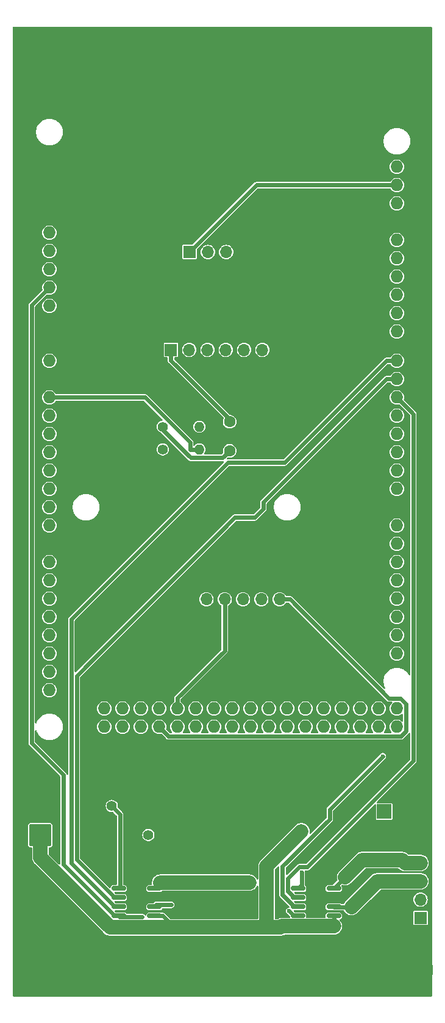
<source format=gbr>
%TF.GenerationSoftware,KiCad,Pcbnew,8.0.6-8.0.6-0~ubuntu24.04.1*%
%TF.CreationDate,2024-10-21T11:59:33+02:00*%
%TF.ProjectId,K3NG-rotator-shield,4b334e47-2d72-46f7-9461-746f722d7368,rev?*%
%TF.SameCoordinates,Original*%
%TF.FileFunction,Copper,L1,Top*%
%TF.FilePolarity,Positive*%
%FSLAX46Y46*%
G04 Gerber Fmt 4.6, Leading zero omitted, Abs format (unit mm)*
G04 Created by KiCad (PCBNEW 8.0.6-8.0.6-0~ubuntu24.04.1) date 2024-10-21 11:59:33*
%MOMM*%
%LPD*%
G01*
G04 APERTURE LIST*
G04 Aperture macros list*
%AMRoundRect*
0 Rectangle with rounded corners*
0 $1 Rounding radius*
0 $2 $3 $4 $5 $6 $7 $8 $9 X,Y pos of 4 corners*
0 Add a 4 corners polygon primitive as box body*
4,1,4,$2,$3,$4,$5,$6,$7,$8,$9,$2,$3,0*
0 Add four circle primitives for the rounded corners*
1,1,$1+$1,$2,$3*
1,1,$1+$1,$4,$5*
1,1,$1+$1,$6,$7*
1,1,$1+$1,$8,$9*
0 Add four rect primitives between the rounded corners*
20,1,$1+$1,$2,$3,$4,$5,0*
20,1,$1+$1,$4,$5,$6,$7,0*
20,1,$1+$1,$6,$7,$8,$9,0*
20,1,$1+$1,$8,$9,$2,$3,0*%
G04 Aperture macros list end*
%TA.AperFunction,ComponentPad*%
%ADD10C,1.600000*%
%TD*%
%TA.AperFunction,ComponentPad*%
%ADD11C,7.500000*%
%TD*%
%TA.AperFunction,SMDPad,CuDef*%
%ADD12RoundRect,0.150000X-0.825000X-0.150000X0.825000X-0.150000X0.825000X0.150000X-0.825000X0.150000X0*%
%TD*%
%TA.AperFunction,ComponentPad*%
%ADD13C,0.500000*%
%TD*%
%TA.AperFunction,SMDPad,CuDef*%
%ADD14R,2.290000X3.000000*%
%TD*%
%TA.AperFunction,ComponentPad*%
%ADD15O,1.727200X1.727200*%
%TD*%
%TA.AperFunction,ComponentPad*%
%ADD16R,1.727200X1.727200*%
%TD*%
%TA.AperFunction,ComponentPad*%
%ADD17C,1.400000*%
%TD*%
%TA.AperFunction,ComponentPad*%
%ADD18O,1.400000X1.400000*%
%TD*%
%TA.AperFunction,ComponentPad*%
%ADD19R,1.700000X1.700000*%
%TD*%
%TA.AperFunction,ComponentPad*%
%ADD20O,1.700000X1.700000*%
%TD*%
%TA.AperFunction,ComponentPad*%
%ADD21R,2.000000X2.000000*%
%TD*%
%TA.AperFunction,ComponentPad*%
%ADD22C,2.000000*%
%TD*%
%TA.AperFunction,ComponentPad*%
%ADD23RoundRect,0.249999X1.300001X-1.300001X1.300001X1.300001X-1.300001X1.300001X-1.300001X-1.300001X0*%
%TD*%
%TA.AperFunction,ComponentPad*%
%ADD24C,3.100000*%
%TD*%
%TA.AperFunction,ViaPad*%
%ADD25C,0.600000*%
%TD*%
%TA.AperFunction,Conductor*%
%ADD26C,0.600000*%
%TD*%
%TA.AperFunction,Conductor*%
%ADD27C,2.000000*%
%TD*%
%TA.AperFunction,Conductor*%
%ADD28C,0.601000*%
%TD*%
G04 APERTURE END LIST*
D10*
%TO.P,C1,1*%
%TO.N,/AzimuthV*%
X159280000Y-79150000D03*
%TO.P,C1,2*%
%TO.N,GND*%
X164280000Y-79150000D03*
%TD*%
D11*
%TO.P,J15,1,Pin_1*%
%TO.N,GND*%
X183750000Y-155250000D03*
%TD*%
D10*
%TO.P,C3,1*%
%TO.N,VM*%
X169250000Y-136000000D03*
%TO.P,C3,2*%
%TO.N,GND*%
X169250000Y-131000000D03*
%TD*%
D11*
%TO.P,J14,1,Pin_1*%
%TO.N,GND*%
X133250000Y-155000000D03*
%TD*%
D12*
%TO.P,U2,1,1*%
%TO.N,IPRO1*%
X168800000Y-143930000D03*
%TO.P,U2,2,2*%
%TO.N,RotateUP*%
X168800000Y-145200000D03*
%TO.P,U2,3,3*%
%TO.N,RotateDown*%
X168800000Y-146470000D03*
%TO.P,U2,4,4*%
%TO.N,Vref*%
X168800000Y-147740000D03*
%TO.P,U2,5,5*%
%TO.N,VM*%
X173750000Y-147740000D03*
%TO.P,U2,6,6*%
%TO.N,RotateDown-OUT*%
X173750000Y-146470000D03*
%TO.P,U2,7,7*%
%TO.N,GND*%
X173750000Y-145200000D03*
%TO.P,U2,8,8*%
%TO.N,RotateUP-OUT*%
X173750000Y-143930000D03*
D13*
%TO.P,U2,9,9*%
%TO.N,GND*%
X170625000Y-144835000D03*
X170625000Y-145835000D03*
X170625000Y-146835000D03*
D14*
X171275000Y-145835000D03*
D13*
X171925000Y-144835000D03*
X171925000Y-145835000D03*
X171925000Y-146835000D03*
%TD*%
D15*
%TO.P,A1,*%
%TO.N,*%
X134250000Y-52920000D03*
%TO.P,A1,3V3,3.3V*%
%TO.N,Vref*%
X134250000Y-60540000D03*
%TO.P,A1,5V1,5V*%
%TO.N,5V*%
X134250000Y-63080000D03*
%TO.P,A1,5V3,5V*%
%TO.N,unconnected-(A1-5V-Pad5V3)*%
X182510000Y-118960000D03*
%TO.P,A1,5V4,5V*%
%TO.N,unconnected-(A1-5V-Pad5V4)*%
X182510000Y-121500000D03*
%TO.P,A1,A0,A0*%
%TO.N,Net-(A1-PadA0)*%
X134250000Y-75780000D03*
%TO.P,A1,A1,A1*%
%TO.N,Net-(A1-PadA1)*%
X134250000Y-78320000D03*
%TO.P,A1,A2,A2*%
%TO.N,IPRO1*%
X134250000Y-80860000D03*
%TO.P,A1,A3,A3*%
%TO.N,IPRO2*%
X134250000Y-83400000D03*
%TO.P,A1,A4,A4*%
%TO.N,unconnected-(A1-PadA4)*%
X134250000Y-85940000D03*
%TO.P,A1,A5,A5*%
%TO.N,unconnected-(A1-PadA5)*%
X134250000Y-88480000D03*
%TO.P,A1,A6,A6*%
%TO.N,unconnected-(A1-PadA6)*%
X134250000Y-91020000D03*
%TO.P,A1,A7,A7*%
%TO.N,unconnected-(A1-PadA7)*%
X134250000Y-93560000D03*
%TO.P,A1,A8,A8*%
%TO.N,unconnected-(A1-PadA8)*%
X134250000Y-98640000D03*
%TO.P,A1,A9,A9*%
%TO.N,unconnected-(A1-PadA9)*%
X134250000Y-101180000D03*
%TO.P,A1,A10,A10*%
%TO.N,unconnected-(A1-PadA10)*%
X134250000Y-103720000D03*
%TO.P,A1,A11,A11*%
%TO.N,unconnected-(A1-PadA11)*%
X134250000Y-106260000D03*
%TO.P,A1,A12,A12*%
%TO.N,unconnected-(A1-PadA12)*%
X134250000Y-108800000D03*
%TO.P,A1,A13,A13*%
%TO.N,unconnected-(A1-PadA13)*%
X134250000Y-111340000D03*
%TO.P,A1,A14,A14*%
%TO.N,unconnected-(A1-PadA14)*%
X134250000Y-113880000D03*
%TO.P,A1,A15,A15*%
%TO.N,unconnected-(A1-PadA15)*%
X134250000Y-116420000D03*
%TO.P,A1,AREF,AREF*%
%TO.N,unconnected-(A1-PadAREF)*%
X182510000Y-48856000D03*
%TO.P,A1,D0,D0/RX0*%
%TO.N,unconnected-(A1-D0{slash}RX0-PadD0)*%
X182510000Y-88480000D03*
%TO.P,A1,D1,D1/TX0*%
%TO.N,unconnected-(A1-D1{slash}TX0-PadD1)*%
X182510000Y-85940000D03*
%TO.P,A1,D2,D2_INT0*%
%TO.N,unconnected-(A1-D2_INT0-PadD2)*%
X182510000Y-83400000D03*
%TO.P,A1,D3,D3_INT1*%
%TO.N,unconnected-(A1-D3_INT1-PadD3)*%
X182510000Y-80860000D03*
%TO.P,A1,D4,D4*%
%TO.N,unconnected-(A1-PadD4)*%
X182510000Y-78320000D03*
%TO.P,A1,D5,D5*%
%TO.N,RotateUP*%
X182510000Y-75780000D03*
%TO.P,A1,D6,D6*%
%TO.N,RotateCCW*%
X182510000Y-73240000D03*
%TO.P,A1,D7,D7*%
%TO.N,RotateCW*%
X182510000Y-70700000D03*
%TO.P,A1,D8,D8*%
%TO.N,RotateDown*%
X182510000Y-66636000D03*
%TO.P,A1,D9,D9*%
%TO.N,unconnected-(A1-PadD9)*%
X182510000Y-64096000D03*
%TO.P,A1,D10,D10*%
%TO.N,unconnected-(A1-PadD10)*%
X182510000Y-61556000D03*
%TO.P,A1,D11,D11*%
%TO.N,unconnected-(A1-PadD11)*%
X182510000Y-59016000D03*
%TO.P,A1,D12,D12*%
%TO.N,unconnected-(A1-PadD12)*%
X182510000Y-56476000D03*
%TO.P,A1,D13,D13*%
%TO.N,unconnected-(A1-PadD13)*%
X182510000Y-53936000D03*
%TO.P,A1,D14,D14/TX3*%
%TO.N,unconnected-(A1-D14{slash}TX3-PadD14)*%
X182510000Y-93560000D03*
%TO.P,A1,D15,D15/RX3*%
%TO.N,unconnected-(A1-D15{slash}RX3-PadD15)*%
X182510000Y-96100000D03*
%TO.P,A1,D16,D16/TX2*%
%TO.N,unconnected-(A1-D16{slash}TX2-PadD16)*%
X182510000Y-98640000D03*
%TO.P,A1,D17,D17/RX2*%
%TO.N,unconnected-(A1-D17{slash}RX2-PadD17)*%
X182510000Y-101180000D03*
%TO.P,A1,D18,D18/TX1*%
%TO.N,unconnected-(A1-D18{slash}TX1-PadD18)*%
X182510000Y-103720000D03*
%TO.P,A1,D19,D19/RX1*%
%TO.N,unconnected-(A1-D19{slash}RX1-PadD19)*%
X182510000Y-106260000D03*
%TO.P,A1,D20,D20/SDA*%
%TO.N,unconnected-(A1-D20{slash}SDA-PadD20)*%
X182510000Y-108800000D03*
%TO.P,A1,D21,D21/SCL*%
%TO.N,unconnected-(A1-D21{slash}SCL-PadD21)*%
X182510000Y-111340000D03*
%TO.P,A1,D22,D22*%
%TO.N,unconnected-(A1-PadD22)*%
X179970000Y-118960000D03*
%TO.P,A1,D23,D23*%
%TO.N,unconnected-(A1-PadD23)*%
X179970000Y-121500000D03*
%TO.P,A1,D24,D24*%
%TO.N,unconnected-(A1-PadD24)*%
X177430000Y-118960000D03*
%TO.P,A1,D25,D25*%
%TO.N,unconnected-(A1-PadD25)*%
X177430000Y-121500000D03*
%TO.P,A1,D26,D26*%
%TO.N,unconnected-(A1-PadD26)*%
X174890000Y-118960000D03*
%TO.P,A1,D27,D27*%
%TO.N,unconnected-(A1-PadD27)*%
X174890000Y-121500000D03*
%TO.P,A1,D28,D28*%
%TO.N,unconnected-(A1-PadD28)*%
X172350000Y-118960000D03*
%TO.P,A1,D29,D29*%
%TO.N,unconnected-(A1-PadD29)*%
X172350000Y-121500000D03*
%TO.P,A1,D30,D30*%
%TO.N,unconnected-(A1-PadD30)*%
X169810000Y-118960000D03*
%TO.P,A1,D31,D31*%
%TO.N,unconnected-(A1-PadD31)*%
X169810000Y-121500000D03*
%TO.P,A1,D32,D32*%
%TO.N,unconnected-(A1-PadD32)*%
X167270000Y-118960000D03*
%TO.P,A1,D33,D33*%
%TO.N,unconnected-(A1-PadD33)*%
X167270000Y-121500000D03*
%TO.P,A1,D34,D34*%
%TO.N,unconnected-(A1-PadD34)*%
X164730000Y-118960000D03*
%TO.P,A1,D35,D35*%
%TO.N,unconnected-(A1-PadD35)*%
X164730000Y-121500000D03*
%TO.P,A1,D36,D36*%
%TO.N,unconnected-(A1-PadD36)*%
X162190000Y-118960000D03*
%TO.P,A1,D37,D37*%
%TO.N,unconnected-(A1-PadD37)*%
X162190000Y-121500000D03*
%TO.P,A1,D38,D38*%
%TO.N,unconnected-(A1-PadD38)*%
X159650000Y-118960000D03*
%TO.P,A1,D39,D39*%
%TO.N,unconnected-(A1-PadD39)*%
X159650000Y-121500000D03*
%TO.P,A1,D40,D40*%
%TO.N,unconnected-(A1-PadD40)*%
X157110000Y-118960000D03*
%TO.P,A1,D41,D41*%
%TO.N,unconnected-(A1-PadD41)*%
X157110000Y-121500000D03*
%TO.P,A1,D42,D42*%
%TO.N,unconnected-(A1-PadD42)*%
X154570000Y-118960000D03*
%TO.P,A1,D43,D43*%
%TO.N,/Turn CW*%
X154570000Y-121500000D03*
%TO.P,A1,D44,D44*%
%TO.N,/Turn CCW*%
X152030000Y-118960000D03*
%TO.P,A1,D45,D45*%
%TO.N,/UP*%
X152030000Y-121500000D03*
%TO.P,A1,D46,D46*%
%TO.N,/DOWN*%
X149490000Y-118960000D03*
%TO.P,A1,D47,D47*%
%TO.N,Net-(J6-Pin_7)*%
X149490000Y-121500000D03*
%TO.P,A1,D48,D48*%
%TO.N,unconnected-(A1-PadD48)*%
X146950000Y-118960000D03*
%TO.P,A1,D49,D49*%
%TO.N,unconnected-(A1-PadD49)*%
X146950000Y-121500000D03*
%TO.P,A1,D50,D50_MISO*%
%TO.N,unconnected-(A1-D50_MISO-PadD50)*%
X144410000Y-118960000D03*
%TO.P,A1,D51,D51_MOSI*%
%TO.N,unconnected-(A1-D51_MOSI-PadD51)*%
X144410000Y-121500000D03*
%TO.P,A1,D52,D52_SCK*%
%TO.N,unconnected-(A1-D52_SCK-PadD52)*%
X141870000Y-118960000D03*
%TO.P,A1,D53,D53_CS*%
%TO.N,unconnected-(A1-D53_CS-PadD53)*%
X141870000Y-121500000D03*
D16*
%TO.P,A1,GND1,GND*%
%TO.N,GND*%
X182510000Y-51396000D03*
%TO.P,A1,GND2,GND*%
X134250000Y-65620000D03*
%TO.P,A1,GND3,GND*%
X134250000Y-68160000D03*
%TO.P,A1,GND5,GND*%
X139330000Y-118960000D03*
%TO.P,A1,GND6,GND*%
X139330000Y-121500000D03*
D15*
%TO.P,A1,IORF,IOREF*%
%TO.N,unconnected-(A1-IOREF-PadIORF)*%
X134250000Y-55460000D03*
%TO.P,A1,RST1,RESET*%
%TO.N,unconnected-(A1-RESET-PadRST1)*%
X134250000Y-58000000D03*
%TO.P,A1,SCL,SCL*%
%TO.N,/SCL*%
X182510000Y-43776000D03*
%TO.P,A1,SDA,SDA*%
%TO.N,/SDA*%
X182510000Y-46316000D03*
%TO.P,A1,VIN,VIN*%
%TO.N,unconnected-(A1-PadVIN)*%
X134250000Y-70700000D03*
%TD*%
D17*
%TO.P,R4,1*%
%TO.N,IPRO2*%
X142920000Y-132500000D03*
D18*
%TO.P,R4,2*%
%TO.N,GND*%
X148000000Y-132500000D03*
%TD*%
D19*
%TO.P,J6,1,Pin_1*%
%TO.N,GND*%
X150980000Y-103800000D03*
D20*
%TO.P,J6,2,Pin_2*%
X153520000Y-103800000D03*
%TO.P,J6,3,Pin_3*%
%TO.N,/Turn CW*%
X156060000Y-103800000D03*
%TO.P,J6,4,Pin_4*%
%TO.N,/Turn CCW*%
X158600000Y-103800000D03*
%TO.P,J6,5,Pin_5*%
%TO.N,/UP*%
X161140000Y-103800000D03*
%TO.P,J6,6,Pin_6*%
%TO.N,/DOWN*%
X163680000Y-103800000D03*
%TO.P,J6,7,Pin_7*%
%TO.N,Net-(J6-Pin_7)*%
X166220000Y-103800000D03*
%TD*%
D17*
%TO.P,R2,1*%
%TO.N,/AzimuthV*%
X150000000Y-83000000D03*
D18*
%TO.P,R2,2*%
%TO.N,Net-(A1-PadA0)*%
X155080000Y-83000000D03*
%TD*%
D19*
%TO.P,J4,1,Pin_1*%
%TO.N,/SDA*%
X153720000Y-55600000D03*
D20*
%TO.P,J4,2,Pin_2*%
%TO.N,/SCL*%
X156260000Y-55600000D03*
%TO.P,J4,3,Pin_3*%
%TO.N,5V*%
X158800000Y-55600000D03*
%TO.P,J4,4,Pin_4*%
%TO.N,GND*%
X161340000Y-55600000D03*
%TD*%
D19*
%TO.P,J7,1,Pin_1*%
%TO.N,/AzimuthV*%
X151120000Y-69200000D03*
D20*
%TO.P,J7,2,Pin_2*%
%TO.N,/ElevationV*%
X153660000Y-69200000D03*
%TO.P,J7,3,Pin_3*%
%TO.N,unconnected-(J7-Pin_3-Pad3)*%
X156200000Y-69200000D03*
%TO.P,J7,4,Pin_4*%
%TO.N,unconnected-(J7-Pin_4-Pad4)*%
X158740000Y-69200000D03*
%TO.P,J7,5,Pin_5*%
%TO.N,unconnected-(J7-Pin_5-Pad5)*%
X161280000Y-69200000D03*
%TO.P,J7,6,Pin_6*%
%TO.N,unconnected-(J7-Pin_6-Pad6)*%
X163820000Y-69200000D03*
%TD*%
D21*
%TO.P,C4,1*%
%TO.N,VM*%
X180750000Y-133250000D03*
D22*
%TO.P,C4,2*%
%TO.N,GND*%
X175750000Y-133250000D03*
%TD*%
D23*
%TO.P,J3,1,Pin_1*%
%TO.N,VM*%
X133000000Y-136540000D03*
D24*
%TO.P,J3,2,Pin_2*%
%TO.N,GND*%
X133000000Y-130540000D03*
%TD*%
D17*
%TO.P,R3,1*%
%TO.N,IPRO1*%
X148000000Y-136500000D03*
D18*
%TO.P,R3,2*%
%TO.N,GND*%
X142920000Y-136500000D03*
%TD*%
D17*
%TO.P,R1,1*%
%TO.N,/ElevationV*%
X150000000Y-79850000D03*
D18*
%TO.P,R1,2*%
%TO.N,Net-(A1-PadA1)*%
X155080000Y-79850000D03*
%TD*%
D12*
%TO.P,U1,1,1*%
%TO.N,IPRO2*%
X143880000Y-143930000D03*
%TO.P,U1,2,2*%
%TO.N,RotateCCW*%
X143880000Y-145200000D03*
%TO.P,U1,3,3*%
%TO.N,RotateCW*%
X143880000Y-146470000D03*
%TO.P,U1,4,4*%
%TO.N,Vref*%
X143880000Y-147740000D03*
%TO.P,U1,5,5*%
%TO.N,VM*%
X148830000Y-147740000D03*
%TO.P,U1,6,6*%
%TO.N,RotateCW-OUT*%
X148830000Y-146470000D03*
%TO.P,U1,7,7*%
%TO.N,GND*%
X148830000Y-145200000D03*
%TO.P,U1,8,8*%
%TO.N,RotateCCW-OUT*%
X148830000Y-143930000D03*
D13*
%TO.P,U1,9,9*%
%TO.N,GND*%
X145705000Y-144835000D03*
X145705000Y-145835000D03*
X145705000Y-146835000D03*
D14*
X146355000Y-145835000D03*
D13*
X147005000Y-144835000D03*
X147005000Y-145835000D03*
X147005000Y-146835000D03*
%TD*%
D19*
%TO.P,J2,1,Pin_1*%
%TO.N,RotateCW-OUT*%
X185800000Y-148020000D03*
D20*
%TO.P,J2,2,Pin_2*%
%TO.N,RotateCCW-OUT*%
X185800000Y-145480000D03*
%TO.P,J2,3,Pin_3*%
%TO.N,RotateDown-OUT*%
X185800000Y-142940000D03*
%TO.P,J2,4,Pin_4*%
%TO.N,RotateUP-OUT*%
X185800000Y-140400000D03*
%TD*%
D10*
%TO.P,C2,1*%
%TO.N,/ElevationV*%
X159280000Y-83200000D03*
%TO.P,C2,2*%
%TO.N,GND*%
X164280000Y-83200000D03*
%TD*%
D25*
%TO.N,GND*%
X175000000Y-157500000D03*
X170000000Y-157500000D03*
X165000000Y-157500000D03*
X160000000Y-157500000D03*
X155000000Y-157500000D03*
X150000000Y-157500000D03*
X145000000Y-157500000D03*
X140000000Y-157500000D03*
X175000000Y-152500000D03*
X170000000Y-152500000D03*
X165000000Y-152500000D03*
X160000000Y-152500000D03*
X155000000Y-152500000D03*
X150000000Y-152500000D03*
X145000000Y-152500000D03*
X140000000Y-152500000D03*
X175000000Y-155000000D03*
X170000000Y-155000000D03*
X165000000Y-155000000D03*
X160000000Y-155000000D03*
X155000000Y-155000000D03*
X150000000Y-155000000D03*
X145000000Y-155000000D03*
X140000000Y-155000000D03*
%TO.N,IPRO1*%
X169268400Y-141699800D03*
%TO.N,RotateDown*%
X180578800Y-125579700D03*
%TO.N,GND*%
X158000000Y-146400000D03*
X166000000Y-146800000D03*
X135600000Y-124800000D03*
%TO.N,Vref*%
X147124700Y-147880800D03*
X167546500Y-147071900D03*
%TO.N,RotateCCW-OUT*%
X162000000Y-143133100D03*
%TO.N,RotateCW-OUT*%
X151179700Y-146211100D03*
%TD*%
D26*
%TO.N,IPRO1*%
X169268400Y-141699800D02*
X169268400Y-143461600D01*
X169268400Y-143461600D02*
X168800000Y-143930000D01*
%TO.N,IPRO2*%
X142920000Y-132500000D02*
X144059300Y-133639300D01*
X144059300Y-133639300D02*
X144059300Y-143750700D01*
X144059300Y-143750700D02*
X143880000Y-143930000D01*
%TO.N,RotateCW*%
X137302800Y-106564400D02*
X159028000Y-84839200D01*
X143319100Y-146470000D02*
X137302800Y-140453700D01*
X159028000Y-84839200D02*
X166907200Y-84839200D01*
X182510000Y-70700000D02*
X181046400Y-70700000D01*
X166907200Y-84839200D02*
X181046400Y-70700000D01*
X143880000Y-146470000D02*
X143319100Y-146470000D01*
X137302800Y-140453700D02*
X137302800Y-106564400D01*
%TO.N,RotateDown*%
X180578800Y-125579700D02*
X173207500Y-132951000D01*
X166626400Y-140889400D02*
X166626400Y-144855900D01*
X168240500Y-146470000D02*
X168800000Y-146470000D01*
X166626400Y-144855900D02*
X168240500Y-146470000D01*
X173207500Y-134308300D02*
X166626400Y-140889400D01*
X173207500Y-132951000D02*
X173207500Y-134308300D01*
%TO.N,RotateUP*%
X168271400Y-145200000D02*
X168800000Y-145200000D01*
X168965200Y-140968100D02*
X167378900Y-142554400D01*
X167378900Y-142554400D02*
X167378900Y-144307500D01*
X184811900Y-126224600D02*
X170068400Y-140968100D01*
X184811900Y-78081900D02*
X184811900Y-126224600D01*
X182510000Y-75780000D02*
X184811900Y-78081900D01*
X170068400Y-140968100D02*
X168965200Y-140968100D01*
X167378900Y-144307500D02*
X168271400Y-145200000D01*
%TO.N,Vref*%
X167546500Y-147071900D02*
X168214600Y-147740000D01*
X144020800Y-147880800D02*
X147124700Y-147880800D01*
X131800000Y-123771800D02*
X136185700Y-128157500D01*
X136185700Y-128157500D02*
X136185700Y-140585300D01*
X143340400Y-147740000D02*
X143880000Y-147740000D01*
X168214600Y-147740000D02*
X168800000Y-147740000D01*
X136185700Y-140585300D02*
X143340400Y-147740000D01*
X143880000Y-147740000D02*
X144020800Y-147880800D01*
X134250000Y-60540000D02*
X131800000Y-62990000D01*
X131800000Y-62990000D02*
X131800000Y-123771800D01*
%TO.N,RotateCCW*%
X163978500Y-90307900D02*
X181046400Y-73240000D01*
X159994700Y-92463300D02*
X162744000Y-92463300D01*
X182510000Y-73240000D02*
X181046400Y-73240000D01*
X138034700Y-139939200D02*
X138034700Y-114423300D01*
X162744000Y-92463300D02*
X163978500Y-91228800D01*
X138034700Y-114423300D02*
X159994700Y-92463300D01*
X163978500Y-91228800D02*
X163978500Y-90307900D01*
X143880000Y-145200000D02*
X143295500Y-145200000D01*
X143295500Y-145200000D02*
X138034700Y-139939200D01*
%TO.N,/AzimuthV*%
X151120000Y-70650000D02*
X159280000Y-78810000D01*
X159280000Y-78810000D02*
X159280000Y-79150000D01*
X151120000Y-69200000D02*
X151120000Y-70650000D01*
%TO.N,/ElevationV*%
X150000000Y-79850000D02*
X150000000Y-80296000D01*
X150000000Y-80296000D02*
X153865900Y-84161900D01*
X158318100Y-84161900D02*
X159280000Y-83200000D01*
X153865900Y-84161900D02*
X158318100Y-84161900D01*
D27*
%TO.N,VM*%
X151600000Y-149347300D02*
X166372100Y-149347300D01*
X166372100Y-149347300D02*
X142675200Y-149347300D01*
X133000000Y-139672100D02*
X133000000Y-136540000D01*
X164400000Y-149347300D02*
X164400000Y-140850000D01*
X151600000Y-149347300D02*
X164400000Y-149347300D01*
X166536500Y-149182900D02*
X166372100Y-149347300D01*
D28*
X173750000Y-149182900D02*
X173750000Y-147740000D01*
D27*
X142675200Y-149347300D02*
X133000000Y-139672100D01*
D28*
X149992700Y-147740000D02*
X148830000Y-147740000D01*
D27*
X166536500Y-149182900D02*
X173750000Y-149182900D01*
D28*
X151600000Y-149347300D02*
X149992700Y-147740000D01*
D27*
X164400000Y-140850000D02*
X169250000Y-136000000D01*
%TO.N,RotateUP-OUT*%
X175340000Y-142340000D02*
X177690600Y-139989400D01*
D28*
X175340000Y-142340000D02*
X173750000Y-143930000D01*
D27*
X183239400Y-139989400D02*
X183650000Y-140400000D01*
X183650000Y-140400000D02*
X185800000Y-140400000D01*
X177690600Y-139989400D02*
X183239400Y-139989400D01*
%TO.N,RotateCCW-OUT*%
X162000000Y-143133100D02*
X149626900Y-143133100D01*
D28*
X149626900Y-143133100D02*
X148830000Y-143930000D01*
D27*
%TO.N,RotateDown-OUT*%
X179779500Y-142940000D02*
X185800000Y-142940000D01*
X176200000Y-146519500D02*
X179779500Y-142940000D01*
D28*
X173799500Y-146519500D02*
X173750000Y-146470000D01*
X176200000Y-146519500D02*
X173799500Y-146519500D01*
D26*
%TO.N,/Turn CCW*%
X152030000Y-118960000D02*
X152030000Y-117496400D01*
X158600000Y-110926400D02*
X152030000Y-117496400D01*
X158600000Y-103800000D02*
X158600000Y-110926400D01*
%TO.N,/SDA*%
X163004000Y-46316000D02*
X182510000Y-46316000D01*
X153720000Y-55600000D02*
X163004000Y-46316000D01*
%TO.N,Net-(A1-PadA0)*%
X147535000Y-75780000D02*
X134250000Y-75780000D01*
X153780000Y-82025000D02*
X147535000Y-75780000D01*
X153780000Y-83000000D02*
X153780000Y-82025000D01*
X155080000Y-83000000D02*
X153780000Y-83000000D01*
%TO.N,Net-(J6-Pin_7)*%
X183816300Y-122090800D02*
X183101200Y-122805900D01*
X166220000Y-103800000D02*
X167670000Y-103800000D01*
X150795900Y-122805900D02*
X149490000Y-121500000D01*
X181418200Y-117548200D02*
X182997800Y-117548200D01*
X182997800Y-117548200D02*
X183816300Y-118366700D01*
X183816300Y-118366700D02*
X183816300Y-122090800D01*
X183101200Y-122805900D02*
X150795900Y-122805900D01*
X167670000Y-103800000D02*
X181418200Y-117548200D01*
D28*
%TO.N,RotateCW-OUT*%
X149088900Y-146211100D02*
X148830000Y-146470000D01*
X151179700Y-146211100D02*
X149088900Y-146211100D01*
%TD*%
%TA.AperFunction,Conductor*%
%TO.N,GND*%
G36*
X166105234Y-140860190D02*
G01*
X166161167Y-140902062D01*
X166185584Y-140967526D01*
X166185900Y-140976372D01*
X166185900Y-144797907D01*
X166185900Y-144913893D01*
X166200909Y-144969910D01*
X166215919Y-145025928D01*
X166244915Y-145076150D01*
X166273912Y-145126373D01*
X166273914Y-145126375D01*
X167567258Y-146419719D01*
X167600743Y-146481042D01*
X167595759Y-146550734D01*
X167553887Y-146606667D01*
X167491893Y-146629789D01*
X167491944Y-146630138D01*
X167490341Y-146630368D01*
X167488423Y-146631084D01*
X167484352Y-146631229D01*
X167483163Y-146631400D01*
X167428838Y-146647350D01*
X167426002Y-146648146D01*
X167376472Y-146661418D01*
X167371742Y-146663377D01*
X167362986Y-146666465D01*
X167361629Y-146667085D01*
X167337422Y-146682641D01*
X167329611Y-146687662D01*
X167319652Y-146694062D01*
X167314616Y-146697131D01*
X167276028Y-146719410D01*
X167269582Y-146724357D01*
X167269525Y-146724282D01*
X167257305Y-146734130D01*
X167255071Y-146735565D01*
X167255065Y-146735571D01*
X167226792Y-146768199D01*
X167220765Y-146774673D01*
X167194011Y-146801428D01*
X167191964Y-146804974D01*
X167178301Y-146824161D01*
X167172117Y-146831298D01*
X167156980Y-146864442D01*
X167151578Y-146874920D01*
X167136017Y-146901875D01*
X167136016Y-146901877D01*
X167133203Y-146912375D01*
X167126230Y-146931773D01*
X167119496Y-146946520D01*
X167119495Y-146946523D01*
X167115267Y-146975930D01*
X167112306Y-146990368D01*
X167106000Y-147013903D01*
X167106000Y-147031523D01*
X167104738Y-147049169D01*
X167101470Y-147071899D01*
X167104738Y-147094629D01*
X167106000Y-147112276D01*
X167106000Y-147129896D01*
X167112306Y-147153430D01*
X167115269Y-147167874D01*
X167119496Y-147197278D01*
X167126227Y-147212016D01*
X167133206Y-147231431D01*
X167136016Y-147241920D01*
X167136022Y-147241933D01*
X167151572Y-147268869D01*
X167156976Y-147279350D01*
X167166180Y-147299502D01*
X167172117Y-147312501D01*
X167178292Y-147319627D01*
X167191966Y-147338830D01*
X167194012Y-147342373D01*
X167220767Y-147369128D01*
X167226786Y-147375594D01*
X167251385Y-147403982D01*
X167255067Y-147408231D01*
X167257293Y-147409662D01*
X167277935Y-147426296D01*
X167648181Y-147796542D01*
X167681666Y-147857865D01*
X167684500Y-147884219D01*
X167684501Y-147918396D01*
X167664818Y-147985436D01*
X167612016Y-148031193D01*
X167560501Y-148042400D01*
X166631395Y-148042400D01*
X166631371Y-148042399D01*
X166626260Y-148042399D01*
X166446741Y-148042399D01*
X166393531Y-148050827D01*
X166269430Y-148070483D01*
X166269427Y-148070483D01*
X166098702Y-148125955D01*
X165966562Y-148193285D01*
X165910267Y-148206800D01*
X165664500Y-148206800D01*
X165597461Y-148187115D01*
X165551706Y-148134311D01*
X165540500Y-148082800D01*
X165540500Y-141373772D01*
X165560185Y-141306733D01*
X165576819Y-141286091D01*
X165974219Y-140888691D01*
X166035542Y-140855206D01*
X166105234Y-140860190D01*
G37*
%TD.AperFunction*%
%TA.AperFunction,Conductor*%
G36*
X187352539Y-24350185D02*
G01*
X187398294Y-24402989D01*
X187409500Y-24454500D01*
X187409500Y-158805500D01*
X187389815Y-158872539D01*
X187337011Y-158918294D01*
X187285500Y-158929500D01*
X129284500Y-158929500D01*
X129217461Y-158909815D01*
X129171706Y-158857011D01*
X129160500Y-158805500D01*
X129160500Y-137870736D01*
X131309499Y-137870736D01*
X131323981Y-137962171D01*
X131323982Y-137962174D01*
X131323983Y-137962176D01*
X131380140Y-138072392D01*
X131467608Y-138159860D01*
X131577824Y-138216017D01*
X131577826Y-138216017D01*
X131577828Y-138216018D01*
X131669263Y-138230500D01*
X131669264Y-138230500D01*
X131735500Y-138230500D01*
X131802539Y-138250185D01*
X131848294Y-138302989D01*
X131859500Y-138354500D01*
X131859500Y-139761859D01*
X131865896Y-139802244D01*
X131887583Y-139939169D01*
X131943055Y-140109897D01*
X131943057Y-140109900D01*
X132015587Y-140252248D01*
X132024559Y-140269855D01*
X132130068Y-140415078D01*
X132130072Y-140415082D01*
X132130075Y-140415086D01*
X132204747Y-140489758D01*
X132261344Y-140546355D01*
X132261355Y-140546365D01*
X141802149Y-150087159D01*
X141802163Y-150087174D01*
X141805274Y-150090285D01*
X141805275Y-150090286D01*
X141932214Y-150217225D01*
X142039699Y-150295317D01*
X142077448Y-150322743D01*
X142237400Y-150404243D01*
X142237402Y-150404244D01*
X142322766Y-150431980D01*
X142408132Y-150459717D01*
X142585441Y-150487800D01*
X142585442Y-150487800D01*
X166461858Y-150487800D01*
X166461859Y-150487800D01*
X166639168Y-150459717D01*
X166809900Y-150404243D01*
X166942038Y-150336914D01*
X166998333Y-150323400D01*
X173839758Y-150323400D01*
X173839759Y-150323400D01*
X174017068Y-150295317D01*
X174187800Y-150239843D01*
X174347752Y-150158343D01*
X174441431Y-150090282D01*
X174492980Y-150052830D01*
X174492982Y-150052827D01*
X174492986Y-150052825D01*
X174619925Y-149925886D01*
X174619927Y-149925882D01*
X174619930Y-149925880D01*
X174666200Y-149862193D01*
X174725443Y-149780652D01*
X174806943Y-149620700D01*
X174862417Y-149449968D01*
X174890500Y-149272659D01*
X174890500Y-149093141D01*
X174862417Y-148915832D01*
X174806943Y-148745100D01*
X174725443Y-148585148D01*
X174718663Y-148575816D01*
X174619930Y-148439919D01*
X174568623Y-148388612D01*
X174535138Y-148327289D01*
X174540122Y-148257597D01*
X174581994Y-148201664D01*
X174633892Y-148180993D01*
X174633658Y-148180132D01*
X174641223Y-148178073D01*
X174642019Y-148177756D01*
X174642662Y-148177682D01*
X174742016Y-148133813D01*
X174818813Y-148057016D01*
X174862682Y-147957662D01*
X174865500Y-147933373D01*
X174865499Y-147546628D01*
X174862682Y-147522338D01*
X174818813Y-147422984D01*
X174742016Y-147346187D01*
X174703216Y-147329055D01*
X174642663Y-147302318D01*
X174618374Y-147299500D01*
X174618373Y-147299500D01*
X173819981Y-147299500D01*
X173812348Y-147299000D01*
X173808059Y-147299000D01*
X173691941Y-147299000D01*
X173687658Y-147299000D01*
X173680019Y-147299500D01*
X172881634Y-147299500D01*
X172881611Y-147299502D01*
X172857340Y-147302317D01*
X172857337Y-147302318D01*
X172757984Y-147346186D01*
X172681187Y-147422983D01*
X172637318Y-147522335D01*
X172637318Y-147522337D01*
X172634500Y-147546625D01*
X172634500Y-147546627D01*
X172634501Y-147918400D01*
X172614817Y-147985439D01*
X172562013Y-148031194D01*
X172510501Y-148042400D01*
X170039500Y-148042400D01*
X169972461Y-148022715D01*
X169926706Y-147969911D01*
X169915500Y-147918400D01*
X169915499Y-147546634D01*
X169915499Y-147546628D01*
X169912682Y-147522338D01*
X169868813Y-147422984D01*
X169792016Y-147346187D01*
X169753216Y-147329055D01*
X169692663Y-147302318D01*
X169668374Y-147299500D01*
X169668373Y-147299500D01*
X168857994Y-147299500D01*
X168857993Y-147299500D01*
X168448423Y-147299500D01*
X168381384Y-147279815D01*
X168360742Y-147263181D01*
X168219742Y-147122181D01*
X168186257Y-147060858D01*
X168191241Y-146991166D01*
X168233113Y-146935233D01*
X168298577Y-146910816D01*
X168307423Y-146910500D01*
X168882656Y-146910500D01*
X168882660Y-146910499D01*
X169668366Y-146910499D01*
X169668372Y-146910499D01*
X169692662Y-146907682D01*
X169792016Y-146863813D01*
X169868813Y-146787016D01*
X169912682Y-146687662D01*
X169915500Y-146663373D01*
X169915499Y-146276628D01*
X169915499Y-146276625D01*
X172634500Y-146276625D01*
X172634500Y-146663365D01*
X172634502Y-146663388D01*
X172637317Y-146687659D01*
X172637318Y-146687662D01*
X172681186Y-146787015D01*
X172681187Y-146787016D01*
X172757984Y-146863813D01*
X172857338Y-146907682D01*
X172881627Y-146910500D01*
X173561505Y-146910499D01*
X173623502Y-146927110D01*
X173629281Y-146930447D01*
X173741441Y-146960500D01*
X175068700Y-146960500D01*
X175135739Y-146980185D01*
X175179184Y-147028204D01*
X175224557Y-147117252D01*
X175330076Y-147262486D01*
X175457014Y-147389424D01*
X175602248Y-147494943D01*
X175703683Y-147546627D01*
X175762202Y-147576444D01*
X175847566Y-147604180D01*
X175932932Y-147631917D01*
X176110241Y-147660000D01*
X176110242Y-147660000D01*
X176289758Y-147660000D01*
X176289759Y-147660000D01*
X176467068Y-147631917D01*
X176637800Y-147576443D01*
X176797752Y-147494943D01*
X176942986Y-147389424D01*
X177176250Y-147156160D01*
X184809500Y-147156160D01*
X184809500Y-148883836D01*
X184809501Y-148883839D01*
X184809501Y-148883840D01*
X184817651Y-148924821D01*
X184848705Y-148971295D01*
X184895179Y-149002349D01*
X184936159Y-149010500D01*
X186663840Y-149010499D01*
X186704821Y-149002349D01*
X186751295Y-148971295D01*
X186782349Y-148924821D01*
X186790500Y-148883841D01*
X186790499Y-147156160D01*
X186782349Y-147115179D01*
X186751295Y-147068705D01*
X186704821Y-147037651D01*
X186663841Y-147029500D01*
X186663839Y-147029500D01*
X184936163Y-147029500D01*
X184895179Y-147037651D01*
X184848705Y-147068705D01*
X184846571Y-147071899D01*
X184817651Y-147115178D01*
X184809500Y-147156160D01*
X177176250Y-147156160D01*
X178852410Y-145480000D01*
X184804707Y-145480000D01*
X184823830Y-145674169D01*
X184842710Y-145736408D01*
X184871299Y-145830654D01*
X184880471Y-145860888D01*
X184972440Y-146032949D01*
X184972444Y-146032956D01*
X185096221Y-146183778D01*
X185247043Y-146307555D01*
X185247050Y-146307559D01*
X185419111Y-146399528D01*
X185419114Y-146399528D01*
X185419118Y-146399531D01*
X185605828Y-146456169D01*
X185800000Y-146475293D01*
X185994172Y-146456169D01*
X186180882Y-146399531D01*
X186214953Y-146381320D01*
X186352949Y-146307559D01*
X186352955Y-146307556D01*
X186503778Y-146183778D01*
X186627556Y-146032955D01*
X186712108Y-145874769D01*
X186719528Y-145860888D01*
X186719528Y-145860887D01*
X186719531Y-145860882D01*
X186776169Y-145674172D01*
X186795293Y-145480000D01*
X186776169Y-145285828D01*
X186719531Y-145099118D01*
X186719528Y-145099114D01*
X186719528Y-145099111D01*
X186627559Y-144927050D01*
X186627555Y-144927043D01*
X186503778Y-144776221D01*
X186352956Y-144652444D01*
X186352949Y-144652440D01*
X186180888Y-144560471D01*
X186180882Y-144560469D01*
X185994172Y-144503831D01*
X185994169Y-144503830D01*
X185800000Y-144484707D01*
X185605830Y-144503830D01*
X185419111Y-144560471D01*
X185247050Y-144652440D01*
X185247043Y-144652444D01*
X185096221Y-144776221D01*
X184972444Y-144927043D01*
X184972440Y-144927050D01*
X184880471Y-145099111D01*
X184823830Y-145285830D01*
X184804707Y-145480000D01*
X178852410Y-145480000D01*
X180215591Y-144116819D01*
X180276914Y-144083334D01*
X180303272Y-144080500D01*
X185889758Y-144080500D01*
X185889759Y-144080500D01*
X186067068Y-144052417D01*
X186237800Y-143996943D01*
X186397752Y-143915443D01*
X186479293Y-143856200D01*
X186542980Y-143809930D01*
X186542982Y-143809927D01*
X186542986Y-143809925D01*
X186669925Y-143682986D01*
X186669927Y-143682982D01*
X186669930Y-143682980D01*
X186729657Y-143600771D01*
X186775443Y-143537752D01*
X186856943Y-143377800D01*
X186912417Y-143207068D01*
X186940500Y-143029759D01*
X186940500Y-142850241D01*
X186912417Y-142672932D01*
X186881033Y-142576343D01*
X186856944Y-142502202D01*
X186820032Y-142429759D01*
X186775443Y-142342248D01*
X186764608Y-142327336D01*
X186669928Y-142197017D01*
X186542980Y-142070069D01*
X186397755Y-141964559D01*
X186397754Y-141964558D01*
X186397752Y-141964557D01*
X186293701Y-141911540D01*
X186237797Y-141883055D01*
X186067069Y-141827583D01*
X185978413Y-141813541D01*
X185889759Y-141799500D01*
X179869259Y-141799500D01*
X179689740Y-141799500D01*
X179630637Y-141808861D01*
X179512430Y-141827583D01*
X179341701Y-141883055D01*
X179185948Y-141962417D01*
X179185947Y-141962416D01*
X179181746Y-141964557D01*
X179036519Y-142070069D01*
X179036515Y-142070073D01*
X178909572Y-142197017D01*
X175330078Y-145776511D01*
X175330076Y-145776514D01*
X175292972Y-145827583D01*
X175224557Y-145921747D01*
X175179185Y-146010795D01*
X175131210Y-146061591D01*
X175068700Y-146078500D01*
X174773411Y-146078500D01*
X174723325Y-146067934D01*
X174690061Y-146053246D01*
X174642663Y-146032318D01*
X174618374Y-146029500D01*
X174618373Y-146029500D01*
X173819981Y-146029500D01*
X173812348Y-146029000D01*
X173808059Y-146029000D01*
X173691941Y-146029000D01*
X173687658Y-146029000D01*
X173680019Y-146029500D01*
X172881634Y-146029500D01*
X172881611Y-146029502D01*
X172857340Y-146032317D01*
X172857337Y-146032318D01*
X172757984Y-146076186D01*
X172681187Y-146152983D01*
X172637318Y-146252335D01*
X172637318Y-146252337D01*
X172634500Y-146276625D01*
X169915499Y-146276625D01*
X169912682Y-146252338D01*
X169868813Y-146152984D01*
X169792016Y-146076187D01*
X169742447Y-146054300D01*
X169692663Y-146032318D01*
X169668374Y-146029500D01*
X169668373Y-146029500D01*
X168857994Y-146029500D01*
X168857993Y-146029500D01*
X168474323Y-146029500D01*
X168407284Y-146009815D01*
X168386642Y-145993181D01*
X168245642Y-145852181D01*
X168212157Y-145790858D01*
X168217141Y-145721166D01*
X168259013Y-145665233D01*
X168324477Y-145640816D01*
X168333323Y-145640500D01*
X168882656Y-145640500D01*
X168882660Y-145640499D01*
X169668366Y-145640499D01*
X169668372Y-145640499D01*
X169692662Y-145637682D01*
X169792016Y-145593813D01*
X169868813Y-145517016D01*
X169912682Y-145417662D01*
X169915500Y-145393373D01*
X169915499Y-145006628D01*
X169912682Y-144982338D01*
X169868813Y-144882984D01*
X169792016Y-144806187D01*
X169724152Y-144776222D01*
X169692663Y-144762318D01*
X169668374Y-144759500D01*
X169668373Y-144759500D01*
X168857994Y-144759500D01*
X168857993Y-144759500D01*
X168505223Y-144759500D01*
X168438184Y-144739815D01*
X168417542Y-144723181D01*
X168276541Y-144582180D01*
X168243056Y-144520857D01*
X168248040Y-144451165D01*
X168289912Y-144395232D01*
X168355376Y-144370815D01*
X168364222Y-144370499D01*
X168727565Y-144370499D01*
X168727573Y-144370500D01*
X168742007Y-144370500D01*
X168882656Y-144370500D01*
X168882660Y-144370499D01*
X169668366Y-144370499D01*
X169668372Y-144370499D01*
X169692662Y-144367682D01*
X169792016Y-144323813D01*
X169868813Y-144247016D01*
X169912682Y-144147662D01*
X169915500Y-144123373D01*
X169915499Y-143736628D01*
X169915499Y-143736625D01*
X172634500Y-143736625D01*
X172634500Y-144123365D01*
X172634502Y-144123388D01*
X172637317Y-144147659D01*
X172637318Y-144147662D01*
X172681186Y-144247015D01*
X172681187Y-144247016D01*
X172757984Y-144323813D01*
X172857338Y-144367682D01*
X172881627Y-144370500D01*
X173680003Y-144370499D01*
X173687643Y-144371000D01*
X173691941Y-144371000D01*
X173812363Y-144371000D01*
X173819997Y-144370499D01*
X174618366Y-144370499D01*
X174618372Y-144370499D01*
X174642662Y-144367682D01*
X174742016Y-144323813D01*
X174818813Y-144247016D01*
X174862682Y-144147662D01*
X174865500Y-144123373D01*
X174865499Y-143736628D01*
X174862682Y-143712338D01*
X174818813Y-143612984D01*
X174818812Y-143612983D01*
X174814172Y-143602473D01*
X174818024Y-143600771D01*
X174803265Y-143555383D01*
X174821012Y-143487805D01*
X174839529Y-143464137D01*
X174851885Y-143451781D01*
X174913206Y-143418298D01*
X174977881Y-143421532D01*
X175072932Y-143452417D01*
X175250241Y-143480500D01*
X175250242Y-143480500D01*
X175429758Y-143480500D01*
X175429759Y-143480500D01*
X175607068Y-143452417D01*
X175777800Y-143396943D01*
X175937752Y-143315443D01*
X176082986Y-143209924D01*
X178126691Y-141166219D01*
X178188014Y-141132734D01*
X178214372Y-141129900D01*
X182715626Y-141129900D01*
X182782665Y-141149585D01*
X182803307Y-141166218D01*
X182907014Y-141269925D01*
X182907017Y-141269927D01*
X182907021Y-141269931D01*
X183038724Y-141365617D01*
X183052248Y-141375443D01*
X183185077Y-141443123D01*
X183212202Y-141456944D01*
X183297566Y-141484680D01*
X183382932Y-141512417D01*
X183560241Y-141540500D01*
X183560242Y-141540500D01*
X185889758Y-141540500D01*
X185889759Y-141540500D01*
X186067068Y-141512417D01*
X186237800Y-141456943D01*
X186397752Y-141375443D01*
X186492324Y-141306733D01*
X186542980Y-141269930D01*
X186542982Y-141269927D01*
X186542986Y-141269925D01*
X186669925Y-141142986D01*
X186669927Y-141142982D01*
X186669930Y-141142980D01*
X186747987Y-141035542D01*
X186775443Y-140997752D01*
X186856943Y-140837800D01*
X186912417Y-140667068D01*
X186940500Y-140489759D01*
X186940500Y-140310241D01*
X186912417Y-140132932D01*
X186856943Y-139962200D01*
X186775443Y-139802248D01*
X186705063Y-139705377D01*
X186669930Y-139657019D01*
X186542980Y-139530069D01*
X186397755Y-139424559D01*
X186397754Y-139424558D01*
X186397752Y-139424557D01*
X186317776Y-139383807D01*
X186237797Y-139343055D01*
X186067069Y-139287583D01*
X185978413Y-139273541D01*
X185889759Y-139259500D01*
X185889758Y-139259500D01*
X184173774Y-139259500D01*
X184106735Y-139239815D01*
X184086093Y-139223182D01*
X184037597Y-139174686D01*
X183982386Y-139119475D01*
X183982382Y-139119472D01*
X183982378Y-139119468D01*
X183837155Y-139013959D01*
X183837154Y-139013958D01*
X183837152Y-139013957D01*
X183757176Y-138973207D01*
X183677197Y-138932455D01*
X183506469Y-138876983D01*
X183417813Y-138862941D01*
X183329159Y-138848900D01*
X177780359Y-138848900D01*
X177600840Y-138848900D01*
X177541737Y-138858261D01*
X177423530Y-138876983D01*
X177423527Y-138876983D01*
X177252802Y-138932455D01*
X177092844Y-139013959D01*
X176947619Y-139119469D01*
X176947615Y-139119473D01*
X176820672Y-139246417D01*
X174470078Y-141597011D01*
X174470076Y-141597014D01*
X174465132Y-141603819D01*
X174364557Y-141742247D01*
X174283055Y-141902202D01*
X174227583Y-142072930D01*
X174199500Y-142250241D01*
X174199500Y-142429758D01*
X174227583Y-142607071D01*
X174258465Y-142702117D01*
X174260460Y-142771958D01*
X174228215Y-142828115D01*
X173603149Y-143453181D01*
X173541826Y-143486666D01*
X173515468Y-143489500D01*
X172881634Y-143489500D01*
X172881611Y-143489502D01*
X172857340Y-143492317D01*
X172857337Y-143492318D01*
X172757984Y-143536186D01*
X172681187Y-143612983D01*
X172637318Y-143712335D01*
X172637318Y-143712337D01*
X172634500Y-143736625D01*
X169915499Y-143736625D01*
X169912682Y-143712338D01*
X169868813Y-143612984D01*
X169792016Y-143536187D01*
X169782811Y-143532122D01*
X169729436Y-143487036D01*
X169708910Y-143420249D01*
X169708900Y-143418689D01*
X169708900Y-141740176D01*
X169710162Y-141722529D01*
X169713430Y-141699799D01*
X169710162Y-141677069D01*
X169708900Y-141659423D01*
X169708900Y-141641808D01*
X169708900Y-141641807D01*
X169702590Y-141618261D01*
X169699629Y-141603819D01*
X169698651Y-141597014D01*
X169695403Y-141574421D01*
X169695402Y-141574418D01*
X169693380Y-141567528D01*
X169693384Y-141497658D01*
X169731162Y-141438882D01*
X169794719Y-141409861D01*
X169812359Y-141408600D01*
X170126391Y-141408600D01*
X170126393Y-141408600D01*
X170238427Y-141378581D01*
X170338873Y-141320588D01*
X179397821Y-132261639D01*
X179459142Y-132228156D01*
X179528834Y-132233140D01*
X179584767Y-132275012D01*
X179609184Y-132340476D01*
X179609500Y-132349322D01*
X179609500Y-134263836D01*
X179609501Y-134263839D01*
X179609501Y-134263840D01*
X179617651Y-134304821D01*
X179648705Y-134351295D01*
X179695179Y-134382349D01*
X179736159Y-134390500D01*
X181763840Y-134390499D01*
X181804821Y-134382349D01*
X181851295Y-134351295D01*
X181882349Y-134304821D01*
X181890500Y-134263841D01*
X181890499Y-132236160D01*
X181882349Y-132195179D01*
X181851295Y-132148705D01*
X181804821Y-132117651D01*
X181763841Y-132109500D01*
X181763840Y-132109500D01*
X179849322Y-132109500D01*
X179782283Y-132089815D01*
X179736528Y-132037011D01*
X179726584Y-131967853D01*
X179755609Y-131904297D01*
X179761627Y-131897833D01*
X185164388Y-126495073D01*
X185222381Y-126394627D01*
X185252400Y-126282593D01*
X185252400Y-78023907D01*
X185222381Y-77911873D01*
X185164388Y-77811427D01*
X185082373Y-77729412D01*
X183512611Y-76159650D01*
X183479126Y-76098327D01*
X183481631Y-76035974D01*
X183499571Y-75976838D01*
X183518958Y-75780000D01*
X183499571Y-75583162D01*
X183442156Y-75393888D01*
X183348918Y-75219453D01*
X183348915Y-75219449D01*
X183223441Y-75066558D01*
X183070550Y-74941084D01*
X183070548Y-74941083D01*
X183070547Y-74941082D01*
X182896112Y-74847844D01*
X182801475Y-74819136D01*
X182706836Y-74790428D01*
X182510000Y-74771042D01*
X182313163Y-74790428D01*
X182123885Y-74847845D01*
X181949449Y-74941084D01*
X181796558Y-75066558D01*
X181671084Y-75219449D01*
X181577845Y-75393885D01*
X181520428Y-75583163D01*
X181501042Y-75780000D01*
X181520428Y-75976836D01*
X181520429Y-75976838D01*
X181577844Y-76166112D01*
X181641950Y-76286046D01*
X181671084Y-76340550D01*
X181796558Y-76493441D01*
X181949449Y-76618915D01*
X181949453Y-76618918D01*
X182123888Y-76712156D01*
X182313162Y-76769571D01*
X182510000Y-76788958D01*
X182706838Y-76769571D01*
X182765974Y-76751631D01*
X182835839Y-76751007D01*
X182889650Y-76782611D01*
X184335081Y-78228042D01*
X184368566Y-78289365D01*
X184371400Y-78315723D01*
X184371400Y-114210265D01*
X184351715Y-114277304D01*
X184298911Y-114323059D01*
X184229753Y-114333003D01*
X184166197Y-114303978D01*
X184140013Y-114272265D01*
X184104217Y-114210265D01*
X184051936Y-114119711D01*
X183904265Y-113927262D01*
X183904260Y-113927256D01*
X183732743Y-113755739D01*
X183732736Y-113755733D01*
X183540293Y-113608067D01*
X183540292Y-113608066D01*
X183540289Y-113608064D01*
X183368661Y-113508974D01*
X183330214Y-113486777D01*
X183330205Y-113486773D01*
X183106104Y-113393947D01*
X182871785Y-113331161D01*
X182631289Y-113299500D01*
X182631288Y-113299500D01*
X182388712Y-113299500D01*
X182388711Y-113299500D01*
X182148214Y-113331161D01*
X181913895Y-113393947D01*
X181689794Y-113486773D01*
X181689785Y-113486777D01*
X181479706Y-113608067D01*
X181287263Y-113755733D01*
X181287256Y-113755739D01*
X181115739Y-113927256D01*
X181115733Y-113927263D01*
X180968067Y-114119706D01*
X180846777Y-114329785D01*
X180846773Y-114329794D01*
X180753947Y-114553895D01*
X180691161Y-114788214D01*
X180659500Y-115028711D01*
X180659500Y-115271288D01*
X180691161Y-115511785D01*
X180753947Y-115746104D01*
X180846773Y-115970205D01*
X180846777Y-115970214D01*
X180899852Y-116062142D01*
X180916325Y-116130042D01*
X180893473Y-116196069D01*
X180838551Y-116239260D01*
X180768998Y-116245901D01*
X180706895Y-116213885D01*
X180704784Y-116211823D01*
X175832961Y-111340000D01*
X181501042Y-111340000D01*
X181520428Y-111536836D01*
X181577845Y-111726114D01*
X181671084Y-111900550D01*
X181796558Y-112053441D01*
X181949449Y-112178915D01*
X181949453Y-112178918D01*
X182123888Y-112272156D01*
X182313162Y-112329571D01*
X182510000Y-112348958D01*
X182706838Y-112329571D01*
X182896112Y-112272156D01*
X183070547Y-112178918D01*
X183223441Y-112053441D01*
X183348918Y-111900547D01*
X183442156Y-111726112D01*
X183499571Y-111536838D01*
X183518958Y-111340000D01*
X183499571Y-111143162D01*
X183442156Y-110953888D01*
X183348918Y-110779453D01*
X183348915Y-110779449D01*
X183223441Y-110626558D01*
X183070550Y-110501084D01*
X183070548Y-110501083D01*
X183070547Y-110501082D01*
X182896112Y-110407844D01*
X182801475Y-110379136D01*
X182706836Y-110350428D01*
X182510000Y-110331042D01*
X182313163Y-110350428D01*
X182123885Y-110407845D01*
X181949449Y-110501084D01*
X181796558Y-110626558D01*
X181671084Y-110779449D01*
X181577845Y-110953885D01*
X181520428Y-111143163D01*
X181501042Y-111340000D01*
X175832961Y-111340000D01*
X173292961Y-108800000D01*
X181501042Y-108800000D01*
X181520428Y-108996836D01*
X181577845Y-109186114D01*
X181671084Y-109360550D01*
X181796558Y-109513441D01*
X181949449Y-109638915D01*
X181949453Y-109638918D01*
X182123888Y-109732156D01*
X182313162Y-109789571D01*
X182510000Y-109808958D01*
X182706838Y-109789571D01*
X182896112Y-109732156D01*
X183070547Y-109638918D01*
X183223441Y-109513441D01*
X183348918Y-109360547D01*
X183442156Y-109186112D01*
X183499571Y-108996838D01*
X183518958Y-108800000D01*
X183499571Y-108603162D01*
X183442156Y-108413888D01*
X183348918Y-108239453D01*
X183348915Y-108239449D01*
X183223441Y-108086558D01*
X183070550Y-107961084D01*
X183070548Y-107961083D01*
X183070547Y-107961082D01*
X182896112Y-107867844D01*
X182801475Y-107839136D01*
X182706836Y-107810428D01*
X182510000Y-107791042D01*
X182313163Y-107810428D01*
X182123885Y-107867845D01*
X181949449Y-107961084D01*
X181796558Y-108086558D01*
X181671084Y-108239449D01*
X181577845Y-108413885D01*
X181520428Y-108603163D01*
X181501042Y-108800000D01*
X173292961Y-108800000D01*
X170752961Y-106260000D01*
X181501042Y-106260000D01*
X181520428Y-106456836D01*
X181577845Y-106646114D01*
X181671084Y-106820550D01*
X181796558Y-106973441D01*
X181949449Y-107098915D01*
X181949453Y-107098918D01*
X182123888Y-107192156D01*
X182313162Y-107249571D01*
X182510000Y-107268958D01*
X182706838Y-107249571D01*
X182896112Y-107192156D01*
X183070547Y-107098918D01*
X183223441Y-106973441D01*
X183348918Y-106820547D01*
X183442156Y-106646112D01*
X183499571Y-106456838D01*
X183518958Y-106260000D01*
X183499571Y-106063162D01*
X183442156Y-105873888D01*
X183348918Y-105699453D01*
X183348915Y-105699449D01*
X183223441Y-105546558D01*
X183070550Y-105421084D01*
X183070548Y-105421083D01*
X183070547Y-105421082D01*
X182896112Y-105327844D01*
X182801475Y-105299136D01*
X182706836Y-105270428D01*
X182510000Y-105251042D01*
X182313163Y-105270428D01*
X182123885Y-105327845D01*
X181949449Y-105421084D01*
X181796558Y-105546558D01*
X181671084Y-105699449D01*
X181577845Y-105873885D01*
X181520428Y-106063163D01*
X181501042Y-106260000D01*
X170752961Y-106260000D01*
X168212961Y-103720000D01*
X181501042Y-103720000D01*
X181520428Y-103916836D01*
X181520429Y-103916838D01*
X181577844Y-104106112D01*
X181669089Y-104276819D01*
X181671084Y-104280550D01*
X181796558Y-104433441D01*
X181949449Y-104558915D01*
X181949453Y-104558918D01*
X182123888Y-104652156D01*
X182313162Y-104709571D01*
X182510000Y-104728958D01*
X182706838Y-104709571D01*
X182896112Y-104652156D01*
X183070547Y-104558918D01*
X183223441Y-104433441D01*
X183348918Y-104280547D01*
X183442156Y-104106112D01*
X183499571Y-103916838D01*
X183518958Y-103720000D01*
X183499571Y-103523162D01*
X183442156Y-103333888D01*
X183348918Y-103159453D01*
X183297025Y-103096221D01*
X183223441Y-103006558D01*
X183070550Y-102881084D01*
X183070548Y-102881083D01*
X183070547Y-102881082D01*
X182896112Y-102787844D01*
X182801475Y-102759136D01*
X182706836Y-102730428D01*
X182510000Y-102711042D01*
X182313163Y-102730428D01*
X182123885Y-102787845D01*
X181949449Y-102881084D01*
X181796558Y-103006558D01*
X181671084Y-103159449D01*
X181577845Y-103333885D01*
X181520428Y-103523163D01*
X181501042Y-103720000D01*
X168212961Y-103720000D01*
X167940475Y-103447514D01*
X167940473Y-103447512D01*
X167890250Y-103418515D01*
X167840028Y-103389519D01*
X167784010Y-103374509D01*
X167727993Y-103359500D01*
X167727992Y-103359500D01*
X167181987Y-103359500D01*
X167114948Y-103339815D01*
X167072629Y-103293953D01*
X167047557Y-103247046D01*
X167047555Y-103247043D01*
X166923778Y-103096221D01*
X166772956Y-102972444D01*
X166772949Y-102972440D01*
X166600888Y-102880471D01*
X166600882Y-102880469D01*
X166414172Y-102823831D01*
X166414169Y-102823830D01*
X166220000Y-102804707D01*
X166025830Y-102823830D01*
X165839111Y-102880471D01*
X165667050Y-102972440D01*
X165667043Y-102972444D01*
X165516221Y-103096221D01*
X165392444Y-103247043D01*
X165392440Y-103247050D01*
X165300471Y-103419111D01*
X165243830Y-103605830D01*
X165224707Y-103800000D01*
X165243830Y-103994169D01*
X165300471Y-104180888D01*
X165392440Y-104352949D01*
X165392444Y-104352956D01*
X165516221Y-104503778D01*
X165667043Y-104627555D01*
X165667050Y-104627559D01*
X165839111Y-104719528D01*
X165839114Y-104719528D01*
X165839118Y-104719531D01*
X166025828Y-104776169D01*
X166220000Y-104795293D01*
X166414172Y-104776169D01*
X166600882Y-104719531D01*
X166646876Y-104694947D01*
X166726050Y-104652627D01*
X166772955Y-104627556D01*
X166923778Y-104503778D01*
X167047556Y-104352955D01*
X167072629Y-104306047D01*
X167121591Y-104256203D01*
X167181987Y-104240500D01*
X167436177Y-104240500D01*
X167503216Y-104260185D01*
X167523858Y-104276819D01*
X181147727Y-117900688D01*
X181248173Y-117958681D01*
X181360207Y-117988700D01*
X181476193Y-117988700D01*
X181764204Y-117988700D01*
X181831243Y-118008385D01*
X181876998Y-118061189D01*
X181886942Y-118130347D01*
X181857917Y-118193903D01*
X181842869Y-118208553D01*
X181796558Y-118246558D01*
X181671084Y-118399449D01*
X181577845Y-118573885D01*
X181520428Y-118763163D01*
X181501042Y-118960000D01*
X181520428Y-119156836D01*
X181577845Y-119346114D01*
X181671084Y-119520550D01*
X181796558Y-119673441D01*
X181949449Y-119798915D01*
X181949453Y-119798918D01*
X182123888Y-119892156D01*
X182313162Y-119949571D01*
X182510000Y-119968958D01*
X182706838Y-119949571D01*
X182896112Y-119892156D01*
X183070547Y-119798918D01*
X183173135Y-119714725D01*
X183237445Y-119687413D01*
X183306312Y-119699204D01*
X183357873Y-119746356D01*
X183375800Y-119810579D01*
X183375800Y-120649420D01*
X183356115Y-120716459D01*
X183303311Y-120762214D01*
X183234153Y-120772158D01*
X183173135Y-120745273D01*
X183070550Y-120661084D01*
X183070548Y-120661083D01*
X183070547Y-120661082D01*
X182896112Y-120567844D01*
X182801475Y-120539136D01*
X182706836Y-120510428D01*
X182510000Y-120491042D01*
X182313163Y-120510428D01*
X182123885Y-120567845D01*
X181949449Y-120661084D01*
X181796558Y-120786558D01*
X181671084Y-120939449D01*
X181577845Y-121113885D01*
X181520428Y-121303163D01*
X181501042Y-121500000D01*
X181520428Y-121696836D01*
X181520429Y-121696838D01*
X181577844Y-121886112D01*
X181669274Y-122057165D01*
X181671084Y-122060550D01*
X181754945Y-122162735D01*
X181782258Y-122227045D01*
X181770467Y-122295913D01*
X181723315Y-122347473D01*
X181659092Y-122365400D01*
X180820908Y-122365400D01*
X180753869Y-122345715D01*
X180708114Y-122292911D01*
X180698170Y-122223753D01*
X180725055Y-122162735D01*
X180783023Y-122092100D01*
X180808918Y-122060547D01*
X180902156Y-121886112D01*
X180959571Y-121696838D01*
X180978958Y-121500000D01*
X180959571Y-121303162D01*
X180902156Y-121113888D01*
X180808918Y-120939453D01*
X180808915Y-120939449D01*
X180683441Y-120786558D01*
X180530550Y-120661084D01*
X180530548Y-120661083D01*
X180530547Y-120661082D01*
X180356112Y-120567844D01*
X180261475Y-120539136D01*
X180166836Y-120510428D01*
X179970000Y-120491042D01*
X179773163Y-120510428D01*
X179583885Y-120567845D01*
X179409449Y-120661084D01*
X179256558Y-120786558D01*
X179131084Y-120939449D01*
X179037845Y-121113885D01*
X178980428Y-121303163D01*
X178961042Y-121500000D01*
X178980428Y-121696836D01*
X178980429Y-121696838D01*
X179037844Y-121886112D01*
X179129274Y-122057165D01*
X179131084Y-122060550D01*
X179214945Y-122162735D01*
X179242258Y-122227045D01*
X179230467Y-122295913D01*
X179183315Y-122347473D01*
X179119092Y-122365400D01*
X178280908Y-122365400D01*
X178213869Y-122345715D01*
X178168114Y-122292911D01*
X178158170Y-122223753D01*
X178185055Y-122162735D01*
X178243023Y-122092100D01*
X178268918Y-122060547D01*
X178362156Y-121886112D01*
X178419571Y-121696838D01*
X178438958Y-121500000D01*
X178419571Y-121303162D01*
X178362156Y-121113888D01*
X178268918Y-120939453D01*
X178268915Y-120939449D01*
X178143441Y-120786558D01*
X177990550Y-120661084D01*
X177990548Y-120661083D01*
X177990547Y-120661082D01*
X177816112Y-120567844D01*
X177721475Y-120539136D01*
X177626836Y-120510428D01*
X177430000Y-120491042D01*
X177233163Y-120510428D01*
X177043885Y-120567845D01*
X176869449Y-120661084D01*
X176716558Y-120786558D01*
X176591084Y-120939449D01*
X176497845Y-121113885D01*
X176440428Y-121303163D01*
X176421042Y-121500000D01*
X176440428Y-121696836D01*
X176440429Y-121696838D01*
X176497844Y-121886112D01*
X176589274Y-122057165D01*
X176591084Y-122060550D01*
X176674945Y-122162735D01*
X176702258Y-122227045D01*
X176690467Y-122295913D01*
X176643315Y-122347473D01*
X176579092Y-122365400D01*
X175740908Y-122365400D01*
X175673869Y-122345715D01*
X175628114Y-122292911D01*
X175618170Y-122223753D01*
X175645055Y-122162735D01*
X175703023Y-122092100D01*
X175728918Y-122060547D01*
X175822156Y-121886112D01*
X175879571Y-121696838D01*
X175898958Y-121500000D01*
X175879571Y-121303162D01*
X175822156Y-121113888D01*
X175728918Y-120939453D01*
X175728915Y-120939449D01*
X175603441Y-120786558D01*
X175450550Y-120661084D01*
X175450548Y-120661083D01*
X175450547Y-120661082D01*
X175276112Y-120567844D01*
X175181475Y-120539136D01*
X175086836Y-120510428D01*
X174890000Y-120491042D01*
X174693163Y-120510428D01*
X174503885Y-120567845D01*
X174329449Y-120661084D01*
X174176558Y-120786558D01*
X174051084Y-120939449D01*
X173957845Y-121113885D01*
X173900428Y-121303163D01*
X173881042Y-121500000D01*
X173900428Y-121696836D01*
X173900429Y-121696838D01*
X173957844Y-121886112D01*
X174049274Y-122057165D01*
X174051084Y-122060550D01*
X174134945Y-122162735D01*
X174162258Y-122227045D01*
X174150467Y-122295913D01*
X174103315Y-122347473D01*
X174039092Y-122365400D01*
X173200908Y-122365400D01*
X173133869Y-122345715D01*
X173088114Y-122292911D01*
X173078170Y-122223753D01*
X173105055Y-122162735D01*
X173163023Y-122092100D01*
X173188918Y-122060547D01*
X173282156Y-121886112D01*
X173339571Y-121696838D01*
X173358958Y-121500000D01*
X173339571Y-121303162D01*
X173282156Y-121113888D01*
X173188918Y-120939453D01*
X173188915Y-120939449D01*
X173063441Y-120786558D01*
X172910550Y-120661084D01*
X172910548Y-120661083D01*
X172910547Y-120661082D01*
X172736112Y-120567844D01*
X172641475Y-120539136D01*
X172546836Y-120510428D01*
X172350000Y-120491042D01*
X172153163Y-120510428D01*
X171963885Y-120567845D01*
X171789449Y-120661084D01*
X171636558Y-120786558D01*
X171511084Y-120939449D01*
X171417845Y-121113885D01*
X171360428Y-121303163D01*
X171341042Y-121500000D01*
X171360428Y-121696836D01*
X171360429Y-121696838D01*
X171417844Y-121886112D01*
X171509274Y-122057165D01*
X171511084Y-122060550D01*
X171594945Y-122162735D01*
X171622258Y-122227045D01*
X171610467Y-122295913D01*
X171563315Y-122347473D01*
X171499092Y-122365400D01*
X170660908Y-122365400D01*
X170593869Y-122345715D01*
X170548114Y-122292911D01*
X170538170Y-122223753D01*
X170565055Y-122162735D01*
X170623023Y-122092100D01*
X170648918Y-122060547D01*
X170742156Y-121886112D01*
X170799571Y-121696838D01*
X170818958Y-121500000D01*
X170799571Y-121303162D01*
X170742156Y-121113888D01*
X170648918Y-120939453D01*
X170648915Y-120939449D01*
X170523441Y-120786558D01*
X170370550Y-120661084D01*
X170370548Y-120661083D01*
X170370547Y-120661082D01*
X170196112Y-120567844D01*
X170101475Y-120539136D01*
X170006836Y-120510428D01*
X169810000Y-120491042D01*
X169613163Y-120510428D01*
X169423885Y-120567845D01*
X169249449Y-120661084D01*
X169096558Y-120786558D01*
X168971084Y-120939449D01*
X168877845Y-121113885D01*
X168820428Y-121303163D01*
X168801042Y-121500000D01*
X168820428Y-121696836D01*
X168820429Y-121696838D01*
X168877844Y-121886112D01*
X168969274Y-122057165D01*
X168971084Y-122060550D01*
X169054945Y-122162735D01*
X169082258Y-122227045D01*
X169070467Y-122295913D01*
X169023315Y-122347473D01*
X168959092Y-122365400D01*
X168120908Y-122365400D01*
X168053869Y-122345715D01*
X168008114Y-122292911D01*
X167998170Y-122223753D01*
X168025055Y-122162735D01*
X168083023Y-122092100D01*
X168108918Y-122060547D01*
X168202156Y-121886112D01*
X168259571Y-121696838D01*
X168278958Y-121500000D01*
X168259571Y-121303162D01*
X168202156Y-121113888D01*
X168108918Y-120939453D01*
X168108915Y-120939449D01*
X167983441Y-120786558D01*
X167830550Y-120661084D01*
X167830548Y-120661083D01*
X167830547Y-120661082D01*
X167656112Y-120567844D01*
X167561475Y-120539136D01*
X167466836Y-120510428D01*
X167270000Y-120491042D01*
X167073163Y-120510428D01*
X166883885Y-120567845D01*
X166709449Y-120661084D01*
X166556558Y-120786558D01*
X166431084Y-120939449D01*
X166337845Y-121113885D01*
X166280428Y-121303163D01*
X166261042Y-121500000D01*
X166280428Y-121696836D01*
X166280429Y-121696838D01*
X166337844Y-121886112D01*
X166429274Y-122057165D01*
X166431084Y-122060550D01*
X166514945Y-122162735D01*
X166542258Y-122227045D01*
X166530467Y-122295913D01*
X166483315Y-122347473D01*
X166419092Y-122365400D01*
X165580908Y-122365400D01*
X165513869Y-122345715D01*
X165468114Y-122292911D01*
X165458170Y-122223753D01*
X165485055Y-122162735D01*
X165543023Y-122092100D01*
X165568918Y-122060547D01*
X165662156Y-121886112D01*
X165719571Y-121696838D01*
X165738958Y-121500000D01*
X165719571Y-121303162D01*
X165662156Y-121113888D01*
X165568918Y-120939453D01*
X165568915Y-120939449D01*
X165443441Y-120786558D01*
X165290550Y-120661084D01*
X165290548Y-120661083D01*
X165290547Y-120661082D01*
X165116112Y-120567844D01*
X165021475Y-120539136D01*
X164926836Y-120510428D01*
X164730000Y-120491042D01*
X164533163Y-120510428D01*
X164343885Y-120567845D01*
X164169449Y-120661084D01*
X164016558Y-120786558D01*
X163891084Y-120939449D01*
X163797845Y-121113885D01*
X163740428Y-121303163D01*
X163721042Y-121500000D01*
X163740428Y-121696836D01*
X163740429Y-121696838D01*
X163797844Y-121886112D01*
X163889274Y-122057165D01*
X163891084Y-122060550D01*
X163974945Y-122162735D01*
X164002258Y-122227045D01*
X163990467Y-122295913D01*
X163943315Y-122347473D01*
X163879092Y-122365400D01*
X163040908Y-122365400D01*
X162973869Y-122345715D01*
X162928114Y-122292911D01*
X162918170Y-122223753D01*
X162945055Y-122162735D01*
X163003023Y-122092100D01*
X163028918Y-122060547D01*
X163122156Y-121886112D01*
X163179571Y-121696838D01*
X163198958Y-121500000D01*
X163179571Y-121303162D01*
X163122156Y-121113888D01*
X163028918Y-120939453D01*
X163028915Y-120939449D01*
X162903441Y-120786558D01*
X162750550Y-120661084D01*
X162750548Y-120661083D01*
X162750547Y-120661082D01*
X162576112Y-120567844D01*
X162481475Y-120539136D01*
X162386836Y-120510428D01*
X162190000Y-120491042D01*
X161993163Y-120510428D01*
X161803885Y-120567845D01*
X161629449Y-120661084D01*
X161476558Y-120786558D01*
X161351084Y-120939449D01*
X161257845Y-121113885D01*
X161200428Y-121303163D01*
X161181042Y-121500000D01*
X161200428Y-121696836D01*
X161200429Y-121696838D01*
X161257844Y-121886112D01*
X161349274Y-122057165D01*
X161351084Y-122060550D01*
X161434945Y-122162735D01*
X161462258Y-122227045D01*
X161450467Y-122295913D01*
X161403315Y-122347473D01*
X161339092Y-122365400D01*
X160500908Y-122365400D01*
X160433869Y-122345715D01*
X160388114Y-122292911D01*
X160378170Y-122223753D01*
X160405055Y-122162735D01*
X160463023Y-122092100D01*
X160488918Y-122060547D01*
X160582156Y-121886112D01*
X160639571Y-121696838D01*
X160658958Y-121500000D01*
X160639571Y-121303162D01*
X160582156Y-121113888D01*
X160488918Y-120939453D01*
X160488915Y-120939449D01*
X160363441Y-120786558D01*
X160210550Y-120661084D01*
X160210548Y-120661083D01*
X160210547Y-120661082D01*
X160036112Y-120567844D01*
X159941475Y-120539136D01*
X159846836Y-120510428D01*
X159650000Y-120491042D01*
X159453163Y-120510428D01*
X159263885Y-120567845D01*
X159089449Y-120661084D01*
X158936558Y-120786558D01*
X158811084Y-120939449D01*
X158717845Y-121113885D01*
X158660428Y-121303163D01*
X158641042Y-121500000D01*
X158660428Y-121696836D01*
X158660429Y-121696838D01*
X158717844Y-121886112D01*
X158809274Y-122057165D01*
X158811084Y-122060550D01*
X158894945Y-122162735D01*
X158922258Y-122227045D01*
X158910467Y-122295913D01*
X158863315Y-122347473D01*
X158799092Y-122365400D01*
X157960908Y-122365400D01*
X157893869Y-122345715D01*
X157848114Y-122292911D01*
X157838170Y-122223753D01*
X157865055Y-122162735D01*
X157923023Y-122092100D01*
X157948918Y-122060547D01*
X158042156Y-121886112D01*
X158099571Y-121696838D01*
X158118958Y-121500000D01*
X158099571Y-121303162D01*
X158042156Y-121113888D01*
X157948918Y-120939453D01*
X157948915Y-120939449D01*
X157823441Y-120786558D01*
X157670550Y-120661084D01*
X157670548Y-120661083D01*
X157670547Y-120661082D01*
X157496112Y-120567844D01*
X157401475Y-120539136D01*
X157306836Y-120510428D01*
X157110000Y-120491042D01*
X156913163Y-120510428D01*
X156723885Y-120567845D01*
X156549449Y-120661084D01*
X156396558Y-120786558D01*
X156271084Y-120939449D01*
X156177845Y-121113885D01*
X156120428Y-121303163D01*
X156101042Y-121500000D01*
X156120428Y-121696836D01*
X156120429Y-121696838D01*
X156177844Y-121886112D01*
X156269274Y-122057165D01*
X156271084Y-122060550D01*
X156354945Y-122162735D01*
X156382258Y-122227045D01*
X156370467Y-122295913D01*
X156323315Y-122347473D01*
X156259092Y-122365400D01*
X155420908Y-122365400D01*
X155353869Y-122345715D01*
X155308114Y-122292911D01*
X155298170Y-122223753D01*
X155325055Y-122162735D01*
X155383023Y-122092100D01*
X155408918Y-122060547D01*
X155502156Y-121886112D01*
X155559571Y-121696838D01*
X155578958Y-121500000D01*
X155559571Y-121303162D01*
X155502156Y-121113888D01*
X155408918Y-120939453D01*
X155408915Y-120939449D01*
X155283441Y-120786558D01*
X155130550Y-120661084D01*
X155130548Y-120661083D01*
X155130547Y-120661082D01*
X154956112Y-120567844D01*
X154861475Y-120539136D01*
X154766836Y-120510428D01*
X154570000Y-120491042D01*
X154373163Y-120510428D01*
X154183885Y-120567845D01*
X154009449Y-120661084D01*
X153856558Y-120786558D01*
X153731084Y-120939449D01*
X153637845Y-121113885D01*
X153580428Y-121303163D01*
X153561042Y-121500000D01*
X153580428Y-121696836D01*
X153580429Y-121696838D01*
X153637844Y-121886112D01*
X153729274Y-122057165D01*
X153731084Y-122060550D01*
X153814945Y-122162735D01*
X153842258Y-122227045D01*
X153830467Y-122295913D01*
X153783315Y-122347473D01*
X153719092Y-122365400D01*
X152880908Y-122365400D01*
X152813869Y-122345715D01*
X152768114Y-122292911D01*
X152758170Y-122223753D01*
X152785055Y-122162735D01*
X152843023Y-122092100D01*
X152868918Y-122060547D01*
X152962156Y-121886112D01*
X153019571Y-121696838D01*
X153038958Y-121500000D01*
X153019571Y-121303162D01*
X152962156Y-121113888D01*
X152868918Y-120939453D01*
X152868915Y-120939449D01*
X152743441Y-120786558D01*
X152590550Y-120661084D01*
X152590548Y-120661083D01*
X152590547Y-120661082D01*
X152416112Y-120567844D01*
X152321475Y-120539136D01*
X152226836Y-120510428D01*
X152030000Y-120491042D01*
X151833163Y-120510428D01*
X151643885Y-120567845D01*
X151469449Y-120661084D01*
X151316558Y-120786558D01*
X151191084Y-120939449D01*
X151097845Y-121113885D01*
X151040428Y-121303163D01*
X151021042Y-121500000D01*
X151040428Y-121696836D01*
X151040429Y-121696838D01*
X151097844Y-121886112D01*
X151189274Y-122057165D01*
X151191084Y-122060550D01*
X151274945Y-122162735D01*
X151302258Y-122227045D01*
X151290467Y-122295913D01*
X151243315Y-122347473D01*
X151179092Y-122365400D01*
X151029723Y-122365400D01*
X150962684Y-122345715D01*
X150942042Y-122329081D01*
X150492611Y-121879650D01*
X150459126Y-121818327D01*
X150461631Y-121755974D01*
X150479571Y-121696838D01*
X150498958Y-121500000D01*
X150479571Y-121303162D01*
X150422156Y-121113888D01*
X150328918Y-120939453D01*
X150328915Y-120939449D01*
X150203441Y-120786558D01*
X150050550Y-120661084D01*
X150050548Y-120661083D01*
X150050547Y-120661082D01*
X149876112Y-120567844D01*
X149781475Y-120539136D01*
X149686836Y-120510428D01*
X149490000Y-120491042D01*
X149293163Y-120510428D01*
X149103885Y-120567845D01*
X148929449Y-120661084D01*
X148776558Y-120786558D01*
X148651084Y-120939449D01*
X148557845Y-121113885D01*
X148500428Y-121303163D01*
X148481042Y-121500000D01*
X148500428Y-121696836D01*
X148500429Y-121696838D01*
X148557844Y-121886112D01*
X148649274Y-122057165D01*
X148651084Y-122060550D01*
X148776558Y-122213441D01*
X148929449Y-122338915D01*
X148929453Y-122338918D01*
X149103888Y-122432156D01*
X149293162Y-122489571D01*
X149490000Y-122508958D01*
X149686838Y-122489571D01*
X149745974Y-122471631D01*
X149815839Y-122471007D01*
X149869650Y-122502611D01*
X150443412Y-123076373D01*
X150525427Y-123158388D01*
X150625873Y-123216381D01*
X150737906Y-123246400D01*
X150737907Y-123246400D01*
X150737908Y-123246400D01*
X183159191Y-123246400D01*
X183159193Y-123246400D01*
X183271227Y-123216381D01*
X183371673Y-123158388D01*
X184159719Y-122370342D01*
X184221042Y-122336857D01*
X184290734Y-122341841D01*
X184346667Y-122383713D01*
X184371084Y-122449177D01*
X184371400Y-122458023D01*
X184371400Y-125990777D01*
X184351715Y-126057816D01*
X184335081Y-126078458D01*
X169922258Y-140491281D01*
X169860935Y-140524766D01*
X169834577Y-140527600D01*
X168907207Y-140527600D01*
X168795171Y-140557619D01*
X168694727Y-140615612D01*
X168694724Y-140615614D01*
X167278581Y-142031758D01*
X167217258Y-142065243D01*
X167147566Y-142060259D01*
X167091633Y-142018387D01*
X167067216Y-141952923D01*
X167066900Y-141944077D01*
X167066900Y-141123223D01*
X167086585Y-141056184D01*
X167103219Y-141035542D01*
X170268025Y-137870736D01*
X173559988Y-134578773D01*
X173617981Y-134478327D01*
X173648000Y-134366293D01*
X173648000Y-134250307D01*
X173648000Y-133184822D01*
X173667685Y-133117783D01*
X173684314Y-133097146D01*
X180847366Y-125934093D01*
X180868003Y-125917464D01*
X180870233Y-125916031D01*
X180898514Y-125883391D01*
X180904519Y-125876940D01*
X180931287Y-125850174D01*
X180933331Y-125846634D01*
X180947007Y-125827427D01*
X180953183Y-125820301D01*
X180968323Y-125787146D01*
X180973731Y-125776658D01*
X180989279Y-125749730D01*
X180989278Y-125749730D01*
X180989281Y-125749727D01*
X180992093Y-125739227D01*
X180999070Y-125719819D01*
X181005803Y-125705079D01*
X181010032Y-125675660D01*
X181012991Y-125661236D01*
X181019300Y-125637694D01*
X181019300Y-125620076D01*
X181020562Y-125602429D01*
X181023830Y-125579699D01*
X181020562Y-125556969D01*
X181019300Y-125539323D01*
X181019300Y-125521710D01*
X181019299Y-125521703D01*
X181012994Y-125498171D01*
X181010031Y-125483726D01*
X181009661Y-125481153D01*
X181005803Y-125454321D01*
X180999072Y-125439582D01*
X180992092Y-125420164D01*
X180989281Y-125409675D01*
X180989281Y-125409674D01*
X180973728Y-125382736D01*
X180968323Y-125372250D01*
X180953185Y-125339104D01*
X180953183Y-125339099D01*
X180947003Y-125331967D01*
X180933332Y-125312769D01*
X180931287Y-125309227D01*
X180904530Y-125282470D01*
X180898526Y-125276022D01*
X180870233Y-125243369D01*
X180870227Y-125243364D01*
X180868000Y-125241933D01*
X180855778Y-125232083D01*
X180855720Y-125232160D01*
X180849273Y-125227213D01*
X180810690Y-125204936D01*
X180805668Y-125201875D01*
X180763672Y-125174886D01*
X180763668Y-125174885D01*
X180762314Y-125174266D01*
X180753543Y-125171171D01*
X180748837Y-125169222D01*
X180748822Y-125169218D01*
X180699252Y-125155935D01*
X180696516Y-125155167D01*
X180642134Y-125139200D01*
X180515466Y-125139200D01*
X180461127Y-125155154D01*
X180458290Y-125155950D01*
X180408774Y-125169218D01*
X180404052Y-125171174D01*
X180395276Y-125174269D01*
X180393930Y-125174884D01*
X180351934Y-125201872D01*
X180346902Y-125204939D01*
X180308324Y-125227213D01*
X180301884Y-125232156D01*
X180301826Y-125232081D01*
X180289604Y-125241930D01*
X180287375Y-125243362D01*
X180287364Y-125243371D01*
X180259085Y-125276006D01*
X180253056Y-125282481D01*
X172937027Y-132598512D01*
X172855014Y-132680524D01*
X172855012Y-132680527D01*
X172797019Y-132780971D01*
X172767000Y-132893007D01*
X172767000Y-134074477D01*
X172747315Y-134141516D01*
X172730681Y-134162158D01*
X170582710Y-136310128D01*
X170521387Y-136343613D01*
X170451695Y-136338629D01*
X170395762Y-136296757D01*
X170371345Y-136231293D01*
X170372555Y-136203054D01*
X170390500Y-136089759D01*
X170390500Y-135910240D01*
X170362417Y-135732932D01*
X170362416Y-135732928D01*
X170362416Y-135732927D01*
X170306944Y-135562202D01*
X170306943Y-135562200D01*
X170225443Y-135402248D01*
X170218663Y-135392916D01*
X170119930Y-135257019D01*
X169992980Y-135130069D01*
X169847755Y-135024559D01*
X169847754Y-135024558D01*
X169847752Y-135024557D01*
X169767776Y-134983807D01*
X169687797Y-134943055D01*
X169517071Y-134887583D01*
X169368064Y-134863983D01*
X169339760Y-134859500D01*
X169160241Y-134859500D01*
X169101138Y-134868861D01*
X168982930Y-134887583D01*
X168812202Y-134943055D01*
X168652244Y-135024559D01*
X168507019Y-135130069D01*
X163530069Y-140107019D01*
X163424559Y-140252244D01*
X163343055Y-140412202D01*
X163287583Y-140582930D01*
X163259500Y-140760241D01*
X163259500Y-142576343D01*
X163239815Y-142643382D01*
X163187011Y-142689137D01*
X163117853Y-142699081D01*
X163054297Y-142670056D01*
X163025015Y-142632638D01*
X162996331Y-142576343D01*
X162975443Y-142535348D01*
X162951360Y-142502200D01*
X162869930Y-142390119D01*
X162742980Y-142263169D01*
X162597755Y-142157659D01*
X162597754Y-142157658D01*
X162597752Y-142157657D01*
X162517776Y-142116907D01*
X162437797Y-142076155D01*
X162267069Y-142020683D01*
X162178413Y-142006641D01*
X162089759Y-141992600D01*
X149537141Y-141992600D01*
X149478038Y-142001961D01*
X149359830Y-142020683D01*
X149189102Y-142076155D01*
X149029144Y-142157659D01*
X148883919Y-142263169D01*
X148756969Y-142390119D01*
X148651459Y-142535344D01*
X148569955Y-142695302D01*
X148514483Y-142866030D01*
X148486400Y-143043341D01*
X148486400Y-143222859D01*
X148486399Y-143222859D01*
X148505919Y-143346103D01*
X148496964Y-143415396D01*
X148451967Y-143468848D01*
X148385216Y-143489487D01*
X148383446Y-143489500D01*
X147961634Y-143489500D01*
X147961611Y-143489502D01*
X147937340Y-143492317D01*
X147937337Y-143492318D01*
X147837984Y-143536186D01*
X147761187Y-143612983D01*
X147717318Y-143712335D01*
X147717318Y-143712337D01*
X147714500Y-143736625D01*
X147714500Y-144123365D01*
X147714502Y-144123388D01*
X147717317Y-144147659D01*
X147717318Y-144147662D01*
X147761186Y-144247015D01*
X147761187Y-144247016D01*
X147837984Y-144323813D01*
X147937338Y-144367682D01*
X147961627Y-144370500D01*
X148760003Y-144370499D01*
X148767643Y-144371000D01*
X148771941Y-144371000D01*
X148892363Y-144371000D01*
X148899997Y-144370499D01*
X149698366Y-144370499D01*
X149698372Y-144370499D01*
X149722662Y-144367682D01*
X149822016Y-144323813D01*
X149835910Y-144309919D01*
X149897233Y-144276434D01*
X149923591Y-144273600D01*
X162089758Y-144273600D01*
X162089759Y-144273600D01*
X162267068Y-144245517D01*
X162437800Y-144190043D01*
X162597752Y-144108543D01*
X162683782Y-144046039D01*
X162742980Y-144003030D01*
X162742982Y-144003027D01*
X162742986Y-144003025D01*
X162869925Y-143876086D01*
X162869927Y-143876082D01*
X162869930Y-143876080D01*
X162971242Y-143736634D01*
X162975443Y-143730852D01*
X163025016Y-143633559D01*
X163072989Y-143582765D01*
X163140810Y-143565970D01*
X163206945Y-143588507D01*
X163250397Y-143643222D01*
X163259500Y-143689856D01*
X163259500Y-148082800D01*
X163239815Y-148149839D01*
X163187011Y-148195594D01*
X163135500Y-148206800D01*
X151134530Y-148206800D01*
X151067491Y-148187115D01*
X151046849Y-148170481D01*
X150263481Y-147387113D01*
X150263476Y-147387109D01*
X150162922Y-147329055D01*
X150162921Y-147329054D01*
X150101144Y-147312501D01*
X150050759Y-147299000D01*
X148771941Y-147299000D01*
X148767658Y-147299000D01*
X148760019Y-147299500D01*
X147961634Y-147299500D01*
X147961611Y-147299502D01*
X147937340Y-147302317D01*
X147937337Y-147302318D01*
X147837984Y-147346186D01*
X147761187Y-147422983D01*
X147717318Y-147522335D01*
X147717318Y-147522337D01*
X147714500Y-147546625D01*
X147714500Y-147556346D01*
X147694815Y-147623385D01*
X147642011Y-147669140D01*
X147572853Y-147679084D01*
X147509297Y-147650059D01*
X147496794Y-147637557D01*
X147492914Y-147633080D01*
X147479231Y-147613866D01*
X147477188Y-147610327D01*
X147450438Y-147583577D01*
X147444419Y-147577113D01*
X147416133Y-147544469D01*
X147416132Y-147544468D01*
X147413905Y-147543037D01*
X147401677Y-147533182D01*
X147401619Y-147533259D01*
X147395169Y-147528309D01*
X147356571Y-147506024D01*
X147351533Y-147502953D01*
X147309572Y-147475986D01*
X147309568Y-147475985D01*
X147308222Y-147475369D01*
X147299450Y-147472275D01*
X147294722Y-147470317D01*
X147245180Y-147457042D01*
X147242341Y-147456245D01*
X147188036Y-147440300D01*
X147188034Y-147440300D01*
X147182693Y-147440300D01*
X145017492Y-147440300D01*
X144950453Y-147420615D01*
X144929811Y-147403982D01*
X144872015Y-147346186D01*
X144772663Y-147302318D01*
X144748374Y-147299500D01*
X144748373Y-147299500D01*
X143937994Y-147299500D01*
X143937993Y-147299500D01*
X143574223Y-147299500D01*
X143507184Y-147279815D01*
X143486542Y-147263181D01*
X143345542Y-147122181D01*
X143312057Y-147060858D01*
X143317041Y-146991166D01*
X143358913Y-146935233D01*
X143424377Y-146910816D01*
X143433223Y-146910500D01*
X143962656Y-146910500D01*
X143962660Y-146910499D01*
X144748366Y-146910499D01*
X144748372Y-146910499D01*
X144772662Y-146907682D01*
X144872016Y-146863813D01*
X144948813Y-146787016D01*
X144992682Y-146687662D01*
X144995500Y-146663373D01*
X144995499Y-146276628D01*
X144995499Y-146276625D01*
X147714500Y-146276625D01*
X147714500Y-146663365D01*
X147714502Y-146663388D01*
X147717317Y-146687659D01*
X147717318Y-146687662D01*
X147761186Y-146787015D01*
X147761187Y-146787016D01*
X147837984Y-146863813D01*
X147937338Y-146907682D01*
X147961627Y-146910500D01*
X148760003Y-146910499D01*
X148767643Y-146911000D01*
X148771941Y-146911000D01*
X148892363Y-146911000D01*
X148899997Y-146910499D01*
X149698366Y-146910499D01*
X149698372Y-146910499D01*
X149722662Y-146907682D01*
X149822016Y-146863813D01*
X149898813Y-146787016D01*
X149925748Y-146726014D01*
X149970833Y-146672638D01*
X150037620Y-146652110D01*
X150039182Y-146652100D01*
X151239557Y-146652100D01*
X151243029Y-146651600D01*
X151243034Y-146651600D01*
X151277277Y-146641545D01*
X151280023Y-146640775D01*
X151319721Y-146630138D01*
X151349920Y-146622046D01*
X151357428Y-146618936D01*
X151357511Y-146619137D01*
X151364565Y-146615915D01*
X151364572Y-146615914D01*
X151397729Y-146594603D01*
X151402719Y-146591561D01*
X151450480Y-146563988D01*
X151450486Y-146563981D01*
X151451741Y-146563019D01*
X151470886Y-146547589D01*
X151471133Y-146547431D01*
X151494826Y-146520085D01*
X151500830Y-146513636D01*
X151532588Y-146481880D01*
X151535957Y-146476042D01*
X151549640Y-146456827D01*
X151554083Y-146451701D01*
X151567040Y-146423325D01*
X151572448Y-146412838D01*
X151580131Y-146399531D01*
X151590646Y-146381320D01*
X151594243Y-146367896D01*
X151601226Y-146348471D01*
X151606701Y-146336483D01*
X151606703Y-146336479D01*
X151610332Y-146311228D01*
X151613290Y-146296808D01*
X151620700Y-146269159D01*
X151620700Y-146247998D01*
X151621962Y-146230351D01*
X151621964Y-146230335D01*
X151624730Y-146211100D01*
X151621962Y-146191848D01*
X151620700Y-146174201D01*
X151620700Y-146153041D01*
X151613294Y-146125405D01*
X151610330Y-146110952D01*
X151606703Y-146085721D01*
X151601218Y-146073710D01*
X151594245Y-146054311D01*
X151590646Y-146040880D01*
X151572442Y-146009350D01*
X151567036Y-145998862D01*
X151554083Y-145970500D01*
X151554083Y-145970499D01*
X151549638Y-145965369D01*
X151535958Y-145946159D01*
X151532588Y-145940320D01*
X151532586Y-145940318D01*
X151532585Y-145940316D01*
X151500849Y-145908580D01*
X151494816Y-145902101D01*
X151471134Y-145874770D01*
X151471133Y-145874769D01*
X151470877Y-145874604D01*
X151451694Y-145859144D01*
X151450483Y-145858215D01*
X151450480Y-145858212D01*
X151402745Y-145830652D01*
X151397725Y-145827592D01*
X151364572Y-145806286D01*
X151364570Y-145806285D01*
X151364568Y-145806284D01*
X151357512Y-145803061D01*
X151357429Y-145803264D01*
X151349920Y-145800154D01*
X151280042Y-145781429D01*
X151277230Y-145780639D01*
X151243034Y-145770600D01*
X151239555Y-145770100D01*
X151237759Y-145770100D01*
X149030841Y-145770100D01*
X148974760Y-145785127D01*
X148918678Y-145800154D01*
X148918677Y-145800155D01*
X148818123Y-145858209D01*
X148818120Y-145858212D01*
X148683148Y-145993182D01*
X148621827Y-146026666D01*
X148595469Y-146029500D01*
X147961634Y-146029500D01*
X147961611Y-146029502D01*
X147937340Y-146032317D01*
X147937337Y-146032318D01*
X147837984Y-146076186D01*
X147761187Y-146152983D01*
X147717318Y-146252335D01*
X147717318Y-146252337D01*
X147714500Y-146276625D01*
X144995499Y-146276625D01*
X144992682Y-146252338D01*
X144948813Y-146152984D01*
X144872016Y-146076187D01*
X144822447Y-146054300D01*
X144772663Y-146032318D01*
X144748374Y-146029500D01*
X144748373Y-146029500D01*
X143937994Y-146029500D01*
X143937993Y-146029500D01*
X143552923Y-146029500D01*
X143485884Y-146009815D01*
X143465242Y-145993181D01*
X143324242Y-145852181D01*
X143290757Y-145790858D01*
X143295741Y-145721166D01*
X143337613Y-145665233D01*
X143403077Y-145640816D01*
X143411923Y-145640500D01*
X143962656Y-145640500D01*
X143962660Y-145640499D01*
X144748366Y-145640499D01*
X144748372Y-145640499D01*
X144772662Y-145637682D01*
X144872016Y-145593813D01*
X144948813Y-145517016D01*
X144992682Y-145417662D01*
X144995500Y-145393373D01*
X144995499Y-145006628D01*
X144992682Y-144982338D01*
X144948813Y-144882984D01*
X144872016Y-144806187D01*
X144804152Y-144776222D01*
X144772663Y-144762318D01*
X144748374Y-144759500D01*
X144748373Y-144759500D01*
X143937994Y-144759500D01*
X143937993Y-144759500D01*
X143529323Y-144759500D01*
X143462284Y-144739815D01*
X143441642Y-144723181D01*
X143300641Y-144582180D01*
X143267156Y-144520857D01*
X143272140Y-144451165D01*
X143314012Y-144395232D01*
X143379476Y-144370815D01*
X143388322Y-144370499D01*
X143807565Y-144370499D01*
X143807573Y-144370500D01*
X143822007Y-144370500D01*
X143962656Y-144370500D01*
X143962660Y-144370499D01*
X144748366Y-144370499D01*
X144748372Y-144370499D01*
X144772662Y-144367682D01*
X144872016Y-144323813D01*
X144948813Y-144247016D01*
X144992682Y-144147662D01*
X144995500Y-144123373D01*
X144995499Y-143736628D01*
X144992682Y-143712338D01*
X144948813Y-143612984D01*
X144872016Y-143536187D01*
X144860599Y-143531146D01*
X144772663Y-143492318D01*
X144748374Y-143489500D01*
X144748373Y-143489500D01*
X144623800Y-143489500D01*
X144556761Y-143469815D01*
X144511006Y-143417011D01*
X144499800Y-143365500D01*
X144499800Y-136500000D01*
X147154870Y-136500000D01*
X147173338Y-136675713D01*
X147173339Y-136675715D01*
X147227935Y-136843747D01*
X147227936Y-136843748D01*
X147316272Y-136996750D01*
X147316275Y-136996755D01*
X147434498Y-137128054D01*
X147577435Y-137231904D01*
X147738835Y-137303764D01*
X147738840Y-137303766D01*
X147911660Y-137340500D01*
X147911661Y-137340500D01*
X148088338Y-137340500D01*
X148088340Y-137340500D01*
X148261160Y-137303766D01*
X148422565Y-137231904D01*
X148565502Y-137128054D01*
X148683725Y-136996755D01*
X148772065Y-136843745D01*
X148826662Y-136675712D01*
X148845130Y-136500000D01*
X148826662Y-136324288D01*
X148772065Y-136156255D01*
X148772064Y-136156254D01*
X148772064Y-136156252D01*
X148772063Y-136156251D01*
X148683727Y-136003249D01*
X148683725Y-136003245D01*
X148565502Y-135871946D01*
X148422565Y-135768096D01*
X148422564Y-135768095D01*
X148261164Y-135696235D01*
X148261159Y-135696233D01*
X148125073Y-135667307D01*
X148088340Y-135659500D01*
X147911660Y-135659500D01*
X147881366Y-135665939D01*
X147738840Y-135696233D01*
X147738835Y-135696235D01*
X147577435Y-135768095D01*
X147434499Y-135871945D01*
X147434498Y-135871946D01*
X147316275Y-136003245D01*
X147316273Y-136003246D01*
X147316272Y-136003249D01*
X147227936Y-136156251D01*
X147227935Y-136156252D01*
X147173339Y-136324284D01*
X147173338Y-136324286D01*
X147154870Y-136500000D01*
X144499800Y-136500000D01*
X144499800Y-133581309D01*
X144499800Y-133581307D01*
X144469781Y-133469273D01*
X144411788Y-133368827D01*
X144329773Y-133286812D01*
X143785821Y-132742860D01*
X143752336Y-132681537D01*
X143750181Y-132642226D01*
X143765130Y-132500000D01*
X143746662Y-132324288D01*
X143692065Y-132156255D01*
X143692064Y-132156254D01*
X143692064Y-132156252D01*
X143692063Y-132156251D01*
X143603727Y-132003249D01*
X143603725Y-132003245D01*
X143485502Y-131871946D01*
X143342565Y-131768096D01*
X143342564Y-131768095D01*
X143181164Y-131696235D01*
X143181159Y-131696233D01*
X143045073Y-131667307D01*
X143008340Y-131659500D01*
X142831660Y-131659500D01*
X142801366Y-131665939D01*
X142658840Y-131696233D01*
X142658835Y-131696235D01*
X142497435Y-131768095D01*
X142354499Y-131871945D01*
X142354498Y-131871946D01*
X142236275Y-132003245D01*
X142236273Y-132003246D01*
X142236272Y-132003249D01*
X142147936Y-132156251D01*
X142147935Y-132156252D01*
X142093339Y-132324284D01*
X142093338Y-132324286D01*
X142074870Y-132500000D01*
X142093338Y-132675713D01*
X142093339Y-132675715D01*
X142147935Y-132843747D01*
X142147936Y-132843748D01*
X142176376Y-132893007D01*
X142236275Y-132996755D01*
X142354498Y-133128054D01*
X142497435Y-133231904D01*
X142658835Y-133303764D01*
X142658840Y-133303766D01*
X142831660Y-133340500D01*
X142831661Y-133340500D01*
X143008336Y-133340500D01*
X143008340Y-133340500D01*
X143049036Y-133331849D01*
X143118700Y-133337164D01*
X143162497Y-133365458D01*
X143582481Y-133785442D01*
X143615966Y-133846765D01*
X143618800Y-133873123D01*
X143618800Y-143365500D01*
X143599115Y-143432539D01*
X143546311Y-143478294D01*
X143494800Y-143489500D01*
X143011634Y-143489500D01*
X143011611Y-143489502D01*
X142987340Y-143492317D01*
X142987337Y-143492318D01*
X142887984Y-143536186D01*
X142811187Y-143612983D01*
X142767318Y-143712335D01*
X142767318Y-143712337D01*
X142764500Y-143736625D01*
X142764500Y-143746677D01*
X142744815Y-143813716D01*
X142692011Y-143859471D01*
X142622853Y-143869415D01*
X142559297Y-143840390D01*
X142552819Y-143834358D01*
X138511519Y-139793058D01*
X138478034Y-139731735D01*
X138475200Y-139705377D01*
X138475200Y-121500000D01*
X140861042Y-121500000D01*
X140880428Y-121696836D01*
X140880429Y-121696838D01*
X140937844Y-121886112D01*
X141029274Y-122057165D01*
X141031084Y-122060550D01*
X141156558Y-122213441D01*
X141309449Y-122338915D01*
X141309453Y-122338918D01*
X141483888Y-122432156D01*
X141673162Y-122489571D01*
X141870000Y-122508958D01*
X142066838Y-122489571D01*
X142256112Y-122432156D01*
X142430547Y-122338918D01*
X142583441Y-122213441D01*
X142708918Y-122060547D01*
X142802156Y-121886112D01*
X142859571Y-121696838D01*
X142878958Y-121500000D01*
X143401042Y-121500000D01*
X143420428Y-121696836D01*
X143420429Y-121696838D01*
X143477844Y-121886112D01*
X143569274Y-122057165D01*
X143571084Y-122060550D01*
X143696558Y-122213441D01*
X143849449Y-122338915D01*
X143849453Y-122338918D01*
X144023888Y-122432156D01*
X144213162Y-122489571D01*
X144410000Y-122508958D01*
X144606838Y-122489571D01*
X144796112Y-122432156D01*
X144970547Y-122338918D01*
X145123441Y-122213441D01*
X145248918Y-122060547D01*
X145342156Y-121886112D01*
X145399571Y-121696838D01*
X145418958Y-121500000D01*
X145941042Y-121500000D01*
X145960428Y-121696836D01*
X145960429Y-121696838D01*
X146017844Y-121886112D01*
X146109274Y-122057165D01*
X146111084Y-122060550D01*
X146236558Y-122213441D01*
X146389449Y-122338915D01*
X146389453Y-122338918D01*
X146563888Y-122432156D01*
X146753162Y-122489571D01*
X146950000Y-122508958D01*
X147146838Y-122489571D01*
X147336112Y-122432156D01*
X147510547Y-122338918D01*
X147663441Y-122213441D01*
X147788918Y-122060547D01*
X147882156Y-121886112D01*
X147939571Y-121696838D01*
X147958958Y-121500000D01*
X147939571Y-121303162D01*
X147882156Y-121113888D01*
X147788918Y-120939453D01*
X147788915Y-120939449D01*
X147663441Y-120786558D01*
X147510550Y-120661084D01*
X147510548Y-120661083D01*
X147510547Y-120661082D01*
X147336112Y-120567844D01*
X147241475Y-120539136D01*
X147146836Y-120510428D01*
X146950000Y-120491042D01*
X146753163Y-120510428D01*
X146563885Y-120567845D01*
X146389449Y-120661084D01*
X146236558Y-120786558D01*
X146111084Y-120939449D01*
X146017845Y-121113885D01*
X145960428Y-121303163D01*
X145941042Y-121500000D01*
X145418958Y-121500000D01*
X145399571Y-121303162D01*
X145342156Y-121113888D01*
X145248918Y-120939453D01*
X145248915Y-120939449D01*
X145123441Y-120786558D01*
X144970550Y-120661084D01*
X144970548Y-120661083D01*
X144970547Y-120661082D01*
X144796112Y-120567844D01*
X144701475Y-120539136D01*
X144606836Y-120510428D01*
X144410000Y-120491042D01*
X144213163Y-120510428D01*
X144023885Y-120567845D01*
X143849449Y-120661084D01*
X143696558Y-120786558D01*
X143571084Y-120939449D01*
X143477845Y-121113885D01*
X143420428Y-121303163D01*
X143401042Y-121500000D01*
X142878958Y-121500000D01*
X142859571Y-121303162D01*
X142802156Y-121113888D01*
X142708918Y-120939453D01*
X142708915Y-120939449D01*
X142583441Y-120786558D01*
X142430550Y-120661084D01*
X142430548Y-120661083D01*
X142430547Y-120661082D01*
X142256112Y-120567844D01*
X142161475Y-120539136D01*
X142066836Y-120510428D01*
X141870000Y-120491042D01*
X141673163Y-120510428D01*
X141483885Y-120567845D01*
X141309449Y-120661084D01*
X141156558Y-120786558D01*
X141031084Y-120939449D01*
X140937845Y-121113885D01*
X140880428Y-121303163D01*
X140861042Y-121500000D01*
X138475200Y-121500000D01*
X138475200Y-118960000D01*
X140861042Y-118960000D01*
X140880428Y-119156836D01*
X140937845Y-119346114D01*
X141031084Y-119520550D01*
X141156558Y-119673441D01*
X141309449Y-119798915D01*
X141309453Y-119798918D01*
X141483888Y-119892156D01*
X141673162Y-119949571D01*
X141870000Y-119968958D01*
X142066838Y-119949571D01*
X142256112Y-119892156D01*
X142430547Y-119798918D01*
X142583441Y-119673441D01*
X142708918Y-119520547D01*
X142802156Y-119346112D01*
X142859571Y-119156838D01*
X142878958Y-118960000D01*
X143401042Y-118960000D01*
X143420428Y-119156836D01*
X143477845Y-119346114D01*
X143571084Y-119520550D01*
X143696558Y-119673441D01*
X143849449Y-119798915D01*
X143849453Y-119798918D01*
X144023888Y-119892156D01*
X144213162Y-119949571D01*
X144410000Y-119968958D01*
X144606838Y-119949571D01*
X144796112Y-119892156D01*
X144970547Y-119798918D01*
X145123441Y-119673441D01*
X145248918Y-119520547D01*
X145342156Y-119346112D01*
X145399571Y-119156838D01*
X145418958Y-118960000D01*
X145941042Y-118960000D01*
X145960428Y-119156836D01*
X146017845Y-119346114D01*
X146111084Y-119520550D01*
X146236558Y-119673441D01*
X146389449Y-119798915D01*
X146389453Y-119798918D01*
X146563888Y-119892156D01*
X146753162Y-119949571D01*
X146950000Y-119968958D01*
X147146838Y-119949571D01*
X147336112Y-119892156D01*
X147510547Y-119798918D01*
X147663441Y-119673441D01*
X147788918Y-119520547D01*
X147882156Y-119346112D01*
X147939571Y-119156838D01*
X147958958Y-118960000D01*
X148481042Y-118960000D01*
X148500428Y-119156836D01*
X148557845Y-119346114D01*
X148651084Y-119520550D01*
X148776558Y-119673441D01*
X148929449Y-119798915D01*
X148929453Y-119798918D01*
X149103888Y-119892156D01*
X149293162Y-119949571D01*
X149490000Y-119968958D01*
X149686838Y-119949571D01*
X149876112Y-119892156D01*
X150050547Y-119798918D01*
X150203441Y-119673441D01*
X150328918Y-119520547D01*
X150422156Y-119346112D01*
X150479571Y-119156838D01*
X150498958Y-118960000D01*
X151021042Y-118960000D01*
X151040428Y-119156836D01*
X151097845Y-119346114D01*
X151191084Y-119520550D01*
X151316558Y-119673441D01*
X151469449Y-119798915D01*
X151469453Y-119798918D01*
X151643888Y-119892156D01*
X151833162Y-119949571D01*
X152030000Y-119968958D01*
X152226838Y-119949571D01*
X152416112Y-119892156D01*
X152590547Y-119798918D01*
X152743441Y-119673441D01*
X152868918Y-119520547D01*
X152962156Y-119346112D01*
X153019571Y-119156838D01*
X153038958Y-118960000D01*
X153561042Y-118960000D01*
X153580428Y-119156836D01*
X153637845Y-119346114D01*
X153731084Y-119520550D01*
X153856558Y-119673441D01*
X154009449Y-119798915D01*
X154009453Y-119798918D01*
X154183888Y-119892156D01*
X154373162Y-119949571D01*
X154570000Y-119968958D01*
X154766838Y-119949571D01*
X154956112Y-119892156D01*
X155130547Y-119798918D01*
X155283441Y-119673441D01*
X155408918Y-119520547D01*
X155502156Y-119346112D01*
X155559571Y-119156838D01*
X155578958Y-118960000D01*
X156101042Y-118960000D01*
X156120428Y-119156836D01*
X156177845Y-119346114D01*
X156271084Y-119520550D01*
X156396558Y-119673441D01*
X156549449Y-119798915D01*
X156549453Y-119798918D01*
X156723888Y-119892156D01*
X156913162Y-119949571D01*
X157110000Y-119968958D01*
X157306838Y-119949571D01*
X157496112Y-119892156D01*
X157670547Y-119798918D01*
X157823441Y-119673441D01*
X157948918Y-119520547D01*
X158042156Y-119346112D01*
X158099571Y-119156838D01*
X158118958Y-118960000D01*
X158641042Y-118960000D01*
X158660428Y-119156836D01*
X158717845Y-119346114D01*
X158811084Y-119520550D01*
X158936558Y-119673441D01*
X159089449Y-119798915D01*
X159089453Y-119798918D01*
X159263888Y-119892156D01*
X159453162Y-119949571D01*
X159650000Y-119968958D01*
X159846838Y-119949571D01*
X160036112Y-119892156D01*
X160210547Y-119798918D01*
X160363441Y-119673441D01*
X160488918Y-119520547D01*
X160582156Y-119346112D01*
X160639571Y-119156838D01*
X160658958Y-118960000D01*
X161181042Y-118960000D01*
X161200428Y-119156836D01*
X161257845Y-119346114D01*
X161351084Y-119520550D01*
X161476558Y-119673441D01*
X161629449Y-119798915D01*
X161629453Y-119798918D01*
X161803888Y-119892156D01*
X161993162Y-119949571D01*
X162190000Y-119968958D01*
X162386838Y-119949571D01*
X162576112Y-119892156D01*
X162750547Y-119798918D01*
X162903441Y-119673441D01*
X163028918Y-119520547D01*
X163122156Y-119346112D01*
X163179571Y-119156838D01*
X163198958Y-118960000D01*
X163721042Y-118960000D01*
X163740428Y-119156836D01*
X163797845Y-119346114D01*
X163891084Y-119520550D01*
X164016558Y-119673441D01*
X164169449Y-119798915D01*
X164169453Y-119798918D01*
X164343888Y-119892156D01*
X164533162Y-119949571D01*
X164730000Y-119968958D01*
X164926838Y-119949571D01*
X165116112Y-119892156D01*
X165290547Y-119798918D01*
X165443441Y-119673441D01*
X165568918Y-119520547D01*
X165662156Y-119346112D01*
X165719571Y-119156838D01*
X165738958Y-118960000D01*
X166261042Y-118960000D01*
X166280428Y-119156836D01*
X166337845Y-119346114D01*
X166431084Y-119520550D01*
X166556558Y-119673441D01*
X166709449Y-119798915D01*
X166709453Y-119798918D01*
X166883888Y-119892156D01*
X167073162Y-119949571D01*
X167270000Y-119968958D01*
X167466838Y-119949571D01*
X167656112Y-119892156D01*
X167830547Y-119798918D01*
X167983441Y-119673441D01*
X168108918Y-119520547D01*
X168202156Y-119346112D01*
X168259571Y-119156838D01*
X168278958Y-118960000D01*
X168801042Y-118960000D01*
X168820428Y-119156836D01*
X168877845Y-119346114D01*
X168971084Y-119520550D01*
X169096558Y-119673441D01*
X169249449Y-119798915D01*
X169249453Y-119798918D01*
X169423888Y-119892156D01*
X169613162Y-119949571D01*
X169810000Y-119968958D01*
X170006838Y-119949571D01*
X170196112Y-119892156D01*
X170370547Y-119798918D01*
X170523441Y-119673441D01*
X170648918Y-119520547D01*
X170742156Y-119346112D01*
X170799571Y-119156838D01*
X170818958Y-118960000D01*
X171341042Y-118960000D01*
X171360428Y-119156836D01*
X171417845Y-119346114D01*
X171511084Y-119520550D01*
X171636558Y-119673441D01*
X171789449Y-119798915D01*
X171789453Y-119798918D01*
X171963888Y-119892156D01*
X172153162Y-119949571D01*
X172350000Y-119968958D01*
X172546838Y-119949571D01*
X172736112Y-119892156D01*
X172910547Y-119798918D01*
X173063441Y-119673441D01*
X173188918Y-119520547D01*
X173282156Y-119346112D01*
X173339571Y-119156838D01*
X173358958Y-118960000D01*
X173881042Y-118960000D01*
X173900428Y-119156836D01*
X173957845Y-119346114D01*
X174051084Y-119520550D01*
X174176558Y-119673441D01*
X174329449Y-119798915D01*
X174329453Y-119798918D01*
X174503888Y-119892156D01*
X174693162Y-119949571D01*
X174890000Y-119968958D01*
X175086838Y-119949571D01*
X175276112Y-119892156D01*
X175450547Y-119798918D01*
X175603441Y-119673441D01*
X175728918Y-119520547D01*
X175822156Y-119346112D01*
X175879571Y-119156838D01*
X175898958Y-118960000D01*
X176421042Y-118960000D01*
X176440428Y-119156836D01*
X176497845Y-119346114D01*
X176591084Y-119520550D01*
X176716558Y-119673441D01*
X176869449Y-119798915D01*
X176869453Y-119798918D01*
X177043888Y-119892156D01*
X177233162Y-119949571D01*
X177430000Y-119968958D01*
X177626838Y-119949571D01*
X177816112Y-119892156D01*
X177990547Y-119798918D01*
X178143441Y-119673441D01*
X178268918Y-119520547D01*
X178362156Y-119346112D01*
X178419571Y-119156838D01*
X178438958Y-118960000D01*
X178961042Y-118960000D01*
X178980428Y-119156836D01*
X179037845Y-119346114D01*
X179131084Y-119520550D01*
X179256558Y-119673441D01*
X179409449Y-119798915D01*
X179409453Y-119798918D01*
X179583888Y-119892156D01*
X179773162Y-119949571D01*
X179970000Y-119968958D01*
X180166838Y-119949571D01*
X180356112Y-119892156D01*
X180530547Y-119798918D01*
X180683441Y-119673441D01*
X180808918Y-119520547D01*
X180902156Y-119346112D01*
X180959571Y-119156838D01*
X180978958Y-118960000D01*
X180959571Y-118763162D01*
X180902156Y-118573888D01*
X180808918Y-118399453D01*
X180734445Y-118308707D01*
X180683441Y-118246558D01*
X180530550Y-118121084D01*
X180530548Y-118121083D01*
X180530547Y-118121082D01*
X180356112Y-118027844D01*
X180261475Y-117999136D01*
X180166836Y-117970428D01*
X179970000Y-117951042D01*
X179773163Y-117970428D01*
X179583885Y-118027845D01*
X179409449Y-118121084D01*
X179256558Y-118246558D01*
X179131084Y-118399449D01*
X179037845Y-118573885D01*
X178980428Y-118763163D01*
X178961042Y-118960000D01*
X178438958Y-118960000D01*
X178419571Y-118763162D01*
X178362156Y-118573888D01*
X178268918Y-118399453D01*
X178194445Y-118308707D01*
X178143441Y-118246558D01*
X177990550Y-118121084D01*
X177990548Y-118121083D01*
X177990547Y-118121082D01*
X177816112Y-118027844D01*
X177721475Y-117999136D01*
X177626836Y-117970428D01*
X177430000Y-117951042D01*
X177233163Y-117970428D01*
X177043885Y-118027845D01*
X176869449Y-118121084D01*
X176716558Y-118246558D01*
X176591084Y-118399449D01*
X176497845Y-118573885D01*
X176440428Y-118763163D01*
X176421042Y-118960000D01*
X175898958Y-118960000D01*
X175879571Y-118763162D01*
X175822156Y-118573888D01*
X175728918Y-118399453D01*
X175654445Y-118308707D01*
X175603441Y-118246558D01*
X175450550Y-118121084D01*
X175450548Y-118121083D01*
X175450547Y-118121082D01*
X175276112Y-118027844D01*
X175181475Y-117999136D01*
X175086836Y-117970428D01*
X174890000Y-117951042D01*
X174693163Y-117970428D01*
X174503885Y-118027845D01*
X174329449Y-118121084D01*
X174176558Y-118246558D01*
X174051084Y-118399449D01*
X173957845Y-118573885D01*
X173900428Y-118763163D01*
X173881042Y-118960000D01*
X173358958Y-118960000D01*
X173339571Y-118763162D01*
X173282156Y-118573888D01*
X173188918Y-118399453D01*
X173114445Y-118308707D01*
X173063441Y-118246558D01*
X172910550Y-118121084D01*
X172910548Y-118121083D01*
X172910547Y-118121082D01*
X172736112Y-118027844D01*
X172641475Y-117999136D01*
X172546836Y-117970428D01*
X172350000Y-117951042D01*
X172153163Y-117970428D01*
X171963885Y-118027845D01*
X171789449Y-118121084D01*
X171636558Y-118246558D01*
X171511084Y-118399449D01*
X171417845Y-118573885D01*
X171360428Y-118763163D01*
X171341042Y-118960000D01*
X170818958Y-118960000D01*
X170799571Y-118763162D01*
X170742156Y-118573888D01*
X170648918Y-118399453D01*
X170574445Y-118308707D01*
X170523441Y-118246558D01*
X170370550Y-118121084D01*
X170370548Y-118121083D01*
X170370547Y-118121082D01*
X170196112Y-118027844D01*
X170101475Y-117999136D01*
X170006836Y-117970428D01*
X169810000Y-117951042D01*
X169613163Y-117970428D01*
X169423885Y-118027845D01*
X169249449Y-118121084D01*
X169096558Y-118246558D01*
X168971084Y-118399449D01*
X168877845Y-118573885D01*
X168820428Y-118763163D01*
X168801042Y-118960000D01*
X168278958Y-118960000D01*
X168259571Y-118763162D01*
X168202156Y-118573888D01*
X168108918Y-118399453D01*
X168034445Y-118308707D01*
X167983441Y-118246558D01*
X167830550Y-118121084D01*
X167830548Y-118121083D01*
X167830547Y-118121082D01*
X167656112Y-118027844D01*
X167561475Y-117999136D01*
X167466836Y-117970428D01*
X167270000Y-117951042D01*
X167073163Y-117970428D01*
X166883885Y-118027845D01*
X166709449Y-118121084D01*
X166556558Y-118246558D01*
X166431084Y-118399449D01*
X166337845Y-118573885D01*
X166280428Y-118763163D01*
X166261042Y-118960000D01*
X165738958Y-118960000D01*
X165719571Y-118763162D01*
X165662156Y-118573888D01*
X165568918Y-118399453D01*
X165494445Y-118308707D01*
X165443441Y-118246558D01*
X165290550Y-118121084D01*
X165290548Y-118121083D01*
X165290547Y-118121082D01*
X165116112Y-118027844D01*
X165021475Y-117999136D01*
X164926836Y-117970428D01*
X164730000Y-117951042D01*
X164533163Y-117970428D01*
X164343885Y-118027845D01*
X164169449Y-118121084D01*
X164016558Y-118246558D01*
X163891084Y-118399449D01*
X163797845Y-118573885D01*
X163740428Y-118763163D01*
X163721042Y-118960000D01*
X163198958Y-118960000D01*
X163179571Y-118763162D01*
X163122156Y-118573888D01*
X163028918Y-118399453D01*
X162954445Y-118308707D01*
X162903441Y-118246558D01*
X162750550Y-118121084D01*
X162750548Y-118121083D01*
X162750547Y-118121082D01*
X162576112Y-118027844D01*
X162481475Y-117999136D01*
X162386836Y-117970428D01*
X162190000Y-117951042D01*
X161993163Y-117970428D01*
X161803885Y-118027845D01*
X161629449Y-118121084D01*
X161476558Y-118246558D01*
X161351084Y-118399449D01*
X161257845Y-118573885D01*
X161200428Y-118763163D01*
X161181042Y-118960000D01*
X160658958Y-118960000D01*
X160639571Y-118763162D01*
X160582156Y-118573888D01*
X160488918Y-118399453D01*
X160414445Y-118308707D01*
X160363441Y-118246558D01*
X160210550Y-118121084D01*
X160210548Y-118121083D01*
X160210547Y-118121082D01*
X160036112Y-118027844D01*
X159941475Y-117999136D01*
X159846836Y-117970428D01*
X159650000Y-117951042D01*
X159453163Y-117970428D01*
X159263885Y-118027845D01*
X159089449Y-118121084D01*
X158936558Y-118246558D01*
X158811084Y-118399449D01*
X158717845Y-118573885D01*
X158660428Y-118763163D01*
X158641042Y-118960000D01*
X158118958Y-118960000D01*
X158099571Y-118763162D01*
X158042156Y-118573888D01*
X157948918Y-118399453D01*
X157874445Y-118308707D01*
X157823441Y-118246558D01*
X157670550Y-118121084D01*
X157670548Y-118121083D01*
X157670547Y-118121082D01*
X157496112Y-118027844D01*
X157401475Y-117999136D01*
X157306836Y-117970428D01*
X157110000Y-117951042D01*
X156913163Y-117970428D01*
X156723885Y-118027845D01*
X156549449Y-118121084D01*
X156396558Y-118246558D01*
X156271084Y-118399449D01*
X156177845Y-118573885D01*
X156120428Y-118763163D01*
X156101042Y-118960000D01*
X155578958Y-118960000D01*
X155559571Y-118763162D01*
X155502156Y-118573888D01*
X155408918Y-118399453D01*
X155334445Y-118308707D01*
X155283441Y-118246558D01*
X155130550Y-118121084D01*
X155130548Y-118121083D01*
X155130547Y-118121082D01*
X154956112Y-118027844D01*
X154861475Y-117999136D01*
X154766836Y-117970428D01*
X154570000Y-117951042D01*
X154373163Y-117970428D01*
X154183885Y-118027845D01*
X154009449Y-118121084D01*
X153856558Y-118246558D01*
X153731084Y-118399449D01*
X153637845Y-118573885D01*
X153580428Y-118763163D01*
X153561042Y-118960000D01*
X153038958Y-118960000D01*
X153019571Y-118763162D01*
X152962156Y-118573888D01*
X152868918Y-118399453D01*
X152794445Y-118308707D01*
X152743441Y-118246558D01*
X152590548Y-118121082D01*
X152536045Y-118091949D01*
X152486202Y-118042986D01*
X152470500Y-117982592D01*
X152470500Y-117730223D01*
X152490185Y-117663184D01*
X152506819Y-117642542D01*
X155708814Y-114440547D01*
X158952488Y-111196873D01*
X159010481Y-111096427D01*
X159040500Y-110984393D01*
X159040500Y-110868407D01*
X159040500Y-104761986D01*
X159060185Y-104694947D01*
X159106047Y-104652628D01*
X159152955Y-104627556D01*
X159303778Y-104503778D01*
X159427556Y-104352955D01*
X159479271Y-104256203D01*
X159519528Y-104180888D01*
X159519528Y-104180887D01*
X159519531Y-104180882D01*
X159576169Y-103994172D01*
X159595293Y-103800000D01*
X160144707Y-103800000D01*
X160163830Y-103994169D01*
X160220471Y-104180888D01*
X160312440Y-104352949D01*
X160312444Y-104352956D01*
X160436221Y-104503778D01*
X160587043Y-104627555D01*
X160587050Y-104627559D01*
X160759111Y-104719528D01*
X160759114Y-104719528D01*
X160759118Y-104719531D01*
X160945828Y-104776169D01*
X161140000Y-104795293D01*
X161334172Y-104776169D01*
X161520882Y-104719531D01*
X161566876Y-104694947D01*
X161646050Y-104652627D01*
X161692955Y-104627556D01*
X161843778Y-104503778D01*
X161967556Y-104352955D01*
X162019271Y-104256203D01*
X162059528Y-104180888D01*
X162059528Y-104180887D01*
X162059531Y-104180882D01*
X162116169Y-103994172D01*
X162135293Y-103800000D01*
X162684707Y-103800000D01*
X162703830Y-103994169D01*
X162760471Y-104180888D01*
X162852440Y-104352949D01*
X162852444Y-104352956D01*
X162976221Y-104503778D01*
X163127043Y-104627555D01*
X163127050Y-104627559D01*
X163299111Y-104719528D01*
X163299114Y-104719528D01*
X163299118Y-104719531D01*
X163485828Y-104776169D01*
X163680000Y-104795293D01*
X163874172Y-104776169D01*
X164060882Y-104719531D01*
X164106876Y-104694947D01*
X164186050Y-104652627D01*
X164232955Y-104627556D01*
X164383778Y-104503778D01*
X164507556Y-104352955D01*
X164559271Y-104256203D01*
X164599528Y-104180888D01*
X164599528Y-104180887D01*
X164599531Y-104180882D01*
X164656169Y-103994172D01*
X164675293Y-103800000D01*
X164656169Y-103605828D01*
X164599531Y-103419118D01*
X164599528Y-103419114D01*
X164599528Y-103419111D01*
X164507559Y-103247050D01*
X164507555Y-103247043D01*
X164383778Y-103096221D01*
X164232956Y-102972444D01*
X164232949Y-102972440D01*
X164060888Y-102880471D01*
X164060882Y-102880469D01*
X163874172Y-102823831D01*
X163874169Y-102823830D01*
X163680000Y-102804707D01*
X163485830Y-102823830D01*
X163299111Y-102880471D01*
X163127050Y-102972440D01*
X163127043Y-102972444D01*
X162976221Y-103096221D01*
X162852444Y-103247043D01*
X162852440Y-103247050D01*
X162760471Y-103419111D01*
X162703830Y-103605830D01*
X162684707Y-103800000D01*
X162135293Y-103800000D01*
X162116169Y-103605828D01*
X162059531Y-103419118D01*
X162059528Y-103419114D01*
X162059528Y-103419111D01*
X161967559Y-103247050D01*
X161967555Y-103247043D01*
X161843778Y-103096221D01*
X161692956Y-102972444D01*
X161692949Y-102972440D01*
X161520888Y-102880471D01*
X161520882Y-102880469D01*
X161334172Y-102823831D01*
X161334169Y-102823830D01*
X161140000Y-102804707D01*
X160945830Y-102823830D01*
X160759111Y-102880471D01*
X160587050Y-102972440D01*
X160587043Y-102972444D01*
X160436221Y-103096221D01*
X160312444Y-103247043D01*
X160312440Y-103247050D01*
X160220471Y-103419111D01*
X160163830Y-103605830D01*
X160144707Y-103800000D01*
X159595293Y-103800000D01*
X159576169Y-103605828D01*
X159519531Y-103419118D01*
X159519528Y-103419114D01*
X159519528Y-103419111D01*
X159427559Y-103247050D01*
X159427555Y-103247043D01*
X159303778Y-103096221D01*
X159152956Y-102972444D01*
X159152949Y-102972440D01*
X158980888Y-102880471D01*
X158980882Y-102880469D01*
X158794172Y-102823831D01*
X158794169Y-102823830D01*
X158600000Y-102804707D01*
X158405830Y-102823830D01*
X158219111Y-102880471D01*
X158047050Y-102972440D01*
X158047043Y-102972444D01*
X157896221Y-103096221D01*
X157772444Y-103247043D01*
X157772440Y-103247050D01*
X157680471Y-103419111D01*
X157623830Y-103605830D01*
X157604707Y-103800000D01*
X157623830Y-103994169D01*
X157680471Y-104180888D01*
X157772440Y-104352949D01*
X157772444Y-104352956D01*
X157896221Y-104503778D01*
X158047043Y-104627555D01*
X158047044Y-104627555D01*
X158047045Y-104627556D01*
X158093952Y-104652628D01*
X158143796Y-104701588D01*
X158159500Y-104761986D01*
X158159500Y-110692577D01*
X158139815Y-110759616D01*
X158123181Y-110780258D01*
X151677514Y-117225924D01*
X151677512Y-117225927D01*
X151619519Y-117326371D01*
X151589500Y-117438407D01*
X151589500Y-117982592D01*
X151569815Y-118049631D01*
X151523955Y-118091949D01*
X151469451Y-118121082D01*
X151316558Y-118246558D01*
X151191084Y-118399449D01*
X151097845Y-118573885D01*
X151040428Y-118763163D01*
X151021042Y-118960000D01*
X150498958Y-118960000D01*
X150479571Y-118763162D01*
X150422156Y-118573888D01*
X150328918Y-118399453D01*
X150254445Y-118308707D01*
X150203441Y-118246558D01*
X150050550Y-118121084D01*
X150050548Y-118121083D01*
X150050547Y-118121082D01*
X149876112Y-118027844D01*
X149781475Y-117999136D01*
X149686836Y-117970428D01*
X149490000Y-117951042D01*
X149293163Y-117970428D01*
X149103885Y-118027845D01*
X148929449Y-118121084D01*
X148776558Y-118246558D01*
X148651084Y-118399449D01*
X148557845Y-118573885D01*
X148500428Y-118763163D01*
X148481042Y-118960000D01*
X147958958Y-118960000D01*
X147939571Y-118763162D01*
X147882156Y-118573888D01*
X147788918Y-118399453D01*
X147714445Y-118308707D01*
X147663441Y-118246558D01*
X147510550Y-118121084D01*
X147510548Y-118121083D01*
X147510547Y-118121082D01*
X147336112Y-118027844D01*
X147241475Y-117999136D01*
X147146836Y-117970428D01*
X146950000Y-117951042D01*
X146753163Y-117970428D01*
X146563885Y-118027845D01*
X146389449Y-118121084D01*
X146236558Y-118246558D01*
X146111084Y-118399449D01*
X146017845Y-118573885D01*
X145960428Y-118763163D01*
X145941042Y-118960000D01*
X145418958Y-118960000D01*
X145399571Y-118763162D01*
X145342156Y-118573888D01*
X145248918Y-118399453D01*
X145174445Y-118308707D01*
X145123441Y-118246558D01*
X144970550Y-118121084D01*
X144970548Y-118121083D01*
X144970547Y-118121082D01*
X144796112Y-118027844D01*
X144701475Y-117999136D01*
X144606836Y-117970428D01*
X144410000Y-117951042D01*
X144213163Y-117970428D01*
X144023885Y-118027845D01*
X143849449Y-118121084D01*
X143696558Y-118246558D01*
X143571084Y-118399449D01*
X143477845Y-118573885D01*
X143420428Y-118763163D01*
X143401042Y-118960000D01*
X142878958Y-118960000D01*
X142859571Y-118763162D01*
X142802156Y-118573888D01*
X142708918Y-118399453D01*
X142634445Y-118308707D01*
X142583441Y-118246558D01*
X142430550Y-118121084D01*
X142430548Y-118121083D01*
X142430547Y-118121082D01*
X142256112Y-118027844D01*
X142161475Y-117999136D01*
X142066836Y-117970428D01*
X141870000Y-117951042D01*
X141673163Y-117970428D01*
X141483885Y-118027845D01*
X141309449Y-118121084D01*
X141156558Y-118246558D01*
X141031084Y-118399449D01*
X140937845Y-118573885D01*
X140880428Y-118763163D01*
X140861042Y-118960000D01*
X138475200Y-118960000D01*
X138475200Y-114657123D01*
X138494885Y-114590084D01*
X138511519Y-114569442D01*
X149280961Y-103800000D01*
X155064707Y-103800000D01*
X155083830Y-103994169D01*
X155140471Y-104180888D01*
X155232440Y-104352949D01*
X155232444Y-104352956D01*
X155356221Y-104503778D01*
X155507043Y-104627555D01*
X155507050Y-104627559D01*
X155679111Y-104719528D01*
X155679114Y-104719528D01*
X155679118Y-104719531D01*
X155865828Y-104776169D01*
X156060000Y-104795293D01*
X156254172Y-104776169D01*
X156440882Y-104719531D01*
X156486876Y-104694947D01*
X156566050Y-104652627D01*
X156612955Y-104627556D01*
X156763778Y-104503778D01*
X156887556Y-104352955D01*
X156939271Y-104256203D01*
X156979528Y-104180888D01*
X156979528Y-104180887D01*
X156979531Y-104180882D01*
X157036169Y-103994172D01*
X157055293Y-103800000D01*
X157036169Y-103605828D01*
X156979531Y-103419118D01*
X156979528Y-103419114D01*
X156979528Y-103419111D01*
X156887559Y-103247050D01*
X156887555Y-103247043D01*
X156763778Y-103096221D01*
X156612956Y-102972444D01*
X156612949Y-102972440D01*
X156440888Y-102880471D01*
X156440882Y-102880469D01*
X156254172Y-102823831D01*
X156254169Y-102823830D01*
X156060000Y-102804707D01*
X155865830Y-102823830D01*
X155679111Y-102880471D01*
X155507050Y-102972440D01*
X155507043Y-102972444D01*
X155356221Y-103096221D01*
X155232444Y-103247043D01*
X155232440Y-103247050D01*
X155140471Y-103419111D01*
X155083830Y-103605830D01*
X155064707Y-103800000D01*
X149280961Y-103800000D01*
X151900961Y-101180000D01*
X181501042Y-101180000D01*
X181520428Y-101376836D01*
X181577845Y-101566114D01*
X181671084Y-101740550D01*
X181796558Y-101893441D01*
X181949449Y-102018915D01*
X181949453Y-102018918D01*
X182123888Y-102112156D01*
X182313162Y-102169571D01*
X182510000Y-102188958D01*
X182706838Y-102169571D01*
X182896112Y-102112156D01*
X183070547Y-102018918D01*
X183223441Y-101893441D01*
X183348918Y-101740547D01*
X183442156Y-101566112D01*
X183499571Y-101376838D01*
X183518958Y-101180000D01*
X183499571Y-100983162D01*
X183442156Y-100793888D01*
X183348918Y-100619453D01*
X183348915Y-100619449D01*
X183223441Y-100466558D01*
X183070550Y-100341084D01*
X183070548Y-100341083D01*
X183070547Y-100341082D01*
X182896112Y-100247844D01*
X182801475Y-100219136D01*
X182706836Y-100190428D01*
X182510000Y-100171042D01*
X182313163Y-100190428D01*
X182123885Y-100247845D01*
X181949449Y-100341084D01*
X181796558Y-100466558D01*
X181671084Y-100619449D01*
X181577845Y-100793885D01*
X181520428Y-100983163D01*
X181501042Y-101180000D01*
X151900961Y-101180000D01*
X154440961Y-98640000D01*
X181501042Y-98640000D01*
X181520428Y-98836836D01*
X181577845Y-99026114D01*
X181671084Y-99200550D01*
X181796558Y-99353441D01*
X181949449Y-99478915D01*
X181949453Y-99478918D01*
X182123888Y-99572156D01*
X182313162Y-99629571D01*
X182510000Y-99648958D01*
X182706838Y-99629571D01*
X182896112Y-99572156D01*
X183070547Y-99478918D01*
X183223441Y-99353441D01*
X183348918Y-99200547D01*
X183442156Y-99026112D01*
X183499571Y-98836838D01*
X183518958Y-98640000D01*
X183499571Y-98443162D01*
X183442156Y-98253888D01*
X183348918Y-98079453D01*
X183348915Y-98079449D01*
X183223441Y-97926558D01*
X183070550Y-97801084D01*
X183070548Y-97801083D01*
X183070547Y-97801082D01*
X182896112Y-97707844D01*
X182801475Y-97679136D01*
X182706836Y-97650428D01*
X182510000Y-97631042D01*
X182313163Y-97650428D01*
X182123885Y-97707845D01*
X181949449Y-97801084D01*
X181796558Y-97926558D01*
X181671084Y-98079449D01*
X181577845Y-98253885D01*
X181520428Y-98443163D01*
X181501042Y-98640000D01*
X154440961Y-98640000D01*
X156980961Y-96100000D01*
X181501042Y-96100000D01*
X181520428Y-96296836D01*
X181577845Y-96486114D01*
X181671084Y-96660550D01*
X181796558Y-96813441D01*
X181949449Y-96938915D01*
X181949453Y-96938918D01*
X182123888Y-97032156D01*
X182313162Y-97089571D01*
X182510000Y-97108958D01*
X182706838Y-97089571D01*
X182896112Y-97032156D01*
X183070547Y-96938918D01*
X183223441Y-96813441D01*
X183348918Y-96660547D01*
X183442156Y-96486112D01*
X183499571Y-96296838D01*
X183518958Y-96100000D01*
X183499571Y-95903162D01*
X183442156Y-95713888D01*
X183348918Y-95539453D01*
X183348915Y-95539449D01*
X183223441Y-95386558D01*
X183070550Y-95261084D01*
X183070548Y-95261083D01*
X183070547Y-95261082D01*
X182896112Y-95167844D01*
X182801475Y-95139136D01*
X182706836Y-95110428D01*
X182510000Y-95091042D01*
X182313163Y-95110428D01*
X182123885Y-95167845D01*
X181949449Y-95261084D01*
X181796558Y-95386558D01*
X181671084Y-95539449D01*
X181577845Y-95713885D01*
X181520428Y-95903163D01*
X181501042Y-96100000D01*
X156980961Y-96100000D01*
X159520961Y-93560000D01*
X181501042Y-93560000D01*
X181520428Y-93756836D01*
X181577845Y-93946114D01*
X181671084Y-94120550D01*
X181796558Y-94273441D01*
X181949449Y-94398915D01*
X181949453Y-94398918D01*
X182123888Y-94492156D01*
X182313162Y-94549571D01*
X182510000Y-94568958D01*
X182706838Y-94549571D01*
X182896112Y-94492156D01*
X183070547Y-94398918D01*
X183223441Y-94273441D01*
X183348918Y-94120547D01*
X183442156Y-93946112D01*
X183499571Y-93756838D01*
X183518958Y-93560000D01*
X183499571Y-93363162D01*
X183442156Y-93173888D01*
X183348918Y-92999453D01*
X183300224Y-92940119D01*
X183223441Y-92846558D01*
X183070550Y-92721084D01*
X183070548Y-92721083D01*
X183070547Y-92721082D01*
X182896112Y-92627844D01*
X182801475Y-92599136D01*
X182706836Y-92570428D01*
X182510000Y-92551042D01*
X182313163Y-92570428D01*
X182123885Y-92627845D01*
X181949449Y-92721084D01*
X181796558Y-92846558D01*
X181671084Y-92999449D01*
X181577845Y-93173885D01*
X181520428Y-93363163D01*
X181501042Y-93560000D01*
X159520961Y-93560000D01*
X160140842Y-92940119D01*
X160202165Y-92906634D01*
X160228523Y-92903800D01*
X162801991Y-92903800D01*
X162801993Y-92903800D01*
X162914027Y-92873781D01*
X163014473Y-92815788D01*
X164330988Y-91499273D01*
X164388981Y-91398827D01*
X164419000Y-91286793D01*
X164419000Y-90898711D01*
X165419500Y-90898711D01*
X165419500Y-91141288D01*
X165451161Y-91381785D01*
X165513947Y-91616104D01*
X165562550Y-91733441D01*
X165606776Y-91840212D01*
X165728064Y-92050289D01*
X165728066Y-92050292D01*
X165728067Y-92050293D01*
X165875733Y-92242736D01*
X165875739Y-92242743D01*
X166047256Y-92414260D01*
X166047262Y-92414265D01*
X166239711Y-92561936D01*
X166449788Y-92683224D01*
X166673900Y-92776054D01*
X166908211Y-92838838D01*
X167088586Y-92862584D01*
X167148711Y-92870500D01*
X167148712Y-92870500D01*
X167391289Y-92870500D01*
X167439388Y-92864167D01*
X167631789Y-92838838D01*
X167866100Y-92776054D01*
X168090212Y-92683224D01*
X168300289Y-92561936D01*
X168492738Y-92414265D01*
X168664265Y-92242738D01*
X168811936Y-92050289D01*
X168933224Y-91840212D01*
X169026054Y-91616100D01*
X169088838Y-91381789D01*
X169120500Y-91141288D01*
X169120500Y-90898712D01*
X169088838Y-90658211D01*
X169026054Y-90423900D01*
X168933224Y-90199788D01*
X168811936Y-89989711D01*
X168664265Y-89797262D01*
X168664260Y-89797256D01*
X168492743Y-89625739D01*
X168492736Y-89625733D01*
X168300293Y-89478067D01*
X168300292Y-89478066D01*
X168300289Y-89478064D01*
X168090212Y-89356776D01*
X168090205Y-89356773D01*
X167866104Y-89263947D01*
X167631785Y-89201161D01*
X167391289Y-89169500D01*
X167391288Y-89169500D01*
X167148712Y-89169500D01*
X167148711Y-89169500D01*
X166908214Y-89201161D01*
X166673895Y-89263947D01*
X166449794Y-89356773D01*
X166449785Y-89356777D01*
X166239706Y-89478067D01*
X166047263Y-89625733D01*
X166047256Y-89625739D01*
X165875739Y-89797256D01*
X165875733Y-89797263D01*
X165728067Y-89989706D01*
X165606777Y-90199785D01*
X165606773Y-90199794D01*
X165513947Y-90423895D01*
X165451161Y-90658214D01*
X165419500Y-90898711D01*
X164419000Y-90898711D01*
X164419000Y-90541723D01*
X164438685Y-90474684D01*
X164455319Y-90454042D01*
X166429361Y-88480000D01*
X181501042Y-88480000D01*
X181520428Y-88676836D01*
X181577845Y-88866114D01*
X181671084Y-89040550D01*
X181796558Y-89193441D01*
X181949449Y-89318915D01*
X181949453Y-89318918D01*
X182123888Y-89412156D01*
X182313162Y-89469571D01*
X182510000Y-89488958D01*
X182706838Y-89469571D01*
X182896112Y-89412156D01*
X183070547Y-89318918D01*
X183223441Y-89193441D01*
X183348918Y-89040547D01*
X183442156Y-88866112D01*
X183499571Y-88676838D01*
X183518958Y-88480000D01*
X183499571Y-88283162D01*
X183442156Y-88093888D01*
X183348918Y-87919453D01*
X183348915Y-87919449D01*
X183223441Y-87766558D01*
X183070550Y-87641084D01*
X183070548Y-87641083D01*
X183070547Y-87641082D01*
X182896112Y-87547844D01*
X182801475Y-87519136D01*
X182706836Y-87490428D01*
X182510000Y-87471042D01*
X182313163Y-87490428D01*
X182123885Y-87547845D01*
X181949449Y-87641084D01*
X181796558Y-87766558D01*
X181671084Y-87919449D01*
X181577845Y-88093885D01*
X181520428Y-88283163D01*
X181501042Y-88480000D01*
X166429361Y-88480000D01*
X168969361Y-85940000D01*
X181501042Y-85940000D01*
X181520428Y-86136836D01*
X181577845Y-86326114D01*
X181671084Y-86500550D01*
X181796558Y-86653441D01*
X181949449Y-86778915D01*
X181949453Y-86778918D01*
X182123888Y-86872156D01*
X182313162Y-86929571D01*
X182510000Y-86948958D01*
X182706838Y-86929571D01*
X182896112Y-86872156D01*
X183070547Y-86778918D01*
X183223441Y-86653441D01*
X183348918Y-86500547D01*
X183442156Y-86326112D01*
X183499571Y-86136838D01*
X183518958Y-85940000D01*
X183499571Y-85743162D01*
X183442156Y-85553888D01*
X183348918Y-85379453D01*
X183348915Y-85379449D01*
X183223441Y-85226558D01*
X183070550Y-85101084D01*
X183070548Y-85101083D01*
X183070547Y-85101082D01*
X182896112Y-85007844D01*
X182801475Y-84979136D01*
X182706836Y-84950428D01*
X182510000Y-84931042D01*
X182313163Y-84950428D01*
X182123885Y-85007845D01*
X181949449Y-85101084D01*
X181796558Y-85226558D01*
X181671084Y-85379449D01*
X181577845Y-85553885D01*
X181520428Y-85743163D01*
X181501042Y-85940000D01*
X168969361Y-85940000D01*
X171509361Y-83400000D01*
X181501042Y-83400000D01*
X181520428Y-83596836D01*
X181536225Y-83648911D01*
X181568666Y-83755857D01*
X181577845Y-83786114D01*
X181671084Y-83960550D01*
X181796558Y-84113441D01*
X181829530Y-84140500D01*
X181949453Y-84238918D01*
X182123888Y-84332156D01*
X182313162Y-84389571D01*
X182510000Y-84408958D01*
X182706838Y-84389571D01*
X182896112Y-84332156D01*
X183070547Y-84238918D01*
X183223441Y-84113441D01*
X183348918Y-83960547D01*
X183442156Y-83786112D01*
X183499571Y-83596838D01*
X183518958Y-83400000D01*
X183499571Y-83203162D01*
X183442156Y-83013888D01*
X183348918Y-82839453D01*
X183348915Y-82839449D01*
X183223441Y-82686558D01*
X183070550Y-82561084D01*
X183070548Y-82561083D01*
X183070547Y-82561082D01*
X182896112Y-82467844D01*
X182801475Y-82439136D01*
X182706836Y-82410428D01*
X182510000Y-82391042D01*
X182313163Y-82410428D01*
X182123885Y-82467845D01*
X181949449Y-82561084D01*
X181796558Y-82686558D01*
X181671084Y-82839449D01*
X181577845Y-83013885D01*
X181520428Y-83203163D01*
X181501042Y-83400000D01*
X171509361Y-83400000D01*
X174049361Y-80860000D01*
X181501042Y-80860000D01*
X181520428Y-81056836D01*
X181577845Y-81246114D01*
X181671084Y-81420550D01*
X181796558Y-81573441D01*
X181917277Y-81672512D01*
X181949453Y-81698918D01*
X182123888Y-81792156D01*
X182313162Y-81849571D01*
X182510000Y-81868958D01*
X182706838Y-81849571D01*
X182896112Y-81792156D01*
X183070547Y-81698918D01*
X183223441Y-81573441D01*
X183348918Y-81420547D01*
X183442156Y-81246112D01*
X183499571Y-81056838D01*
X183518958Y-80860000D01*
X183499571Y-80663162D01*
X183442156Y-80473888D01*
X183348918Y-80299453D01*
X183340639Y-80289365D01*
X183223441Y-80146558D01*
X183070550Y-80021084D01*
X183070548Y-80021083D01*
X183070547Y-80021082D01*
X182896112Y-79927844D01*
X182801475Y-79899136D01*
X182706836Y-79870428D01*
X182510000Y-79851042D01*
X182313163Y-79870428D01*
X182123885Y-79927845D01*
X181949449Y-80021084D01*
X181796558Y-80146558D01*
X181671084Y-80299449D01*
X181577845Y-80473885D01*
X181520428Y-80663163D01*
X181501042Y-80860000D01*
X174049361Y-80860000D01*
X176589361Y-78320000D01*
X181501042Y-78320000D01*
X181520428Y-78516836D01*
X181520429Y-78516838D01*
X181577394Y-78704630D01*
X181577845Y-78706114D01*
X181671084Y-78880550D01*
X181796558Y-79033441D01*
X181899710Y-79118095D01*
X181949453Y-79158918D01*
X182123888Y-79252156D01*
X182313162Y-79309571D01*
X182510000Y-79328958D01*
X182706838Y-79309571D01*
X182896112Y-79252156D01*
X183070547Y-79158918D01*
X183223441Y-79033441D01*
X183348918Y-78880547D01*
X183442156Y-78706112D01*
X183499571Y-78516838D01*
X183518958Y-78320000D01*
X183499571Y-78123162D01*
X183442156Y-77933888D01*
X183348918Y-77759453D01*
X183324264Y-77729412D01*
X183223441Y-77606558D01*
X183070550Y-77481084D01*
X183070548Y-77481083D01*
X183070547Y-77481082D01*
X182896112Y-77387844D01*
X182801475Y-77359136D01*
X182706836Y-77330428D01*
X182510000Y-77311042D01*
X182313163Y-77330428D01*
X182123885Y-77387845D01*
X181949449Y-77481084D01*
X181796558Y-77606558D01*
X181671084Y-77759449D01*
X181577845Y-77933885D01*
X181520428Y-78123163D01*
X181501042Y-78320000D01*
X176589361Y-78320000D01*
X181192542Y-73716819D01*
X181253865Y-73683334D01*
X181280223Y-73680500D01*
X181532593Y-73680500D01*
X181599632Y-73700185D01*
X181641949Y-73746044D01*
X181671082Y-73800547D01*
X181671084Y-73800550D01*
X181796558Y-73953441D01*
X181949449Y-74078915D01*
X181949453Y-74078918D01*
X182123888Y-74172156D01*
X182313162Y-74229571D01*
X182510000Y-74248958D01*
X182706838Y-74229571D01*
X182896112Y-74172156D01*
X183070547Y-74078918D01*
X183223441Y-73953441D01*
X183348918Y-73800547D01*
X183442156Y-73626112D01*
X183499571Y-73436838D01*
X183518958Y-73240000D01*
X183499571Y-73043162D01*
X183442156Y-72853888D01*
X183348918Y-72679453D01*
X183348915Y-72679449D01*
X183223441Y-72526558D01*
X183070550Y-72401084D01*
X183070548Y-72401083D01*
X183070547Y-72401082D01*
X182896112Y-72307844D01*
X182801475Y-72279136D01*
X182706836Y-72250428D01*
X182510000Y-72231042D01*
X182313163Y-72250428D01*
X182123885Y-72307845D01*
X181949449Y-72401084D01*
X181796558Y-72526558D01*
X181671084Y-72679449D01*
X181671082Y-72679453D01*
X181641949Y-72733955D01*
X181592989Y-72783798D01*
X181532593Y-72799500D01*
X180988407Y-72799500D01*
X180876371Y-72829519D01*
X180817256Y-72863650D01*
X180787698Y-72880716D01*
X180775930Y-72887510D01*
X180775924Y-72887514D01*
X163626014Y-90037424D01*
X163626012Y-90037427D01*
X163568019Y-90137871D01*
X163538000Y-90249907D01*
X163538000Y-90994977D01*
X163518315Y-91062016D01*
X163501681Y-91082658D01*
X162597858Y-91986481D01*
X162536535Y-92019966D01*
X162510177Y-92022800D01*
X159936707Y-92022800D01*
X159824671Y-92052819D01*
X159724227Y-92110812D01*
X159724224Y-92110814D01*
X137954981Y-113880058D01*
X137893658Y-113913543D01*
X137823966Y-113908559D01*
X137768033Y-113866687D01*
X137743616Y-113801223D01*
X137743300Y-113792377D01*
X137743300Y-106798223D01*
X137762985Y-106731184D01*
X137779619Y-106710542D01*
X159174142Y-85316019D01*
X159235465Y-85282534D01*
X159261823Y-85279700D01*
X166965191Y-85279700D01*
X166965193Y-85279700D01*
X167077227Y-85249681D01*
X167177673Y-85191688D01*
X181192542Y-71176819D01*
X181253865Y-71143334D01*
X181280223Y-71140500D01*
X181532593Y-71140500D01*
X181599632Y-71160185D01*
X181641949Y-71206044D01*
X181671082Y-71260547D01*
X181671084Y-71260550D01*
X181796558Y-71413441D01*
X181949449Y-71538915D01*
X181949453Y-71538918D01*
X182123888Y-71632156D01*
X182313162Y-71689571D01*
X182510000Y-71708958D01*
X182706838Y-71689571D01*
X182896112Y-71632156D01*
X183070547Y-71538918D01*
X183223441Y-71413441D01*
X183348918Y-71260547D01*
X183442156Y-71086112D01*
X183499571Y-70896838D01*
X183518958Y-70700000D01*
X183499571Y-70503162D01*
X183442156Y-70313888D01*
X183348918Y-70139453D01*
X183348915Y-70139449D01*
X183223441Y-69986558D01*
X183070550Y-69861084D01*
X183070548Y-69861083D01*
X183070547Y-69861082D01*
X182896112Y-69767844D01*
X182801475Y-69739136D01*
X182706836Y-69710428D01*
X182510000Y-69691042D01*
X182313163Y-69710428D01*
X182123885Y-69767845D01*
X181949449Y-69861084D01*
X181796558Y-69986558D01*
X181671084Y-70139449D01*
X181671082Y-70139453D01*
X181641949Y-70193955D01*
X181592989Y-70243798D01*
X181532593Y-70259500D01*
X180988406Y-70259500D01*
X180876372Y-70289519D01*
X180775927Y-70347512D01*
X180775924Y-70347514D01*
X166761058Y-84362381D01*
X166699735Y-84395866D01*
X166673377Y-84398700D01*
X159003622Y-84398700D01*
X158936583Y-84379015D01*
X158890828Y-84326211D01*
X158880884Y-84257053D01*
X158909909Y-84193497D01*
X158915940Y-84187020D01*
X158953189Y-84149770D01*
X159014509Y-84116286D01*
X159066646Y-84116162D01*
X159181149Y-84140500D01*
X159181150Y-84140500D01*
X159378849Y-84140500D01*
X159378851Y-84140500D01*
X159572232Y-84099396D01*
X159752841Y-84018984D01*
X159912784Y-83902778D01*
X160045072Y-83755857D01*
X160143923Y-83584643D01*
X160205016Y-83396618D01*
X160225681Y-83200000D01*
X160205016Y-83003382D01*
X160146825Y-82824288D01*
X160143925Y-82815362D01*
X160143922Y-82815356D01*
X160045072Y-82644143D01*
X159912784Y-82497222D01*
X159752841Y-82381016D01*
X159572232Y-82300604D01*
X159572230Y-82300603D01*
X159419292Y-82268096D01*
X159378851Y-82259500D01*
X159181149Y-82259500D01*
X159147251Y-82266705D01*
X158987768Y-82300603D01*
X158987762Y-82300605D01*
X158807160Y-82381016D01*
X158807155Y-82381018D01*
X158647217Y-82497220D01*
X158647210Y-82497226D01*
X158514927Y-82644144D01*
X158416077Y-82815356D01*
X158416074Y-82815362D01*
X158356083Y-83000000D01*
X158354984Y-83003382D01*
X158334319Y-83200000D01*
X158349427Y-83343748D01*
X158354985Y-83396624D01*
X158357360Y-83403933D01*
X158359353Y-83473774D01*
X158327109Y-83529928D01*
X158171956Y-83685082D01*
X158110636Y-83718566D01*
X158084277Y-83721400D01*
X155839962Y-83721400D01*
X155772923Y-83701715D01*
X155727168Y-83648911D01*
X155717224Y-83579753D01*
X155746249Y-83516197D01*
X155747812Y-83514428D01*
X155763725Y-83496755D01*
X155852065Y-83343745D01*
X155906662Y-83175712D01*
X155925130Y-83000000D01*
X155906662Y-82824288D01*
X155852065Y-82656255D01*
X155852064Y-82656254D01*
X155852064Y-82656252D01*
X155852063Y-82656251D01*
X155763727Y-82503249D01*
X155763725Y-82503245D01*
X155645502Y-82371946D01*
X155502565Y-82268096D01*
X155502564Y-82268095D01*
X155341164Y-82196235D01*
X155341159Y-82196233D01*
X155205073Y-82167307D01*
X155168340Y-82159500D01*
X154991660Y-82159500D01*
X154961366Y-82165939D01*
X154818840Y-82196233D01*
X154818835Y-82196235D01*
X154657435Y-82268095D01*
X154514496Y-82371947D01*
X154436649Y-82458405D01*
X154377163Y-82495053D01*
X154307306Y-82493722D01*
X154249258Y-82454835D01*
X154221448Y-82390738D01*
X154220500Y-82375432D01*
X154220500Y-81967009D01*
X154220500Y-81967007D01*
X154190481Y-81854973D01*
X154132488Y-81754527D01*
X154050473Y-81672512D01*
X152227961Y-79850000D01*
X154234870Y-79850000D01*
X154253338Y-80025713D01*
X154253339Y-80025715D01*
X154307935Y-80193747D01*
X154307936Y-80193748D01*
X154363141Y-80289365D01*
X154396275Y-80346755D01*
X154514498Y-80478054D01*
X154657435Y-80581904D01*
X154818835Y-80653764D01*
X154818840Y-80653766D01*
X154991660Y-80690500D01*
X154991661Y-80690500D01*
X155168338Y-80690500D01*
X155168340Y-80690500D01*
X155341160Y-80653766D01*
X155502565Y-80581904D01*
X155645502Y-80478054D01*
X155763725Y-80346755D01*
X155852065Y-80193745D01*
X155906662Y-80025712D01*
X155925130Y-79850000D01*
X155906662Y-79674288D01*
X155852065Y-79506255D01*
X155852064Y-79506254D01*
X155852064Y-79506252D01*
X155852063Y-79506251D01*
X155763727Y-79353249D01*
X155763725Y-79353245D01*
X155645502Y-79221946D01*
X155502565Y-79118096D01*
X155502564Y-79118095D01*
X155341164Y-79046235D01*
X155341159Y-79046233D01*
X155202143Y-79016685D01*
X155168340Y-79009500D01*
X154991660Y-79009500D01*
X154961366Y-79015939D01*
X154818840Y-79046233D01*
X154818835Y-79046235D01*
X154657435Y-79118095D01*
X154514499Y-79221945D01*
X154514498Y-79221946D01*
X154396275Y-79353245D01*
X154396273Y-79353246D01*
X154396272Y-79353249D01*
X154307936Y-79506251D01*
X154307935Y-79506252D01*
X154253339Y-79674284D01*
X154253338Y-79674286D01*
X154234870Y-79850000D01*
X152227961Y-79850000D01*
X147805473Y-75427512D01*
X147747230Y-75393885D01*
X147705028Y-75369519D01*
X147649010Y-75354509D01*
X147592993Y-75339500D01*
X147592992Y-75339500D01*
X135227407Y-75339500D01*
X135160368Y-75319815D01*
X135118050Y-75273955D01*
X135088918Y-75219453D01*
X135088915Y-75219449D01*
X134963441Y-75066558D01*
X134810550Y-74941084D01*
X134810548Y-74941083D01*
X134810547Y-74941082D01*
X134636112Y-74847844D01*
X134541475Y-74819136D01*
X134446836Y-74790428D01*
X134250000Y-74771042D01*
X134053163Y-74790428D01*
X133863885Y-74847845D01*
X133689449Y-74941084D01*
X133536558Y-75066558D01*
X133411084Y-75219449D01*
X133317845Y-75393885D01*
X133260428Y-75583163D01*
X133241042Y-75780000D01*
X133260428Y-75976836D01*
X133260429Y-75976838D01*
X133317844Y-76166112D01*
X133381950Y-76286046D01*
X133411084Y-76340550D01*
X133536558Y-76493441D01*
X133689449Y-76618915D01*
X133689453Y-76618918D01*
X133863888Y-76712156D01*
X134053162Y-76769571D01*
X134250000Y-76788958D01*
X134446838Y-76769571D01*
X134636112Y-76712156D01*
X134810547Y-76618918D01*
X134963441Y-76493441D01*
X135088918Y-76340547D01*
X135118050Y-76286044D01*
X135167011Y-76236202D01*
X135227407Y-76220500D01*
X147301177Y-76220500D01*
X147368216Y-76240185D01*
X147388858Y-76256819D01*
X149939753Y-78807714D01*
X149973238Y-78869037D01*
X149968254Y-78938729D01*
X149926382Y-78994662D01*
X149877854Y-79016685D01*
X149738839Y-79046234D01*
X149738835Y-79046235D01*
X149577435Y-79118095D01*
X149434499Y-79221945D01*
X149434498Y-79221946D01*
X149316275Y-79353245D01*
X149316273Y-79353246D01*
X149316272Y-79353249D01*
X149227936Y-79506251D01*
X149227935Y-79506252D01*
X149173339Y-79674284D01*
X149173338Y-79674286D01*
X149154870Y-79850000D01*
X149173338Y-80025713D01*
X149173339Y-80025715D01*
X149227935Y-80193747D01*
X149227936Y-80193748D01*
X149283141Y-80289365D01*
X149316275Y-80346755D01*
X149434498Y-80478054D01*
X149577435Y-80581904D01*
X149577438Y-80581906D01*
X149710570Y-80641179D01*
X149747817Y-80666778D01*
X153595427Y-84514388D01*
X153695873Y-84572381D01*
X153807906Y-84602400D01*
X153807907Y-84602400D01*
X153807908Y-84602400D01*
X158342477Y-84602400D01*
X158409516Y-84622085D01*
X158455271Y-84674889D01*
X158465215Y-84744047D01*
X158436190Y-84807603D01*
X158430158Y-84814081D01*
X136950314Y-106293924D01*
X136950312Y-106293927D01*
X136892319Y-106394371D01*
X136862300Y-106506407D01*
X136862300Y-128038771D01*
X136842615Y-128105810D01*
X136789811Y-128151565D01*
X136720653Y-128161509D01*
X136657097Y-128132484D01*
X136619323Y-128073706D01*
X136618525Y-128070864D01*
X136596180Y-127987471D01*
X136588410Y-127974013D01*
X136538188Y-127887027D01*
X136456173Y-127805012D01*
X132276819Y-123625658D01*
X132243334Y-123564335D01*
X132240500Y-123537977D01*
X132240500Y-122092100D01*
X132260185Y-122025061D01*
X132312989Y-121979306D01*
X132382147Y-121969362D01*
X132445703Y-121998387D01*
X132483477Y-122057165D01*
X132484265Y-122059971D01*
X132492600Y-122091077D01*
X132493947Y-122096104D01*
X132586773Y-122320205D01*
X132586777Y-122320214D01*
X132601500Y-122345715D01*
X132708064Y-122530289D01*
X132708066Y-122530292D01*
X132708067Y-122530293D01*
X132855733Y-122722736D01*
X132855739Y-122722743D01*
X133027256Y-122894260D01*
X133027262Y-122894265D01*
X133219711Y-123041936D01*
X133429788Y-123163224D01*
X133653900Y-123256054D01*
X133888211Y-123318838D01*
X134068586Y-123342584D01*
X134128711Y-123350500D01*
X134128712Y-123350500D01*
X134371289Y-123350500D01*
X134419388Y-123344167D01*
X134611789Y-123318838D01*
X134846100Y-123256054D01*
X135070212Y-123163224D01*
X135280289Y-123041936D01*
X135472738Y-122894265D01*
X135644265Y-122722738D01*
X135791936Y-122530289D01*
X135913224Y-122320212D01*
X136006054Y-122096100D01*
X136068838Y-121861789D01*
X136100500Y-121621288D01*
X136100500Y-121378712D01*
X136068838Y-121138211D01*
X136006054Y-120903900D01*
X135913224Y-120679788D01*
X135791936Y-120469711D01*
X135644265Y-120277262D01*
X135644260Y-120277256D01*
X135472743Y-120105739D01*
X135472736Y-120105733D01*
X135280293Y-119958067D01*
X135280292Y-119958066D01*
X135280289Y-119958064D01*
X135070212Y-119836776D01*
X135006967Y-119810579D01*
X134846104Y-119743947D01*
X134611785Y-119681161D01*
X134371289Y-119649500D01*
X134371288Y-119649500D01*
X134128712Y-119649500D01*
X134128711Y-119649500D01*
X133888214Y-119681161D01*
X133653895Y-119743947D01*
X133429794Y-119836773D01*
X133429785Y-119836777D01*
X133219706Y-119958067D01*
X133027263Y-120105733D01*
X133027256Y-120105739D01*
X132855739Y-120277256D01*
X132855733Y-120277263D01*
X132708067Y-120469706D01*
X132586777Y-120679785D01*
X132586773Y-120679794D01*
X132493947Y-120903895D01*
X132484275Y-120939993D01*
X132447909Y-120999654D01*
X132385062Y-121030182D01*
X132315687Y-121021887D01*
X132261809Y-120977401D01*
X132240535Y-120910849D01*
X132240500Y-120907899D01*
X132240500Y-116420000D01*
X133241042Y-116420000D01*
X133260428Y-116616836D01*
X133260429Y-116616838D01*
X133317844Y-116806112D01*
X133404823Y-116968838D01*
X133411084Y-116980550D01*
X133536558Y-117133441D01*
X133649253Y-117225927D01*
X133689453Y-117258918D01*
X133863888Y-117352156D01*
X134053162Y-117409571D01*
X134250000Y-117428958D01*
X134446838Y-117409571D01*
X134636112Y-117352156D01*
X134810547Y-117258918D01*
X134963441Y-117133441D01*
X135088918Y-116980547D01*
X135182156Y-116806112D01*
X135239571Y-116616838D01*
X135258958Y-116420000D01*
X135239571Y-116223162D01*
X135182156Y-116033888D01*
X135088918Y-115859453D01*
X134995895Y-115746104D01*
X134963441Y-115706558D01*
X134810550Y-115581084D01*
X134810548Y-115581083D01*
X134810547Y-115581082D01*
X134636112Y-115487844D01*
X134541475Y-115459136D01*
X134446836Y-115430428D01*
X134250000Y-115411042D01*
X134053163Y-115430428D01*
X133863885Y-115487845D01*
X133689449Y-115581084D01*
X133536558Y-115706558D01*
X133411084Y-115859449D01*
X133317845Y-116033885D01*
X133260428Y-116223163D01*
X133241042Y-116420000D01*
X132240500Y-116420000D01*
X132240500Y-113880000D01*
X133241042Y-113880000D01*
X133260428Y-114076836D01*
X133317845Y-114266114D01*
X133411084Y-114440550D01*
X133536558Y-114593441D01*
X133689449Y-114718915D01*
X133689453Y-114718918D01*
X133863888Y-114812156D01*
X134053162Y-114869571D01*
X134250000Y-114888958D01*
X134446838Y-114869571D01*
X134636112Y-114812156D01*
X134810547Y-114718918D01*
X134963441Y-114593441D01*
X135088918Y-114440547D01*
X135182156Y-114266112D01*
X135239571Y-114076838D01*
X135258958Y-113880000D01*
X135239571Y-113683162D01*
X135182156Y-113493888D01*
X135088918Y-113319453D01*
X135072543Y-113299500D01*
X134963441Y-113166558D01*
X134810550Y-113041084D01*
X134810548Y-113041083D01*
X134810547Y-113041082D01*
X134636112Y-112947844D01*
X134541475Y-112919136D01*
X134446836Y-112890428D01*
X134250000Y-112871042D01*
X134053163Y-112890428D01*
X133863885Y-112947845D01*
X133689449Y-113041084D01*
X133536558Y-113166558D01*
X133411084Y-113319449D01*
X133317845Y-113493885D01*
X133260428Y-113683163D01*
X133241042Y-113880000D01*
X132240500Y-113880000D01*
X132240500Y-111340000D01*
X133241042Y-111340000D01*
X133260428Y-111536836D01*
X133317845Y-111726114D01*
X133411084Y-111900550D01*
X133536558Y-112053441D01*
X133689449Y-112178915D01*
X133689453Y-112178918D01*
X133863888Y-112272156D01*
X134053162Y-112329571D01*
X134250000Y-112348958D01*
X134446838Y-112329571D01*
X134636112Y-112272156D01*
X134810547Y-112178918D01*
X134963441Y-112053441D01*
X135088918Y-111900547D01*
X135182156Y-111726112D01*
X135239571Y-111536838D01*
X135258958Y-111340000D01*
X135239571Y-111143162D01*
X135182156Y-110953888D01*
X135088918Y-110779453D01*
X135088915Y-110779449D01*
X134963441Y-110626558D01*
X134810550Y-110501084D01*
X134810548Y-110501083D01*
X134810547Y-110501082D01*
X134636112Y-110407844D01*
X134541475Y-110379136D01*
X134446836Y-110350428D01*
X134250000Y-110331042D01*
X134053163Y-110350428D01*
X133863885Y-110407845D01*
X133689449Y-110501084D01*
X133536558Y-110626558D01*
X133411084Y-110779449D01*
X133317845Y-110953885D01*
X133260428Y-111143163D01*
X133241042Y-111340000D01*
X132240500Y-111340000D01*
X132240500Y-108800000D01*
X133241042Y-108800000D01*
X133260428Y-108996836D01*
X133317845Y-109186114D01*
X133411084Y-109360550D01*
X133536558Y-109513441D01*
X133689449Y-109638915D01*
X133689453Y-109638918D01*
X133863888Y-109732156D01*
X134053162Y-109789571D01*
X134250000Y-109808958D01*
X134446838Y-109789571D01*
X134636112Y-109732156D01*
X134810547Y-109638918D01*
X134963441Y-109513441D01*
X135088918Y-109360547D01*
X135182156Y-109186112D01*
X135239571Y-108996838D01*
X135258958Y-108800000D01*
X135239571Y-108603162D01*
X135182156Y-108413888D01*
X135088918Y-108239453D01*
X135088915Y-108239449D01*
X134963441Y-108086558D01*
X134810550Y-107961084D01*
X134810548Y-107961083D01*
X134810547Y-107961082D01*
X134636112Y-107867844D01*
X134541475Y-107839136D01*
X134446836Y-107810428D01*
X134250000Y-107791042D01*
X134053163Y-107810428D01*
X133863885Y-107867845D01*
X133689449Y-107961084D01*
X133536558Y-108086558D01*
X133411084Y-108239449D01*
X133317845Y-108413885D01*
X133260428Y-108603163D01*
X133241042Y-108800000D01*
X132240500Y-108800000D01*
X132240500Y-106260000D01*
X133241042Y-106260000D01*
X133260428Y-106456836D01*
X133317845Y-106646114D01*
X133411084Y-106820550D01*
X133536558Y-106973441D01*
X133689449Y-107098915D01*
X133689453Y-107098918D01*
X133863888Y-107192156D01*
X134053162Y-107249571D01*
X134250000Y-107268958D01*
X134446838Y-107249571D01*
X134636112Y-107192156D01*
X134810547Y-107098918D01*
X134963441Y-106973441D01*
X135088918Y-106820547D01*
X135182156Y-106646112D01*
X135239571Y-106456838D01*
X135258958Y-106260000D01*
X135239571Y-106063162D01*
X135182156Y-105873888D01*
X135088918Y-105699453D01*
X135088915Y-105699449D01*
X134963441Y-105546558D01*
X134810550Y-105421084D01*
X134810548Y-105421083D01*
X134810547Y-105421082D01*
X134636112Y-105327844D01*
X134541475Y-105299136D01*
X134446836Y-105270428D01*
X134250000Y-105251042D01*
X134053163Y-105270428D01*
X133863885Y-105327845D01*
X133689449Y-105421084D01*
X133536558Y-105546558D01*
X133411084Y-105699449D01*
X133317845Y-105873885D01*
X133260428Y-106063163D01*
X133241042Y-106260000D01*
X132240500Y-106260000D01*
X132240500Y-103720000D01*
X133241042Y-103720000D01*
X133260428Y-103916836D01*
X133260429Y-103916838D01*
X133317844Y-104106112D01*
X133409089Y-104276819D01*
X133411084Y-104280550D01*
X133536558Y-104433441D01*
X133689449Y-104558915D01*
X133689453Y-104558918D01*
X133863888Y-104652156D01*
X134053162Y-104709571D01*
X134250000Y-104728958D01*
X134446838Y-104709571D01*
X134636112Y-104652156D01*
X134810547Y-104558918D01*
X134963441Y-104433441D01*
X135088918Y-104280547D01*
X135182156Y-104106112D01*
X135239571Y-103916838D01*
X135258958Y-103720000D01*
X135239571Y-103523162D01*
X135182156Y-103333888D01*
X135088918Y-103159453D01*
X135037025Y-103096221D01*
X134963441Y-103006558D01*
X134810550Y-102881084D01*
X134810548Y-102881083D01*
X134810547Y-102881082D01*
X134636112Y-102787844D01*
X134541475Y-102759136D01*
X134446836Y-102730428D01*
X134250000Y-102711042D01*
X134053163Y-102730428D01*
X133863885Y-102787845D01*
X133689449Y-102881084D01*
X133536558Y-103006558D01*
X133411084Y-103159449D01*
X133317845Y-103333885D01*
X133260428Y-103523163D01*
X133241042Y-103720000D01*
X132240500Y-103720000D01*
X132240500Y-101180000D01*
X133241042Y-101180000D01*
X133260428Y-101376836D01*
X133317845Y-101566114D01*
X133411084Y-101740550D01*
X133536558Y-101893441D01*
X133689449Y-102018915D01*
X133689453Y-102018918D01*
X133863888Y-102112156D01*
X134053162Y-102169571D01*
X134250000Y-102188958D01*
X134446838Y-102169571D01*
X134636112Y-102112156D01*
X134810547Y-102018918D01*
X134963441Y-101893441D01*
X135088918Y-101740547D01*
X135182156Y-101566112D01*
X135239571Y-101376838D01*
X135258958Y-101180000D01*
X135239571Y-100983162D01*
X135182156Y-100793888D01*
X135088918Y-100619453D01*
X135088915Y-100619449D01*
X134963441Y-100466558D01*
X134810550Y-100341084D01*
X134810548Y-100341083D01*
X134810547Y-100341082D01*
X134636112Y-100247844D01*
X134541475Y-100219136D01*
X134446836Y-100190428D01*
X134250000Y-100171042D01*
X134053163Y-100190428D01*
X133863885Y-100247845D01*
X133689449Y-100341084D01*
X133536558Y-100466558D01*
X133411084Y-100619449D01*
X133317845Y-100793885D01*
X133260428Y-100983163D01*
X133241042Y-101180000D01*
X132240500Y-101180000D01*
X132240500Y-98640000D01*
X133241042Y-98640000D01*
X133260428Y-98836836D01*
X133317845Y-99026114D01*
X133411084Y-99200550D01*
X133536558Y-99353441D01*
X133689449Y-99478915D01*
X133689453Y-99478918D01*
X133863888Y-99572156D01*
X134053162Y-99629571D01*
X134250000Y-99648958D01*
X134446838Y-99629571D01*
X134636112Y-99572156D01*
X134810547Y-99478918D01*
X134963441Y-99353441D01*
X135088918Y-99200547D01*
X135182156Y-99026112D01*
X135239571Y-98836838D01*
X135258958Y-98640000D01*
X135239571Y-98443162D01*
X135182156Y-98253888D01*
X135088918Y-98079453D01*
X135088915Y-98079449D01*
X134963441Y-97926558D01*
X134810550Y-97801084D01*
X134810548Y-97801083D01*
X134810547Y-97801082D01*
X134636112Y-97707844D01*
X134541475Y-97679136D01*
X134446836Y-97650428D01*
X134250000Y-97631042D01*
X134053163Y-97650428D01*
X133863885Y-97707845D01*
X133689449Y-97801084D01*
X133536558Y-97926558D01*
X133411084Y-98079449D01*
X133317845Y-98253885D01*
X133260428Y-98443163D01*
X133241042Y-98640000D01*
X132240500Y-98640000D01*
X132240500Y-93560000D01*
X133241042Y-93560000D01*
X133260428Y-93756836D01*
X133317845Y-93946114D01*
X133411084Y-94120550D01*
X133536558Y-94273441D01*
X133689449Y-94398915D01*
X133689453Y-94398918D01*
X133863888Y-94492156D01*
X134053162Y-94549571D01*
X134250000Y-94568958D01*
X134446838Y-94549571D01*
X134636112Y-94492156D01*
X134810547Y-94398918D01*
X134963441Y-94273441D01*
X135088918Y-94120547D01*
X135182156Y-93946112D01*
X135239571Y-93756838D01*
X135258958Y-93560000D01*
X135239571Y-93363162D01*
X135182156Y-93173888D01*
X135088918Y-92999453D01*
X135040224Y-92940119D01*
X134963441Y-92846558D01*
X134810550Y-92721084D01*
X134810548Y-92721083D01*
X134810547Y-92721082D01*
X134636112Y-92627844D01*
X134541475Y-92599136D01*
X134446836Y-92570428D01*
X134250000Y-92551042D01*
X134053163Y-92570428D01*
X133863885Y-92627845D01*
X133689449Y-92721084D01*
X133536558Y-92846558D01*
X133411084Y-92999449D01*
X133317845Y-93173885D01*
X133260428Y-93363163D01*
X133241042Y-93560000D01*
X132240500Y-93560000D01*
X132240500Y-91020000D01*
X133241042Y-91020000D01*
X133260428Y-91216836D01*
X133260429Y-91216838D01*
X133317844Y-91406112D01*
X133367639Y-91499272D01*
X133411084Y-91580550D01*
X133536558Y-91733441D01*
X133666662Y-91840214D01*
X133689453Y-91858918D01*
X133863888Y-91952156D01*
X134053162Y-92009571D01*
X134250000Y-92028958D01*
X134446838Y-92009571D01*
X134636112Y-91952156D01*
X134810547Y-91858918D01*
X134963441Y-91733441D01*
X135088918Y-91580547D01*
X135182156Y-91406112D01*
X135239571Y-91216838D01*
X135258958Y-91020000D01*
X135247012Y-90898711D01*
X137479500Y-90898711D01*
X137479500Y-91141288D01*
X137511161Y-91381785D01*
X137573947Y-91616104D01*
X137622550Y-91733441D01*
X137666776Y-91840212D01*
X137788064Y-92050289D01*
X137788066Y-92050292D01*
X137788067Y-92050293D01*
X137935733Y-92242736D01*
X137935739Y-92242743D01*
X138107256Y-92414260D01*
X138107262Y-92414265D01*
X138299711Y-92561936D01*
X138509788Y-92683224D01*
X138733900Y-92776054D01*
X138968211Y-92838838D01*
X139148586Y-92862584D01*
X139208711Y-92870500D01*
X139208712Y-92870500D01*
X139451289Y-92870500D01*
X139499388Y-92864167D01*
X139691789Y-92838838D01*
X139926100Y-92776054D01*
X140150212Y-92683224D01*
X140360289Y-92561936D01*
X140552738Y-92414265D01*
X140724265Y-92242738D01*
X140871936Y-92050289D01*
X140993224Y-91840212D01*
X141086054Y-91616100D01*
X141148838Y-91381789D01*
X141180500Y-91141288D01*
X141180500Y-90898712D01*
X141148838Y-90658211D01*
X141086054Y-90423900D01*
X140993224Y-90199788D01*
X140871936Y-89989711D01*
X140724265Y-89797262D01*
X140724260Y-89797256D01*
X140552743Y-89625739D01*
X140552736Y-89625733D01*
X140360293Y-89478067D01*
X140360292Y-89478066D01*
X140360289Y-89478064D01*
X140150212Y-89356776D01*
X140150205Y-89356773D01*
X139926104Y-89263947D01*
X139691785Y-89201161D01*
X139451289Y-89169500D01*
X139451288Y-89169500D01*
X139208712Y-89169500D01*
X139208711Y-89169500D01*
X138968214Y-89201161D01*
X138733895Y-89263947D01*
X138509794Y-89356773D01*
X138509785Y-89356777D01*
X138299706Y-89478067D01*
X138107263Y-89625733D01*
X138107256Y-89625739D01*
X137935739Y-89797256D01*
X137935733Y-89797263D01*
X137788067Y-89989706D01*
X137666777Y-90199785D01*
X137666773Y-90199794D01*
X137573947Y-90423895D01*
X137511161Y-90658214D01*
X137479500Y-90898711D01*
X135247012Y-90898711D01*
X135239571Y-90823162D01*
X135182156Y-90633888D01*
X135088918Y-90459453D01*
X135088915Y-90459449D01*
X134963441Y-90306558D01*
X134810550Y-90181084D01*
X134810548Y-90181083D01*
X134810547Y-90181082D01*
X134636112Y-90087844D01*
X134541475Y-90059136D01*
X134446836Y-90030428D01*
X134250000Y-90011042D01*
X134053163Y-90030428D01*
X133863885Y-90087845D01*
X133689449Y-90181084D01*
X133536558Y-90306558D01*
X133411084Y-90459449D01*
X133317845Y-90633885D01*
X133260428Y-90823163D01*
X133241042Y-91020000D01*
X132240500Y-91020000D01*
X132240500Y-88480000D01*
X133241042Y-88480000D01*
X133260428Y-88676836D01*
X133317845Y-88866114D01*
X133411084Y-89040550D01*
X133536558Y-89193441D01*
X133689449Y-89318915D01*
X133689453Y-89318918D01*
X133863888Y-89412156D01*
X134053162Y-89469571D01*
X134250000Y-89488958D01*
X134446838Y-89469571D01*
X134636112Y-89412156D01*
X134810547Y-89318918D01*
X134963441Y-89193441D01*
X135088918Y-89040547D01*
X135182156Y-88866112D01*
X135239571Y-88676838D01*
X135258958Y-88480000D01*
X135239571Y-88283162D01*
X135182156Y-88093888D01*
X135088918Y-87919453D01*
X135088915Y-87919449D01*
X134963441Y-87766558D01*
X134810550Y-87641084D01*
X134810548Y-87641083D01*
X134810547Y-87641082D01*
X134636112Y-87547844D01*
X134541475Y-87519136D01*
X134446836Y-87490428D01*
X134250000Y-87471042D01*
X134053163Y-87490428D01*
X133863885Y-87547845D01*
X133689449Y-87641084D01*
X133536558Y-87766558D01*
X133411084Y-87919449D01*
X133317845Y-88093885D01*
X133260428Y-88283163D01*
X133241042Y-88480000D01*
X132240500Y-88480000D01*
X132240500Y-85940000D01*
X133241042Y-85940000D01*
X133260428Y-86136836D01*
X133317845Y-86326114D01*
X133411084Y-86500550D01*
X133536558Y-86653441D01*
X133689449Y-86778915D01*
X133689453Y-86778918D01*
X133863888Y-86872156D01*
X134053162Y-86929571D01*
X134250000Y-86948958D01*
X134446838Y-86929571D01*
X134636112Y-86872156D01*
X134810547Y-86778918D01*
X134963441Y-86653441D01*
X135088918Y-86500547D01*
X135182156Y-86326112D01*
X135239571Y-86136838D01*
X135258958Y-85940000D01*
X135239571Y-85743162D01*
X135182156Y-85553888D01*
X135088918Y-85379453D01*
X135088915Y-85379449D01*
X134963441Y-85226558D01*
X134810550Y-85101084D01*
X134810548Y-85101083D01*
X134810547Y-85101082D01*
X134636112Y-85007844D01*
X134541475Y-84979136D01*
X134446836Y-84950428D01*
X134250000Y-84931042D01*
X134053163Y-84950428D01*
X133863885Y-85007845D01*
X133689449Y-85101084D01*
X133536558Y-85226558D01*
X133411084Y-85379449D01*
X133317845Y-85553885D01*
X133260428Y-85743163D01*
X133241042Y-85940000D01*
X132240500Y-85940000D01*
X132240500Y-83400000D01*
X133241042Y-83400000D01*
X133260428Y-83596836D01*
X133276225Y-83648911D01*
X133308666Y-83755857D01*
X133317845Y-83786114D01*
X133411084Y-83960550D01*
X133536558Y-84113441D01*
X133569530Y-84140500D01*
X133689453Y-84238918D01*
X133863888Y-84332156D01*
X134053162Y-84389571D01*
X134250000Y-84408958D01*
X134446838Y-84389571D01*
X134636112Y-84332156D01*
X134810547Y-84238918D01*
X134963441Y-84113441D01*
X135088918Y-83960547D01*
X135182156Y-83786112D01*
X135239571Y-83596838D01*
X135258958Y-83400000D01*
X135239571Y-83203162D01*
X135182156Y-83013888D01*
X135174733Y-83000000D01*
X149154870Y-83000000D01*
X149173338Y-83175713D01*
X149173339Y-83175715D01*
X149227935Y-83343747D01*
X149227936Y-83343748D01*
X149295161Y-83460185D01*
X149316275Y-83496755D01*
X149434498Y-83628054D01*
X149559077Y-83718566D01*
X149577435Y-83731904D01*
X149738835Y-83803764D01*
X149738840Y-83803766D01*
X149911660Y-83840500D01*
X149911661Y-83840500D01*
X150088338Y-83840500D01*
X150088340Y-83840500D01*
X150261160Y-83803766D01*
X150422565Y-83731904D01*
X150565502Y-83628054D01*
X150683725Y-83496755D01*
X150772065Y-83343745D01*
X150826662Y-83175712D01*
X150845130Y-83000000D01*
X150826662Y-82824288D01*
X150772065Y-82656255D01*
X150772064Y-82656254D01*
X150772064Y-82656252D01*
X150772063Y-82656251D01*
X150683727Y-82503249D01*
X150683725Y-82503245D01*
X150565502Y-82371946D01*
X150422565Y-82268096D01*
X150422564Y-82268095D01*
X150261164Y-82196235D01*
X150261159Y-82196233D01*
X150125073Y-82167307D01*
X150088340Y-82159500D01*
X149911660Y-82159500D01*
X149881366Y-82165939D01*
X149738840Y-82196233D01*
X149738835Y-82196235D01*
X149577435Y-82268095D01*
X149434499Y-82371945D01*
X149434498Y-82371946D01*
X149316275Y-82503245D01*
X149316273Y-82503246D01*
X149316272Y-82503249D01*
X149227936Y-82656251D01*
X149227935Y-82656252D01*
X149173339Y-82824284D01*
X149173338Y-82824286D01*
X149154870Y-83000000D01*
X135174733Y-83000000D01*
X135088918Y-82839453D01*
X135088915Y-82839449D01*
X134963441Y-82686558D01*
X134810550Y-82561084D01*
X134810548Y-82561083D01*
X134810547Y-82561082D01*
X134636112Y-82467844D01*
X134541475Y-82439136D01*
X134446836Y-82410428D01*
X134250000Y-82391042D01*
X134053163Y-82410428D01*
X133863885Y-82467845D01*
X133689449Y-82561084D01*
X133536558Y-82686558D01*
X133411084Y-82839449D01*
X133317845Y-83013885D01*
X133260428Y-83203163D01*
X133241042Y-83400000D01*
X132240500Y-83400000D01*
X132240500Y-80860000D01*
X133241042Y-80860000D01*
X133260428Y-81056836D01*
X133317845Y-81246114D01*
X133411084Y-81420550D01*
X133536558Y-81573441D01*
X133657277Y-81672512D01*
X133689453Y-81698918D01*
X133863888Y-81792156D01*
X134053162Y-81849571D01*
X134250000Y-81868958D01*
X134446838Y-81849571D01*
X134636112Y-81792156D01*
X134810547Y-81698918D01*
X134963441Y-81573441D01*
X135088918Y-81420547D01*
X135182156Y-81246112D01*
X135239571Y-81056838D01*
X135258958Y-80860000D01*
X135239571Y-80663162D01*
X135182156Y-80473888D01*
X135088918Y-80299453D01*
X135080639Y-80289365D01*
X134963441Y-80146558D01*
X134810550Y-80021084D01*
X134810548Y-80021083D01*
X134810547Y-80021082D01*
X134636112Y-79927844D01*
X134541475Y-79899136D01*
X134446836Y-79870428D01*
X134250000Y-79851042D01*
X134053163Y-79870428D01*
X133863885Y-79927845D01*
X133689449Y-80021084D01*
X133536558Y-80146558D01*
X133411084Y-80299449D01*
X133317845Y-80473885D01*
X133260428Y-80663163D01*
X133241042Y-80860000D01*
X132240500Y-80860000D01*
X132240500Y-78320000D01*
X133241042Y-78320000D01*
X133260428Y-78516836D01*
X133260429Y-78516838D01*
X133317394Y-78704630D01*
X133317845Y-78706114D01*
X133411084Y-78880550D01*
X133536558Y-79033441D01*
X133639710Y-79118095D01*
X133689453Y-79158918D01*
X133863888Y-79252156D01*
X134053162Y-79309571D01*
X134250000Y-79328958D01*
X134446838Y-79309571D01*
X134636112Y-79252156D01*
X134810547Y-79158918D01*
X134963441Y-79033441D01*
X135088918Y-78880547D01*
X135182156Y-78706112D01*
X135239571Y-78516838D01*
X135258958Y-78320000D01*
X135239571Y-78123162D01*
X135182156Y-77933888D01*
X135088918Y-77759453D01*
X135064264Y-77729412D01*
X134963441Y-77606558D01*
X134810550Y-77481084D01*
X134810548Y-77481083D01*
X134810547Y-77481082D01*
X134636112Y-77387844D01*
X134541475Y-77359136D01*
X134446836Y-77330428D01*
X134250000Y-77311042D01*
X134053163Y-77330428D01*
X133863885Y-77387845D01*
X133689449Y-77481084D01*
X133536558Y-77606558D01*
X133411084Y-77759449D01*
X133317845Y-77933885D01*
X133260428Y-78123163D01*
X133241042Y-78320000D01*
X132240500Y-78320000D01*
X132240500Y-70700000D01*
X133241042Y-70700000D01*
X133260428Y-70896836D01*
X133267599Y-70920475D01*
X133317844Y-71086112D01*
X133381950Y-71206046D01*
X133411084Y-71260550D01*
X133536558Y-71413441D01*
X133689449Y-71538915D01*
X133689453Y-71538918D01*
X133863888Y-71632156D01*
X134053162Y-71689571D01*
X134250000Y-71708958D01*
X134446838Y-71689571D01*
X134636112Y-71632156D01*
X134810547Y-71538918D01*
X134963441Y-71413441D01*
X135088918Y-71260547D01*
X135182156Y-71086112D01*
X135239571Y-70896838D01*
X135258958Y-70700000D01*
X135239571Y-70503162D01*
X135182156Y-70313888D01*
X135088918Y-70139453D01*
X135088915Y-70139449D01*
X134963441Y-69986558D01*
X134810550Y-69861084D01*
X134810548Y-69861083D01*
X134810547Y-69861082D01*
X134636112Y-69767844D01*
X134541475Y-69739136D01*
X134446836Y-69710428D01*
X134250000Y-69691042D01*
X134053163Y-69710428D01*
X133863885Y-69767845D01*
X133689449Y-69861084D01*
X133536558Y-69986558D01*
X133411084Y-70139449D01*
X133317845Y-70313885D01*
X133260428Y-70503163D01*
X133241042Y-70700000D01*
X132240500Y-70700000D01*
X132240500Y-68336160D01*
X150129500Y-68336160D01*
X150129500Y-70063836D01*
X150129501Y-70063839D01*
X150129501Y-70063840D01*
X150137651Y-70104821D01*
X150168705Y-70151295D01*
X150215179Y-70182349D01*
X150256159Y-70190500D01*
X150555500Y-70190499D01*
X150622539Y-70210183D01*
X150668294Y-70262987D01*
X150679500Y-70314499D01*
X150679500Y-70707992D01*
X150709519Y-70820028D01*
X150738515Y-70870250D01*
X150767512Y-70920473D01*
X150767514Y-70920475D01*
X158420654Y-78573615D01*
X158454139Y-78634938D01*
X158449155Y-78704630D01*
X158440361Y-78723295D01*
X158416076Y-78765357D01*
X158359745Y-78938729D01*
X158354984Y-78953382D01*
X158334319Y-79150000D01*
X158354984Y-79346618D01*
X158354985Y-79346621D01*
X158416074Y-79534637D01*
X158416077Y-79534643D01*
X158514928Y-79705857D01*
X158647216Y-79852778D01*
X158807159Y-79968984D01*
X158987768Y-80049396D01*
X159181149Y-80090500D01*
X159181150Y-80090500D01*
X159378849Y-80090500D01*
X159378851Y-80090500D01*
X159572232Y-80049396D01*
X159752841Y-79968984D01*
X159912784Y-79852778D01*
X160045072Y-79705857D01*
X160143923Y-79534643D01*
X160205016Y-79346618D01*
X160225681Y-79150000D01*
X160205016Y-78953382D01*
X160143923Y-78765357D01*
X160045072Y-78594143D01*
X159912784Y-78447222D01*
X159752841Y-78331016D01*
X159572232Y-78250604D01*
X159572230Y-78250603D01*
X159431048Y-78220594D01*
X159378851Y-78209500D01*
X159378850Y-78209500D01*
X159353823Y-78209500D01*
X159286784Y-78189815D01*
X159266142Y-78173181D01*
X151596819Y-70503858D01*
X151563334Y-70442535D01*
X151560500Y-70416177D01*
X151560500Y-70314499D01*
X151580185Y-70247460D01*
X151632989Y-70201705D01*
X151684500Y-70190499D01*
X151983836Y-70190499D01*
X151983840Y-70190499D01*
X152024821Y-70182349D01*
X152071295Y-70151295D01*
X152102349Y-70104821D01*
X152110500Y-70063841D01*
X152110499Y-69200000D01*
X152664707Y-69200000D01*
X152683830Y-69394169D01*
X152740471Y-69580888D01*
X152832440Y-69752949D01*
X152832444Y-69752956D01*
X152956221Y-69903778D01*
X153107043Y-70027555D01*
X153107050Y-70027559D01*
X153279111Y-70119528D01*
X153279114Y-70119528D01*
X153279118Y-70119531D01*
X153465828Y-70176169D01*
X153660000Y-70195293D01*
X153854172Y-70176169D01*
X154040882Y-70119531D01*
X154068403Y-70104821D01*
X154212949Y-70027559D01*
X154212955Y-70027556D01*
X154363778Y-69903778D01*
X154487556Y-69752955D01*
X154579531Y-69580882D01*
X154636169Y-69394172D01*
X154655293Y-69200000D01*
X155204707Y-69200000D01*
X155223830Y-69394169D01*
X155280471Y-69580888D01*
X155372440Y-69752949D01*
X155372444Y-69752956D01*
X155496221Y-69903778D01*
X155647043Y-70027555D01*
X155647050Y-70027559D01*
X155819111Y-70119528D01*
X155819114Y-70119528D01*
X155819118Y-70119531D01*
X156005828Y-70176169D01*
X156200000Y-70195293D01*
X156394172Y-70176169D01*
X156580882Y-70119531D01*
X156608403Y-70104821D01*
X156752949Y-70027559D01*
X156752955Y-70027556D01*
X156903778Y-69903778D01*
X157027556Y-69752955D01*
X157119531Y-69580882D01*
X157176169Y-69394172D01*
X157195293Y-69200000D01*
X157744707Y-69200000D01*
X157763830Y-69394169D01*
X157820471Y-69580888D01*
X157912440Y-69752949D01*
X157912444Y-69752956D01*
X158036221Y-69903778D01*
X158187043Y-70027555D01*
X158187050Y-70027559D01*
X158359111Y-70119528D01*
X158359114Y-70119528D01*
X158359118Y-70119531D01*
X158545828Y-70176169D01*
X158740000Y-70195293D01*
X158934172Y-70176169D01*
X159120882Y-70119531D01*
X159148403Y-70104821D01*
X159292949Y-70027559D01*
X159292955Y-70027556D01*
X159443778Y-69903778D01*
X159567556Y-69752955D01*
X159659531Y-69580882D01*
X159716169Y-69394172D01*
X159735293Y-69200000D01*
X160284707Y-69200000D01*
X160303830Y-69394169D01*
X160360471Y-69580888D01*
X160452440Y-69752949D01*
X160452444Y-69752956D01*
X160576221Y-69903778D01*
X160727043Y-70027555D01*
X160727050Y-70027559D01*
X160899111Y-70119528D01*
X160899114Y-70119528D01*
X160899118Y-70119531D01*
X161085828Y-70176169D01*
X161280000Y-70195293D01*
X161474172Y-70176169D01*
X161660882Y-70119531D01*
X161688403Y-70104821D01*
X161832949Y-70027559D01*
X161832955Y-70027556D01*
X161983778Y-69903778D01*
X162107556Y-69752955D01*
X162199531Y-69580882D01*
X162256169Y-69394172D01*
X162275293Y-69200000D01*
X162824707Y-69200000D01*
X162843830Y-69394169D01*
X162900471Y-69580888D01*
X162992440Y-69752949D01*
X162992444Y-69752956D01*
X163116221Y-69903778D01*
X163267043Y-70027555D01*
X163267050Y-70027559D01*
X163439111Y-70119528D01*
X163439114Y-70119528D01*
X163439118Y-70119531D01*
X163625828Y-70176169D01*
X163820000Y-70195293D01*
X164014172Y-70176169D01*
X164200882Y-70119531D01*
X164228403Y-70104821D01*
X164372949Y-70027559D01*
X164372955Y-70027556D01*
X164523778Y-69903778D01*
X164647556Y-69752955D01*
X164739531Y-69580882D01*
X164796169Y-69394172D01*
X164815293Y-69200000D01*
X164796169Y-69005828D01*
X164739531Y-68819118D01*
X164739528Y-68819114D01*
X164739528Y-68819111D01*
X164647559Y-68647050D01*
X164647555Y-68647043D01*
X164523778Y-68496221D01*
X164372956Y-68372444D01*
X164372949Y-68372440D01*
X164200888Y-68280471D01*
X164200882Y-68280469D01*
X164014172Y-68223831D01*
X164014169Y-68223830D01*
X163820000Y-68204707D01*
X163625830Y-68223830D01*
X163439111Y-68280471D01*
X163267050Y-68372440D01*
X163267043Y-68372444D01*
X163116221Y-68496221D01*
X162992444Y-68647043D01*
X162992440Y-68647050D01*
X162900471Y-68819111D01*
X162843830Y-69005830D01*
X162824707Y-69200000D01*
X162275293Y-69200000D01*
X162256169Y-69005828D01*
X162199531Y-68819118D01*
X162199528Y-68819114D01*
X162199528Y-68819111D01*
X162107559Y-68647050D01*
X162107555Y-68647043D01*
X161983778Y-68496221D01*
X161832956Y-68372444D01*
X161832949Y-68372440D01*
X161660888Y-68280471D01*
X161660882Y-68280469D01*
X161474172Y-68223831D01*
X161474169Y-68223830D01*
X161280000Y-68204707D01*
X161085830Y-68223830D01*
X160899111Y-68280471D01*
X160727050Y-68372440D01*
X160727043Y-68372444D01*
X160576221Y-68496221D01*
X160452444Y-68647043D01*
X160452440Y-68647050D01*
X160360471Y-68819111D01*
X160303830Y-69005830D01*
X160284707Y-69200000D01*
X159735293Y-69200000D01*
X159716169Y-69005828D01*
X159659531Y-68819118D01*
X159659528Y-68819114D01*
X159659528Y-68819111D01*
X159567559Y-68647050D01*
X159567555Y-68647043D01*
X159443778Y-68496221D01*
X159292956Y-68372444D01*
X159292949Y-68372440D01*
X159120888Y-68280471D01*
X159120882Y-68280469D01*
X158934172Y-68223831D01*
X158934169Y-68223830D01*
X158740000Y-68204707D01*
X158545830Y-68223830D01*
X158359111Y-68280471D01*
X158187050Y-68372440D01*
X158187043Y-68372444D01*
X158036221Y-68496221D01*
X157912444Y-68647043D01*
X157912440Y-68647050D01*
X157820471Y-68819111D01*
X157763830Y-69005830D01*
X157744707Y-69200000D01*
X157195293Y-69200000D01*
X157176169Y-69005828D01*
X157119531Y-68819118D01*
X157119528Y-68819114D01*
X157119528Y-68819111D01*
X157027559Y-68647050D01*
X157027555Y-68647043D01*
X156903778Y-68496221D01*
X156752956Y-68372444D01*
X156752949Y-68372440D01*
X156580888Y-68280471D01*
X156580882Y-68280469D01*
X156394172Y-68223831D01*
X156394169Y-68223830D01*
X156200000Y-68204707D01*
X156005830Y-68223830D01*
X155819111Y-68280471D01*
X155647050Y-68372440D01*
X155647043Y-68372444D01*
X155496221Y-68496221D01*
X155372444Y-68647043D01*
X155372440Y-68647050D01*
X155280471Y-68819111D01*
X155223830Y-69005830D01*
X155204707Y-69200000D01*
X154655293Y-69200000D01*
X154636169Y-69005828D01*
X154579531Y-68819118D01*
X154579528Y-68819114D01*
X154579528Y-68819111D01*
X154487559Y-68647050D01*
X154487555Y-68647043D01*
X154363778Y-68496221D01*
X154212956Y-68372444D01*
X154212949Y-68372440D01*
X154040888Y-68280471D01*
X154040882Y-68280469D01*
X153854172Y-68223831D01*
X153854169Y-68223830D01*
X153660000Y-68204707D01*
X153465830Y-68223830D01*
X153279111Y-68280471D01*
X153107050Y-68372440D01*
X153107043Y-68372444D01*
X152956221Y-68496221D01*
X152832444Y-68647043D01*
X152832440Y-68647050D01*
X152740471Y-68819111D01*
X152683830Y-69005830D01*
X152664707Y-69200000D01*
X152110499Y-69200000D01*
X152110499Y-68336160D01*
X152102349Y-68295179D01*
X152071295Y-68248705D01*
X152024821Y-68217651D01*
X151983841Y-68209500D01*
X151983839Y-68209500D01*
X150256163Y-68209500D01*
X150215179Y-68217651D01*
X150168705Y-68248705D01*
X150158401Y-68264124D01*
X150137651Y-68295178D01*
X150129500Y-68336160D01*
X132240500Y-68336160D01*
X132240500Y-66636000D01*
X181501042Y-66636000D01*
X181520428Y-66832836D01*
X181577845Y-67022114D01*
X181671084Y-67196550D01*
X181796558Y-67349441D01*
X181949449Y-67474915D01*
X181949453Y-67474918D01*
X182123888Y-67568156D01*
X182313162Y-67625571D01*
X182510000Y-67644958D01*
X182706838Y-67625571D01*
X182896112Y-67568156D01*
X183070547Y-67474918D01*
X183223441Y-67349441D01*
X183348918Y-67196547D01*
X183442156Y-67022112D01*
X183499571Y-66832838D01*
X183518958Y-66636000D01*
X183499571Y-66439162D01*
X183442156Y-66249888D01*
X183348918Y-66075453D01*
X183348915Y-66075449D01*
X183223441Y-65922558D01*
X183070550Y-65797084D01*
X183070548Y-65797083D01*
X183070547Y-65797082D01*
X182896112Y-65703844D01*
X182801475Y-65675136D01*
X182706836Y-65646428D01*
X182510000Y-65627042D01*
X182313163Y-65646428D01*
X182123885Y-65703845D01*
X181949449Y-65797084D01*
X181796558Y-65922558D01*
X181671084Y-66075449D01*
X181577845Y-66249885D01*
X181520428Y-66439163D01*
X181501042Y-66636000D01*
X132240500Y-66636000D01*
X132240500Y-64096000D01*
X181501042Y-64096000D01*
X181520428Y-64292836D01*
X181577845Y-64482114D01*
X181671084Y-64656550D01*
X181796558Y-64809441D01*
X181949449Y-64934915D01*
X181949453Y-64934918D01*
X182123888Y-65028156D01*
X182313162Y-65085571D01*
X182510000Y-65104958D01*
X182706838Y-65085571D01*
X182896112Y-65028156D01*
X183070547Y-64934918D01*
X183223441Y-64809441D01*
X183348918Y-64656547D01*
X183442156Y-64482112D01*
X183499571Y-64292838D01*
X183518958Y-64096000D01*
X183499571Y-63899162D01*
X183442156Y-63709888D01*
X183348918Y-63535453D01*
X183292013Y-63466114D01*
X183223441Y-63382558D01*
X183070550Y-63257084D01*
X183070548Y-63257083D01*
X183070547Y-63257082D01*
X182896112Y-63163844D01*
X182801475Y-63135136D01*
X182706836Y-63106428D01*
X182510000Y-63087042D01*
X182313163Y-63106428D01*
X182123885Y-63163845D01*
X181949449Y-63257084D01*
X181796558Y-63382558D01*
X181671084Y-63535449D01*
X181577845Y-63709885D01*
X181520428Y-63899163D01*
X181501042Y-64096000D01*
X132240500Y-64096000D01*
X132240500Y-63223822D01*
X132260185Y-63156783D01*
X132276814Y-63136146D01*
X132332960Y-63080000D01*
X133241042Y-63080000D01*
X133260428Y-63276836D01*
X133317845Y-63466114D01*
X133411084Y-63640550D01*
X133536558Y-63793441D01*
X133665380Y-63899162D01*
X133689453Y-63918918D01*
X133863888Y-64012156D01*
X134053162Y-64069571D01*
X134250000Y-64088958D01*
X134446838Y-64069571D01*
X134636112Y-64012156D01*
X134810547Y-63918918D01*
X134963441Y-63793441D01*
X135088918Y-63640547D01*
X135182156Y-63466112D01*
X135239571Y-63276838D01*
X135258958Y-63080000D01*
X135239571Y-62883162D01*
X135182156Y-62693888D01*
X135088918Y-62519453D01*
X135088915Y-62519449D01*
X134963441Y-62366558D01*
X134810550Y-62241084D01*
X134810548Y-62241083D01*
X134810547Y-62241082D01*
X134636112Y-62147844D01*
X134532948Y-62116550D01*
X134446836Y-62090428D01*
X134250000Y-62071042D01*
X134053163Y-62090428D01*
X133863885Y-62147845D01*
X133689449Y-62241084D01*
X133536558Y-62366558D01*
X133411084Y-62519449D01*
X133317845Y-62693885D01*
X133260428Y-62883163D01*
X133241042Y-63080000D01*
X132332960Y-63080000D01*
X133856959Y-61556000D01*
X181501042Y-61556000D01*
X181520428Y-61752836D01*
X181577845Y-61942114D01*
X181671084Y-62116550D01*
X181796558Y-62269441D01*
X181914896Y-62366558D01*
X181949453Y-62394918D01*
X182123888Y-62488156D01*
X182313162Y-62545571D01*
X182510000Y-62564958D01*
X182706838Y-62545571D01*
X182896112Y-62488156D01*
X183070547Y-62394918D01*
X183223441Y-62269441D01*
X183348918Y-62116547D01*
X183442156Y-61942112D01*
X183499571Y-61752838D01*
X183518958Y-61556000D01*
X183499571Y-61359162D01*
X183442156Y-61169888D01*
X183348918Y-60995453D01*
X183292013Y-60926114D01*
X183223441Y-60842558D01*
X183070550Y-60717084D01*
X183070548Y-60717083D01*
X183070547Y-60717082D01*
X182896112Y-60623844D01*
X182801475Y-60595136D01*
X182706836Y-60566428D01*
X182510000Y-60547042D01*
X182313163Y-60566428D01*
X182123885Y-60623845D01*
X181949449Y-60717084D01*
X181796558Y-60842558D01*
X181671084Y-60995449D01*
X181577845Y-61169885D01*
X181520428Y-61359163D01*
X181501042Y-61556000D01*
X133856959Y-61556000D01*
X133870350Y-61542609D01*
X133931671Y-61509126D01*
X133994025Y-61511632D01*
X134053159Y-61529570D01*
X134053161Y-61529571D01*
X134072548Y-61531480D01*
X134250000Y-61548958D01*
X134446838Y-61529571D01*
X134636112Y-61472156D01*
X134810547Y-61378918D01*
X134963441Y-61253441D01*
X135088918Y-61100547D01*
X135182156Y-60926112D01*
X135239571Y-60736838D01*
X135258958Y-60540000D01*
X135239571Y-60343162D01*
X135182156Y-60153888D01*
X135088918Y-59979453D01*
X135088915Y-59979449D01*
X134963441Y-59826558D01*
X134810550Y-59701084D01*
X134810548Y-59701083D01*
X134810547Y-59701082D01*
X134636112Y-59607844D01*
X134532948Y-59576550D01*
X134446836Y-59550428D01*
X134250000Y-59531042D01*
X134053163Y-59550428D01*
X133863885Y-59607845D01*
X133689449Y-59701084D01*
X133536558Y-59826558D01*
X133411084Y-59979449D01*
X133317845Y-60153885D01*
X133260428Y-60343163D01*
X133241042Y-60540000D01*
X133260428Y-60736838D01*
X133278367Y-60795975D01*
X133278990Y-60865842D01*
X133247387Y-60919650D01*
X131529527Y-62637512D01*
X131447514Y-62719524D01*
X131447512Y-62719527D01*
X131389519Y-62819971D01*
X131359500Y-62932007D01*
X131359500Y-123829792D01*
X131389519Y-123941828D01*
X131418515Y-123992050D01*
X131447512Y-124042273D01*
X131447514Y-124042275D01*
X135708881Y-128303642D01*
X135742366Y-128364965D01*
X135745200Y-128391323D01*
X135745200Y-140505028D01*
X135725515Y-140572067D01*
X135672711Y-140617822D01*
X135603553Y-140627766D01*
X135539997Y-140598741D01*
X135533519Y-140592709D01*
X134176819Y-139236009D01*
X134143334Y-139174686D01*
X134140500Y-139148328D01*
X134140500Y-138354500D01*
X134160185Y-138287461D01*
X134212989Y-138241706D01*
X134264500Y-138230500D01*
X134330736Y-138230500D01*
X134422171Y-138216018D01*
X134422171Y-138216017D01*
X134422176Y-138216017D01*
X134532392Y-138159860D01*
X134619860Y-138072392D01*
X134676017Y-137962176D01*
X134690500Y-137870736D01*
X134690500Y-135209264D01*
X134690500Y-135209263D01*
X134676018Y-135117828D01*
X134676017Y-135117826D01*
X134676017Y-135117824D01*
X134619860Y-135007608D01*
X134532392Y-134920140D01*
X134532391Y-134920139D01*
X134468494Y-134887583D01*
X134422176Y-134863983D01*
X134422174Y-134863982D01*
X134422171Y-134863981D01*
X134330736Y-134849500D01*
X131669264Y-134849500D01*
X131577828Y-134863981D01*
X131467608Y-134920139D01*
X131380139Y-135007608D01*
X131323981Y-135117828D01*
X131309500Y-135209263D01*
X131309500Y-137870736D01*
X131309499Y-137870736D01*
X129160500Y-137870736D01*
X129160500Y-59016000D01*
X181501042Y-59016000D01*
X181520428Y-59212836D01*
X181577845Y-59402114D01*
X181671084Y-59576550D01*
X181796558Y-59729441D01*
X181914896Y-59826558D01*
X181949453Y-59854918D01*
X182123888Y-59948156D01*
X182313162Y-60005571D01*
X182510000Y-60024958D01*
X182706838Y-60005571D01*
X182896112Y-59948156D01*
X183070547Y-59854918D01*
X183223441Y-59729441D01*
X183348918Y-59576547D01*
X183442156Y-59402112D01*
X183499571Y-59212838D01*
X183518958Y-59016000D01*
X183499571Y-58819162D01*
X183442156Y-58629888D01*
X183348918Y-58455453D01*
X183292013Y-58386114D01*
X183223441Y-58302558D01*
X183070550Y-58177084D01*
X183070548Y-58177083D01*
X183070547Y-58177082D01*
X182896112Y-58083844D01*
X182801475Y-58055136D01*
X182706836Y-58026428D01*
X182510000Y-58007042D01*
X182313163Y-58026428D01*
X182123885Y-58083845D01*
X181949449Y-58177084D01*
X181796558Y-58302558D01*
X181671084Y-58455449D01*
X181577845Y-58629885D01*
X181520428Y-58819163D01*
X181501042Y-59016000D01*
X129160500Y-59016000D01*
X129160500Y-58000000D01*
X133241042Y-58000000D01*
X133260428Y-58196836D01*
X133317845Y-58386114D01*
X133411084Y-58560550D01*
X133536558Y-58713441D01*
X133665380Y-58819162D01*
X133689453Y-58838918D01*
X133863888Y-58932156D01*
X134053162Y-58989571D01*
X134250000Y-59008958D01*
X134446838Y-58989571D01*
X134636112Y-58932156D01*
X134810547Y-58838918D01*
X134963441Y-58713441D01*
X135088918Y-58560547D01*
X135182156Y-58386112D01*
X135239571Y-58196838D01*
X135258958Y-58000000D01*
X135239571Y-57803162D01*
X135182156Y-57613888D01*
X135088918Y-57439453D01*
X135088915Y-57439449D01*
X134963441Y-57286558D01*
X134810550Y-57161084D01*
X134810548Y-57161083D01*
X134810547Y-57161082D01*
X134636112Y-57067844D01*
X134532948Y-57036550D01*
X134446836Y-57010428D01*
X134250000Y-56991042D01*
X134053163Y-57010428D01*
X133863885Y-57067845D01*
X133689449Y-57161084D01*
X133536558Y-57286558D01*
X133411084Y-57439449D01*
X133317845Y-57613885D01*
X133260428Y-57803163D01*
X133241042Y-58000000D01*
X129160500Y-58000000D01*
X129160500Y-55460000D01*
X133241042Y-55460000D01*
X133260428Y-55656836D01*
X133260429Y-55656838D01*
X133317844Y-55846112D01*
X133389880Y-55980882D01*
X133411084Y-56020550D01*
X133536558Y-56173441D01*
X133665380Y-56279162D01*
X133689453Y-56298918D01*
X133863888Y-56392156D01*
X134053162Y-56449571D01*
X134250000Y-56468958D01*
X134446838Y-56449571D01*
X134636112Y-56392156D01*
X134810547Y-56298918D01*
X134963441Y-56173441D01*
X135088918Y-56020547D01*
X135182156Y-55846112D01*
X135239571Y-55656838D01*
X135258958Y-55460000D01*
X135239571Y-55263162D01*
X135182156Y-55073888D01*
X135088918Y-54899453D01*
X135088915Y-54899449D01*
X134963441Y-54746558D01*
X134950771Y-54736160D01*
X152729500Y-54736160D01*
X152729500Y-56463836D01*
X152730519Y-56468958D01*
X152737651Y-56504821D01*
X152768705Y-56551295D01*
X152815179Y-56582349D01*
X152856159Y-56590500D01*
X154583840Y-56590499D01*
X154624821Y-56582349D01*
X154671295Y-56551295D01*
X154702349Y-56504821D01*
X154710500Y-56463841D01*
X154710499Y-55600000D01*
X155264707Y-55600000D01*
X155283830Y-55794169D01*
X155340471Y-55980888D01*
X155432440Y-56152949D01*
X155432444Y-56152956D01*
X155556221Y-56303778D01*
X155707043Y-56427555D01*
X155707050Y-56427559D01*
X155879111Y-56519528D01*
X155879114Y-56519528D01*
X155879118Y-56519531D01*
X156065828Y-56576169D01*
X156260000Y-56595293D01*
X156454172Y-56576169D01*
X156640882Y-56519531D01*
X156668403Y-56504821D01*
X156812949Y-56427559D01*
X156812955Y-56427556D01*
X156963778Y-56303778D01*
X157087556Y-56152955D01*
X157179531Y-55980882D01*
X157236169Y-55794172D01*
X157255293Y-55600000D01*
X157804707Y-55600000D01*
X157823830Y-55794169D01*
X157880471Y-55980888D01*
X157972440Y-56152949D01*
X157972444Y-56152956D01*
X158096221Y-56303778D01*
X158247043Y-56427555D01*
X158247050Y-56427559D01*
X158419111Y-56519528D01*
X158419114Y-56519528D01*
X158419118Y-56519531D01*
X158605828Y-56576169D01*
X158800000Y-56595293D01*
X158994172Y-56576169D01*
X159180882Y-56519531D01*
X159208403Y-56504821D01*
X159262323Y-56476000D01*
X181501042Y-56476000D01*
X181520428Y-56672836D01*
X181577845Y-56862114D01*
X181671084Y-57036550D01*
X181796558Y-57189441D01*
X181914896Y-57286558D01*
X181949453Y-57314918D01*
X182123888Y-57408156D01*
X182313162Y-57465571D01*
X182510000Y-57484958D01*
X182706838Y-57465571D01*
X182896112Y-57408156D01*
X183070547Y-57314918D01*
X183223441Y-57189441D01*
X183348918Y-57036547D01*
X183442156Y-56862112D01*
X183499571Y-56672838D01*
X183518958Y-56476000D01*
X183499571Y-56279162D01*
X183442156Y-56089888D01*
X183348918Y-55915453D01*
X183292013Y-55846114D01*
X183223441Y-55762558D01*
X183070550Y-55637084D01*
X183070548Y-55637083D01*
X183070547Y-55637082D01*
X182896112Y-55543844D01*
X182801475Y-55515136D01*
X182706836Y-55486428D01*
X182510000Y-55467042D01*
X182313163Y-55486428D01*
X182123885Y-55543845D01*
X181949449Y-55637084D01*
X181796558Y-55762558D01*
X181671084Y-55915449D01*
X181577845Y-56089885D01*
X181520428Y-56279163D01*
X181501042Y-56476000D01*
X159262323Y-56476000D01*
X159352949Y-56427559D01*
X159352955Y-56427556D01*
X159503778Y-56303778D01*
X159627556Y-56152955D01*
X159719531Y-55980882D01*
X159776169Y-55794172D01*
X159795293Y-55600000D01*
X159776169Y-55405828D01*
X159719531Y-55219118D01*
X159719528Y-55219114D01*
X159719528Y-55219111D01*
X159627559Y-55047050D01*
X159627555Y-55047043D01*
X159503778Y-54896221D01*
X159352956Y-54772444D01*
X159352949Y-54772440D01*
X159180888Y-54680471D01*
X159180882Y-54680469D01*
X158994172Y-54623831D01*
X158994169Y-54623830D01*
X158800000Y-54604707D01*
X158605830Y-54623830D01*
X158419111Y-54680471D01*
X158247050Y-54772440D01*
X158247043Y-54772444D01*
X158096221Y-54896221D01*
X157972444Y-55047043D01*
X157972440Y-55047050D01*
X157880471Y-55219111D01*
X157823830Y-55405830D01*
X157804707Y-55600000D01*
X157255293Y-55600000D01*
X157236169Y-55405828D01*
X157179531Y-55219118D01*
X157179528Y-55219114D01*
X157179528Y-55219111D01*
X157087559Y-55047050D01*
X157087555Y-55047043D01*
X156963778Y-54896221D01*
X156812956Y-54772444D01*
X156812949Y-54772440D01*
X156640888Y-54680471D01*
X156640882Y-54680469D01*
X156454172Y-54623831D01*
X156454169Y-54623830D01*
X156260000Y-54604707D01*
X156065830Y-54623830D01*
X155879111Y-54680471D01*
X155707050Y-54772440D01*
X155707043Y-54772444D01*
X155556221Y-54896221D01*
X155432444Y-55047043D01*
X155432440Y-55047050D01*
X155340471Y-55219111D01*
X155283830Y-55405830D01*
X155264707Y-55600000D01*
X154710499Y-55600000D01*
X154710499Y-55283821D01*
X154730184Y-55216783D01*
X154746813Y-55196146D01*
X156006959Y-53936000D01*
X181501042Y-53936000D01*
X181520428Y-54132836D01*
X181577845Y-54322114D01*
X181671084Y-54496550D01*
X181796558Y-54649441D01*
X181946438Y-54772444D01*
X181949453Y-54774918D01*
X182123888Y-54868156D01*
X182313162Y-54925571D01*
X182510000Y-54944958D01*
X182706838Y-54925571D01*
X182896112Y-54868156D01*
X183070547Y-54774918D01*
X183223441Y-54649441D01*
X183348918Y-54496547D01*
X183442156Y-54322112D01*
X183499571Y-54132838D01*
X183518958Y-53936000D01*
X183499571Y-53739162D01*
X183442156Y-53549888D01*
X183348918Y-53375453D01*
X183292013Y-53306114D01*
X183223441Y-53222558D01*
X183070550Y-53097084D01*
X183070548Y-53097083D01*
X183070547Y-53097082D01*
X182896112Y-53003844D01*
X182801475Y-52975136D01*
X182706836Y-52946428D01*
X182510000Y-52927042D01*
X182313163Y-52946428D01*
X182123885Y-53003845D01*
X181949449Y-53097084D01*
X181796558Y-53222558D01*
X181671084Y-53375449D01*
X181577845Y-53549885D01*
X181520428Y-53739163D01*
X181501042Y-53936000D01*
X156006959Y-53936000D01*
X161086961Y-48856000D01*
X181501042Y-48856000D01*
X181520428Y-49052836D01*
X181577845Y-49242114D01*
X181671084Y-49416550D01*
X181796558Y-49569441D01*
X181949449Y-49694915D01*
X181949453Y-49694918D01*
X182123888Y-49788156D01*
X182313162Y-49845571D01*
X182510000Y-49864958D01*
X182706838Y-49845571D01*
X182896112Y-49788156D01*
X183070547Y-49694918D01*
X183223441Y-49569441D01*
X183348918Y-49416547D01*
X183442156Y-49242112D01*
X183499571Y-49052838D01*
X183518958Y-48856000D01*
X183499571Y-48659162D01*
X183442156Y-48469888D01*
X183348918Y-48295453D01*
X183348915Y-48295449D01*
X183223441Y-48142558D01*
X183070550Y-48017084D01*
X183070548Y-48017083D01*
X183070547Y-48017082D01*
X182896112Y-47923844D01*
X182801475Y-47895136D01*
X182706836Y-47866428D01*
X182510000Y-47847042D01*
X182313163Y-47866428D01*
X182123885Y-47923845D01*
X181949449Y-48017084D01*
X181796558Y-48142558D01*
X181671084Y-48295449D01*
X181577845Y-48469885D01*
X181520428Y-48659163D01*
X181501042Y-48856000D01*
X161086961Y-48856000D01*
X163150142Y-46792819D01*
X163211465Y-46759334D01*
X163237823Y-46756500D01*
X181532593Y-46756500D01*
X181599632Y-46776185D01*
X181641949Y-46822044D01*
X181671082Y-46876547D01*
X181671084Y-46876550D01*
X181796558Y-47029441D01*
X181949449Y-47154915D01*
X181949453Y-47154918D01*
X182123888Y-47248156D01*
X182313162Y-47305571D01*
X182510000Y-47324958D01*
X182706838Y-47305571D01*
X182896112Y-47248156D01*
X183070547Y-47154918D01*
X183223441Y-47029441D01*
X183348918Y-46876547D01*
X183442156Y-46702112D01*
X183499571Y-46512838D01*
X183518958Y-46316000D01*
X183499571Y-46119162D01*
X183442156Y-45929888D01*
X183348918Y-45755453D01*
X183348915Y-45755449D01*
X183223441Y-45602558D01*
X183070550Y-45477084D01*
X183070548Y-45477083D01*
X183070547Y-45477082D01*
X182896112Y-45383844D01*
X182801475Y-45355136D01*
X182706836Y-45326428D01*
X182510000Y-45307042D01*
X182313163Y-45326428D01*
X182123885Y-45383845D01*
X181949449Y-45477084D01*
X181796558Y-45602558D01*
X181671084Y-45755449D01*
X181671082Y-45755453D01*
X181641949Y-45809955D01*
X181592989Y-45859798D01*
X181532593Y-45875500D01*
X162946007Y-45875500D01*
X162833971Y-45905519D01*
X162774856Y-45939650D01*
X162745298Y-45956716D01*
X162733530Y-45963510D01*
X162733524Y-45963514D01*
X154123856Y-54573181D01*
X154062533Y-54606666D01*
X154036175Y-54609500D01*
X152856163Y-54609500D01*
X152815179Y-54617651D01*
X152768705Y-54648705D01*
X152758401Y-54664124D01*
X152737651Y-54695178D01*
X152729500Y-54736160D01*
X134950771Y-54736160D01*
X134810550Y-54621084D01*
X134810548Y-54621083D01*
X134810547Y-54621082D01*
X134636112Y-54527844D01*
X134532948Y-54496550D01*
X134446836Y-54470428D01*
X134250000Y-54451042D01*
X134053163Y-54470428D01*
X133863885Y-54527845D01*
X133689449Y-54621084D01*
X133536558Y-54746558D01*
X133411084Y-54899449D01*
X133317845Y-55073885D01*
X133260428Y-55263163D01*
X133241042Y-55460000D01*
X129160500Y-55460000D01*
X129160500Y-52920000D01*
X133241042Y-52920000D01*
X133260428Y-53116836D01*
X133317845Y-53306114D01*
X133411084Y-53480550D01*
X133536558Y-53633441D01*
X133665380Y-53739162D01*
X133689453Y-53758918D01*
X133863888Y-53852156D01*
X134053162Y-53909571D01*
X134250000Y-53928958D01*
X134446838Y-53909571D01*
X134636112Y-53852156D01*
X134810547Y-53758918D01*
X134963441Y-53633441D01*
X135088918Y-53480547D01*
X135182156Y-53306112D01*
X135239571Y-53116838D01*
X135258958Y-52920000D01*
X135239571Y-52723162D01*
X135182156Y-52533888D01*
X135088918Y-52359453D01*
X135088915Y-52359449D01*
X134963441Y-52206558D01*
X134810550Y-52081084D01*
X134810548Y-52081083D01*
X134810547Y-52081082D01*
X134636112Y-51987844D01*
X134541475Y-51959136D01*
X134446836Y-51930428D01*
X134250000Y-51911042D01*
X134053163Y-51930428D01*
X133863885Y-51987845D01*
X133689449Y-52081084D01*
X133536558Y-52206558D01*
X133411084Y-52359449D01*
X133317845Y-52533885D01*
X133260428Y-52723163D01*
X133241042Y-52920000D01*
X129160500Y-52920000D01*
X129160500Y-43776000D01*
X181501042Y-43776000D01*
X181520428Y-43972836D01*
X181577845Y-44162114D01*
X181671084Y-44336550D01*
X181796558Y-44489441D01*
X181949449Y-44614915D01*
X181949453Y-44614918D01*
X182123888Y-44708156D01*
X182313162Y-44765571D01*
X182510000Y-44784958D01*
X182706838Y-44765571D01*
X182896112Y-44708156D01*
X183070547Y-44614918D01*
X183223441Y-44489441D01*
X183348918Y-44336547D01*
X183442156Y-44162112D01*
X183499571Y-43972838D01*
X183518958Y-43776000D01*
X183499571Y-43579162D01*
X183442156Y-43389888D01*
X183348918Y-43215453D01*
X183348915Y-43215449D01*
X183223441Y-43062558D01*
X183070550Y-42937084D01*
X183070548Y-42937083D01*
X183070547Y-42937082D01*
X182896112Y-42843844D01*
X182801475Y-42815136D01*
X182706836Y-42786428D01*
X182510000Y-42767042D01*
X182313163Y-42786428D01*
X182123885Y-42843845D01*
X181949449Y-42937084D01*
X181796558Y-43062558D01*
X181671084Y-43215449D01*
X181577845Y-43389885D01*
X181520428Y-43579163D01*
X181501042Y-43776000D01*
X129160500Y-43776000D01*
X129160500Y-38828711D01*
X132399500Y-38828711D01*
X132399500Y-39071288D01*
X132431161Y-39311785D01*
X132493947Y-39546104D01*
X132586773Y-39770205D01*
X132586776Y-39770212D01*
X132708064Y-39980289D01*
X132708066Y-39980292D01*
X132708067Y-39980293D01*
X132855733Y-40172736D01*
X132855739Y-40172743D01*
X133027256Y-40344260D01*
X133027262Y-40344265D01*
X133219711Y-40491936D01*
X133429788Y-40613224D01*
X133653900Y-40706054D01*
X133888211Y-40768838D01*
X134068586Y-40792584D01*
X134128711Y-40800500D01*
X134128712Y-40800500D01*
X134371289Y-40800500D01*
X134419388Y-40794167D01*
X134611789Y-40768838D01*
X134846100Y-40706054D01*
X135070212Y-40613224D01*
X135280289Y-40491936D01*
X135472738Y-40344265D01*
X135644265Y-40172738D01*
X135701068Y-40098711D01*
X180659500Y-40098711D01*
X180659500Y-40341288D01*
X180691161Y-40581785D01*
X180753947Y-40816104D01*
X180846773Y-41040205D01*
X180846776Y-41040212D01*
X180968064Y-41250289D01*
X180968066Y-41250292D01*
X180968067Y-41250293D01*
X181115733Y-41442736D01*
X181115739Y-41442743D01*
X181287256Y-41614260D01*
X181287262Y-41614265D01*
X181479711Y-41761936D01*
X181689788Y-41883224D01*
X181913900Y-41976054D01*
X182148211Y-42038838D01*
X182328586Y-42062584D01*
X182388711Y-42070500D01*
X182388712Y-42070500D01*
X182631289Y-42070500D01*
X182679388Y-42064167D01*
X182871789Y-42038838D01*
X183106100Y-41976054D01*
X183330212Y-41883224D01*
X183540289Y-41761936D01*
X183732738Y-41614265D01*
X183904265Y-41442738D01*
X184051936Y-41250289D01*
X184173224Y-41040212D01*
X184266054Y-40816100D01*
X184328838Y-40581789D01*
X184360500Y-40341288D01*
X184360500Y-40098712D01*
X184328838Y-39858211D01*
X184266054Y-39623900D01*
X184173224Y-39399788D01*
X184051936Y-39189711D01*
X183904265Y-38997262D01*
X183904260Y-38997256D01*
X183732743Y-38825739D01*
X183732736Y-38825733D01*
X183540293Y-38678067D01*
X183540292Y-38678066D01*
X183540289Y-38678064D01*
X183330212Y-38556776D01*
X183330205Y-38556773D01*
X183106104Y-38463947D01*
X182871785Y-38401161D01*
X182631289Y-38369500D01*
X182631288Y-38369500D01*
X182388712Y-38369500D01*
X182388711Y-38369500D01*
X182148214Y-38401161D01*
X181913895Y-38463947D01*
X181689794Y-38556773D01*
X181689785Y-38556777D01*
X181479706Y-38678067D01*
X181287263Y-38825733D01*
X181287256Y-38825739D01*
X181115739Y-38997256D01*
X181115733Y-38997263D01*
X180968067Y-39189706D01*
X180846777Y-39399785D01*
X180846773Y-39399794D01*
X180753947Y-39623895D01*
X180691161Y-39858214D01*
X180659500Y-40098711D01*
X135701068Y-40098711D01*
X135791936Y-39980289D01*
X135913224Y-39770212D01*
X136006054Y-39546100D01*
X136068838Y-39311789D01*
X136100500Y-39071288D01*
X136100500Y-38828712D01*
X136068838Y-38588211D01*
X136006054Y-38353900D01*
X135913224Y-38129788D01*
X135791936Y-37919711D01*
X135644265Y-37727262D01*
X135644260Y-37727256D01*
X135472743Y-37555739D01*
X135472736Y-37555733D01*
X135280293Y-37408067D01*
X135280292Y-37408066D01*
X135280289Y-37408064D01*
X135070212Y-37286776D01*
X135070205Y-37286773D01*
X134846104Y-37193947D01*
X134611785Y-37131161D01*
X134371289Y-37099500D01*
X134371288Y-37099500D01*
X134128712Y-37099500D01*
X134128711Y-37099500D01*
X133888214Y-37131161D01*
X133653895Y-37193947D01*
X133429794Y-37286773D01*
X133429785Y-37286777D01*
X133219706Y-37408067D01*
X133027263Y-37555733D01*
X133027256Y-37555739D01*
X132855739Y-37727256D01*
X132855733Y-37727263D01*
X132708067Y-37919706D01*
X132586777Y-38129785D01*
X132586773Y-38129794D01*
X132493947Y-38353895D01*
X132431161Y-38588214D01*
X132399500Y-38828711D01*
X129160500Y-38828711D01*
X129160500Y-24454500D01*
X129180185Y-24387461D01*
X129232989Y-24341706D01*
X129284500Y-24330500D01*
X187285500Y-24330500D01*
X187352539Y-24350185D01*
G37*
%TD.AperFunction*%
%TD*%
M02*

</source>
